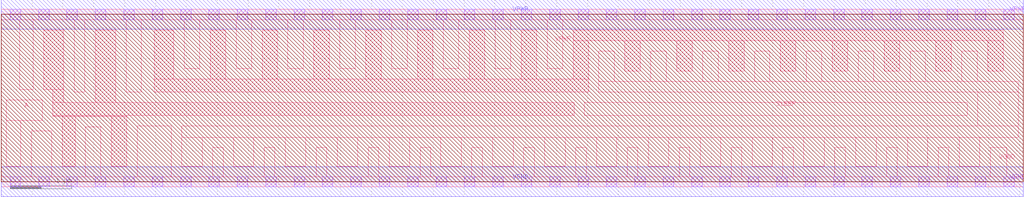
<source format=lef>
# Copyright 2020 The SkyWater PDK Authors
#
# Licensed under the Apache License, Version 2.0 (the "License");
# you may not use this file except in compliance with the License.
# You may obtain a copy of the License at
#
#     https://www.apache.org/licenses/LICENSE-2.0
#
# Unless required by applicable law or agreed to in writing, software
# distributed under the License is distributed on an "AS IS" BASIS,
# WITHOUT WARRANTIES OR CONDITIONS OF ANY KIND, either express or implied.
# See the License for the specific language governing permissions and
# limitations under the License.
#
# SPDX-License-Identifier: Apache-2.0

VERSION 5.7 ;

BUSBITCHARS "[]" ;
DIVIDERCHAR "/" ;

UNITS
  TIME NANOSECONDS 1 ;
  CAPACITANCE PICOFARADS 1 ;
  RESISTANCE OHMS 1 ;
  DATABASE MICRONS 1000 ;
END UNITS

MANUFACTURINGGRID 0.005 ;

# High density, single height
SITE unithd
  SYMMETRY Y ;
  CLASS CORE ;
  SIZE 0.46 BY 2.72 ;
END unithd

# High density, double height
SITE unithddbl
  SYMMETRY Y ;
  CLASS CORE ;
  SIZE 0.46 BY 5.44 ;
END unithddbl

LAYER li1
  TYPE ROUTING ;
  DIRECTION VERTICAL ;

  PITCH 0.46 0.34 ;
  OFFSET 0.23 0.17 ;

  WIDTH 0.17 ;          # LI 1
  # SPACING  0.17 ;     # LI 2
  SPACINGTABLE
     PARALLELRUNLENGTH 0
     WIDTH 0 0.17 ;
  AREA 0.0561 ;         # LI 6
  THICKNESS 0.1 ;
  RESISTANCE RPERSQ 12.2 ;

  ANTENNAMODEL OXIDE1 ;
  ANTENNADIFFSIDEAREARATIO PWL ( ( 0 75 ) ( 0.0125 75 ) ( 0.0225 85.125 ) ( 22.5 10200 ) ) ;
END li1

LAYER mcon
  TYPE CUT ;

  WIDTH 0.17 ;                # Mcon 1
  SPACING 0.19 ;              # Mcon 2
  ENCLOSURE BELOW 0 0 ;       # Mcon 4
  ENCLOSURE ABOVE 0.03 0.06 ; # Met1 4 / Met1 5

  ANTENNADIFFAREARATIO PWL ( ( 0 3 ) ( 0.0125 3 ) ( 0.0225 3.405 ) ( 22.5 408 ) ) ;
  DCCURRENTDENSITY AVERAGE 0.36 ; # mA per via Iavg_max at Tj = 90oC

END mcon

LAYER met1
  TYPE ROUTING ;
  DIRECTION HORIZONTAL ;

  PITCH 0.34 ;
  OFFSET 0.17 ;

  WIDTH 0.14 ;                     # Met1 1
  # SPACING 0.14 ;                 # Met1 2
  # SPACING 0.28 RANGE 3.001 100 ; # Met1 3b
  SPACINGTABLE
     PARALLELRUNLENGTH 0
     WIDTH 0 0.14
     WIDTH 3 0.28 ;
  AREA 0.083 ;                     # Met1 6
  THICKNESS 0.35 ;

  ANTENNAMODEL OXIDE1 ;
  ANTENNADIFFSIDEAREARATIO PWL ( ( 0 400 ) ( 0.0125 400 ) ( 0.0225 2609 ) ( 22.5 11600 ) ) ;

  EDGECAPACITANCE 1.79E-6 ;
  CAPACITANCE CPERSQDIST 25.8E-6 ;
  DCCURRENTDENSITY AVERAGE 2.8 ; # mA/um Iavg_max at Tj = 90oC
  ACCURRENTDENSITY RMS 6.1 ; # mA/um Irms_max at Tj = 90oC
  MAXIMUMDENSITY 70 ;
  DENSITYCHECKWINDOW 700 700 ;
  DENSITYCHECKSTEP 70 ;

  RESISTANCE RPERSQ 0.125 ;
END met1

LAYER via
  TYPE CUT ;
  WIDTH 0.15 ;                  # Via 1a
  SPACING 0.17 ;                # Via 2
  ENCLOSURE BELOW 0.055 0.085 ; # Via 4a / Via 5a
  ENCLOSURE ABOVE 0.055 0.085 ; # Met2 4 / Met2 5

  ANTENNADIFFAREARATIO PWL ( ( 0 6 ) ( 0.0125 6 ) ( 0.0225 6.81 ) ( 22.5 816 ) ) ;
  DCCURRENTDENSITY AVERAGE 0.29 ; # mA per via Iavg_max at Tj = 90oC
END via

LAYER met2
  TYPE ROUTING ;
  DIRECTION VERTICAL ;

  PITCH 0.46 ;
  OFFSET 0.23 ;

  WIDTH 0.14 ;                        # Met2 1
  # SPACING  0.14 ;                   # Met2 2
  # SPACING  0.28 RANGE 3.001 100 ;   # Met2 3b
  SPACINGTABLE
     PARALLELRUNLENGTH 0
     WIDTH 0 0.14
     WIDTH 3 0.28 ;
  AREA 0.0676 ;                       # Met2 6
  THICKNESS 0.35 ;

  CAPACITANCE CPERSQDIST 17.5E-6 ;
  RESISTANCE RPERSQ 0.125 ;
  DCCURRENTDENSITY AVERAGE 2.8 ; # mA/um Iavg_max at Tj = 90oC
  ACCURRENTDENSITY RMS 6.1 ; # mA/um Irms_max at Tj = 90oC

  ANTENNAMODEL OXIDE1 ;
  ANTENNADIFFSIDEAREARATIO PWL ( ( 0 400 ) ( 0.0125 400 ) ( 0.0225 2609 ) ( 22.5 11600 ) ) ;

  MAXIMUMDENSITY 70 ;
  DENSITYCHECKWINDOW 700 700 ;
  DENSITYCHECKSTEP 70 ;
END met2

# ******** Layer via2, type routing, number 44 **************
LAYER via2
  TYPE CUT ;
  WIDTH 0.2 ;                   # Via2 1
  SPACING 0.2 ;                 # Via2 2
  ENCLOSURE BELOW 0.04 0.085 ;  # Via2 4
  ENCLOSURE ABOVE 0.065 0.065 ; # Met3 4
  ANTENNADIFFAREARATIO PWL ( ( 0 6 ) ( 0.0125 6 ) ( 0.0225 6.81 ) ( 22.5 816 ) ) ;
  DCCURRENTDENSITY AVERAGE 0.48 ; # mA per via Iavg_max at Tj = 90oC
END via2

LAYER met3
  TYPE ROUTING ;
  DIRECTION HORIZONTAL ;

  PITCH 0.68 ;
  OFFSET 0.34 ;

  WIDTH 0.3 ;              # Met3 1
  # SPACING 0.3 ;          # Met3 2
  SPACINGTABLE
     PARALLELRUNLENGTH 0
     WIDTH 0 0.3
     WIDTH 3 0.4 ;
  AREA 0.24 ;              # Met3 6
  THICKNESS 0.8 ;

  EDGECAPACITANCE 1.86E-6 ;
  CAPACITANCE CPERSQDIST 12.6E-6 ;
  RESISTANCE RPERSQ 0.047 ;
  DCCURRENTDENSITY AVERAGE 6.8 ; # mA/um Iavg_max at Tj = 90oC
  ACCURRENTDENSITY RMS 14.9 ; # mA/um Irms_max at Tj = 90oC

  ANTENNAMODEL OXIDE1 ;
  ANTENNADIFFSIDEAREARATIO PWL ( ( 0 400 ) ( 0.0125 400 ) ( 0.0225 2609 ) ( 22.5 11600 ) ) ;

  MAXIMUMDENSITY 70 ;
  DENSITYCHECKWINDOW 700 700 ;
  DENSITYCHECKSTEP 70 ;
END met3

LAYER via3
  TYPE CUT ;
  WIDTH 0.2 ;                   # Via3 1
  SPACING 0.2 ;                 # Via3 2
  ENCLOSURE BELOW 0.06 0.09 ;   # Via3 4 / Via3 5
  ENCLOSURE ABOVE 0.065 0.065 ; # Met4 3
  ANTENNADIFFAREARATIO PWL ( ( 0 6 ) ( 0.0125 6 ) ( 0.0225 6.81 ) ( 22.5 816 ) ) ;
  DCCURRENTDENSITY AVERAGE 0.48 ; # mA per via Iavg_max at Tj = 90oC
END via3

LAYER met4
  TYPE ROUTING ;
  DIRECTION VERTICAL ;

  PITCH 0.92 ;
  OFFSET 0.46 ;

  WIDTH 0.3 ;             # Met4 1
  # SPACING  0.3 ;             # Met4 2
  SPACINGTABLE
     PARALLELRUNLENGTH 0
     WIDTH 0 0.3
     WIDTH 3 0.4 ;
  AREA 0.24 ;            # Met4 4a

  THICKNESS 0.8 ;

  EDGECAPACITANCE 1.29E-6 ;
  CAPACITANCE CPERSQDIST 8.67E-6 ;
  RESISTANCE RPERSQ 0.047 ;
  DCCURRENTDENSITY AVERAGE 6.8 ; # mA/um Iavg_max at Tj = 90oC
  ACCURRENTDENSITY RMS 14.9 ; # mA/um Irms_max at Tj = 90oC

  ANTENNAMODEL OXIDE1 ;
  ANTENNADIFFSIDEAREARATIO PWL ( ( 0 400 ) ( 0.0125 400 ) ( 0.0225 2609 ) ( 22.5 11600 ) ) ;

  MAXIMUMDENSITY 70 ;
  DENSITYCHECKWINDOW 700 700 ;
  DENSITYCHECKSTEP 70 ;
END met4

LAYER via4
  TYPE CUT ;

  WIDTH 0.8 ;                 # Via4 1
  SPACING 0.8 ;               # Via4 2
  ENCLOSURE BELOW 0.19 0.19 ; # Via4 4
  ENCLOSURE ABOVE 0.31 0.31 ; # Met5 3
  ANTENNADIFFAREARATIO PWL ( ( 0 6 ) ( 0.0125 6 ) ( 0.0225 6.81 ) ( 22.5 816 ) ) ;
  DCCURRENTDENSITY AVERAGE 2.49 ; # mA per via Iavg_max at Tj = 90oC
END via4

LAYER met5
  TYPE ROUTING ;
  DIRECTION HORIZONTAL ;

  PITCH 3.4 ;
  OFFSET 1.7 ;

  WIDTH 1.6 ;            # Met5 1
  #SPACING  1.6 ;        # Met5 2
  SPACINGTABLE
     PARALLELRUNLENGTH 0
     WIDTH 0 1.6 ;
  AREA 4 ;               # Met5 4

  THICKNESS 1.2 ;

  EDGECAPACITANCE 4.96E-6 ;
  CAPACITANCE CPERSQDIST 6.48E-6 ;
  RESISTANCE RPERSQ 0.0285 ;
  DCCURRENTDENSITY AVERAGE 10.17 ; # mA/um Iavg_max at Tj = 90oC
  ACCURRENTDENSITY RMS 22.34 ; # mA/um Irms_max at Tj = 90oC

  ANTENNAMODEL OXIDE1 ;
  ANTENNADIFFSIDEAREARATIO PWL ( ( 0 400 ) ( 0.0125 400 ) ( 0.0225 2609 ) ( 22.5 11600 ) ) ;
END met5


### Routing via cells section   ###
# Plus via rule, metals are along the prefered direction
VIA L1M1_PR DEFAULT
  LAYER mcon ;
  RECT -0.085 -0.085 0.085 0.085 ;
  LAYER li1 ;
  RECT -0.085 -0.085 0.085 0.085 ;
  LAYER met1 ;
  RECT -0.145 -0.115 0.145 0.115 ;
END L1M1_PR

VIARULE L1M1_PR GENERATE
  LAYER li1 ;
  ENCLOSURE 0 0 ;
  LAYER met1 ;
  ENCLOSURE 0.06 0.03 ;
  LAYER mcon ;
  RECT -0.085 -0.085 0.085 0.085 ;
  SPACING 0.36 BY 0.36 ;
END L1M1_PR

# Plus via rule, metals are along the non prefered direction
VIA L1M1_PR_R DEFAULT
  LAYER mcon ;
  RECT -0.085 -0.085 0.085 0.085 ;
  LAYER li1 ;
  RECT -0.085 -0.085 0.085 0.085 ;
  LAYER met1 ;
  RECT -0.115 -0.145 0.115 0.145 ;
END L1M1_PR_R

VIARULE L1M1_PR_R GENERATE
  LAYER li1 ;
  ENCLOSURE 0 0 ;
  LAYER met1 ;
  ENCLOSURE 0.03 0.06 ;
  LAYER mcon ;
  RECT -0.085 -0.085 0.085 0.085 ;
  SPACING 0.36 BY 0.36 ;
END L1M1_PR_R

# Minus via rule, lower layer metal is along prefered direction
VIA L1M1_PR_M DEFAULT
  LAYER mcon ;
  RECT -0.085 -0.085 0.085 0.085 ;
  LAYER li1 ;
  RECT -0.085 -0.085 0.085 0.085 ;
  LAYER met1 ;
  RECT -0.115 -0.145 0.115 0.145 ;
END L1M1_PR_M

VIARULE L1M1_PR_M GENERATE
  LAYER li1 ;
  ENCLOSURE 0 0 ;
  LAYER met1 ;
  ENCLOSURE 0.03 0.06 ;
  LAYER mcon ;
  RECT -0.085 -0.085 0.085 0.085 ;
  SPACING 0.36 BY 0.36 ;
END L1M1_PR_M

# Minus via rule, upper layer metal is along prefered direction
VIA L1M1_PR_MR DEFAULT
  LAYER mcon ;
  RECT -0.085 -0.085 0.085 0.085 ;
  LAYER li1 ;
  RECT -0.085 -0.085 0.085 0.085 ;
  LAYER met1 ;
  RECT -0.145 -0.115 0.145 0.115 ;
END L1M1_PR_MR

VIARULE L1M1_PR_MR GENERATE
  LAYER li1 ;
  ENCLOSURE 0 0 ;
  LAYER met1 ;
  ENCLOSURE 0.06 0.03 ;
  LAYER mcon ;
  RECT -0.085 -0.085 0.085 0.085 ;
  SPACING 0.36 BY 0.36 ;
END L1M1_PR_MR

# Centered via rule, we really do not want to use it
VIA L1M1_PR_C DEFAULT
  LAYER mcon ;
  RECT -0.085 -0.085 0.085 0.085 ;
  LAYER li1 ;
  RECT -0.085 -0.085 0.085 0.085 ;
  LAYER met1 ;
  RECT -0.145 -0.145 0.145 0.145 ;
END L1M1_PR_C

VIARULE L1M1_PR_C GENERATE
  LAYER li1 ;
  ENCLOSURE 0 0 ;
  LAYER met1 ;
  ENCLOSURE 0.06 0.06 ;
  LAYER mcon ;
  RECT -0.085 -0.085 0.085 0.085 ;
  SPACING 0.36 BY 0.36 ;
END L1M1_PR_C

# Plus via rule, metals are along the prefered direction
VIA M1M2_PR DEFAULT
  LAYER via ;
  RECT -0.075 -0.075 0.075 0.075 ;
  LAYER met1 ;
  RECT -0.16 -0.13 0.16 0.13 ;
  LAYER met2 ;
  RECT -0.13 -0.16 0.13 0.16 ;
END M1M2_PR

VIARULE M1M2_PR GENERATE
  LAYER met1 ;
  ENCLOSURE 0.085 0.055 ;
  LAYER met2 ;
  ENCLOSURE 0.055 0.085 ;
  LAYER via ;
  RECT -0.075 -0.075 0.075 0.075 ;
  SPACING 0.32 BY 0.32 ;
END M1M2_PR

# Plus via rule, metals are along the non prefered direction
VIA M1M2_PR_R DEFAULT
  LAYER via ;
  RECT -0.075 -0.075 0.075 0.075 ;
  LAYER met1 ;
  RECT -0.13 -0.16 0.13 0.16 ;
  LAYER met2 ;
  RECT -0.16 -0.13 0.16 0.13 ;
END M1M2_PR_R

VIARULE M1M2_PR_R GENERATE
  LAYER met1 ;
  ENCLOSURE 0.055 0.085 ;
  LAYER met2 ;
  ENCLOSURE 0.085 0.055 ;
  LAYER via ;
  RECT -0.075 -0.075 0.075 0.075 ;
  SPACING 0.32 BY 0.32 ;
END M1M2_PR_R

# Minus via rule, lower layer metal is along prefered direction
VIA M1M2_PR_M DEFAULT
  LAYER via ;
  RECT -0.075 -0.075 0.075 0.075 ;
  LAYER met1 ;
  RECT -0.16 -0.13 0.16 0.13 ;
  LAYER met2 ;
  RECT -0.16 -0.13 0.16 0.13 ;
END M1M2_PR_M

VIARULE M1M2_PR_M GENERATE
  LAYER met1 ;
  ENCLOSURE 0.085 0.055 ;
  LAYER met2 ;
  ENCLOSURE 0.085 0.055 ;
  LAYER via ;
  RECT -0.075 -0.075 0.075 0.075 ;
  SPACING 0.32 BY 0.32 ;
END M1M2_PR_M

# Minus via rule, upper layer metal is along prefered direction
VIA M1M2_PR_MR DEFAULT
  LAYER via ;
  RECT -0.075 -0.075 0.075 0.075 ;
  LAYER met1 ;
  RECT -0.13 -0.16 0.13 0.16 ;
  LAYER met2 ;
  RECT -0.13 -0.16 0.13 0.16 ;
END M1M2_PR_MR

VIARULE M1M2_PR_MR GENERATE
  LAYER met1 ;
  ENCLOSURE 0.055 0.085 ;
  LAYER met2 ;
  ENCLOSURE 0.055 0.085 ;
  LAYER via ;
  RECT -0.075 -0.075 0.075 0.075 ;
  SPACING 0.32 BY 0.32 ;
END M1M2_PR_MR

# Centered via rule, we really do not want to use it
VIA M1M2_PR_C DEFAULT
  LAYER via ;
  RECT -0.075 -0.075 0.075 0.075 ;
  LAYER met1 ;
  RECT -0.16 -0.16 0.16 0.16 ;
  LAYER met2 ;
  RECT -0.16 -0.16 0.16 0.16 ;
END M1M2_PR_C

VIARULE M1M2_PR_C GENERATE
  LAYER met1 ;
  ENCLOSURE 0.085 0.085 ;
  LAYER met2 ;
  ENCLOSURE 0.085 0.085 ;
  LAYER via ;
  RECT -0.075 -0.075 0.075 0.075 ;
  SPACING 0.32 BY 0.32 ;
END M1M2_PR_C

# Plus via rule, metals are along the prefered direction
VIA M2M3_PR DEFAULT
  LAYER via2 ;
  RECT -0.1 -0.1 0.1 0.1 ;
  LAYER met2 ;
  RECT -0.14 -0.185 0.14 0.185 ;
  LAYER met3 ;
  RECT -0.165 -0.165 0.165 0.165 ;
END M2M3_PR

VIARULE M2M3_PR GENERATE
  LAYER met2 ;
  ENCLOSURE 0.04 0.085 ;
  LAYER met3 ;
  ENCLOSURE 0.065 0.065 ;
  LAYER via2 ;
  RECT -0.1 -0.1 0.1 0.1 ;
  SPACING 0.4 BY 0.4 ;
END M2M3_PR

# Plus via rule, metals are along the non prefered direction
VIA M2M3_PR_R DEFAULT
  LAYER via2 ;
  RECT -0.1 -0.1 0.1 0.1 ;
  LAYER met2 ;
  RECT -0.185 -0.14 0.185 0.14 ;
  LAYER met3 ;
  RECT -0.165 -0.165 0.165 0.165 ;
END M2M3_PR_R

VIARULE M2M3_PR_R GENERATE
  LAYER met2 ;
  ENCLOSURE 0.085 0.04 ;
  LAYER met3 ;
  ENCLOSURE 0.065 0.065 ;
  LAYER via2 ;
  RECT -0.1 -0.1 0.1 0.1 ;
  SPACING 0.4 BY 0.4 ;
END M2M3_PR_R

# Minus via rule, lower layer metal is along prefered direction
VIA M2M3_PR_M DEFAULT
  LAYER via2 ;
  RECT -0.1 -0.1 0.1 0.1 ;
  LAYER met2 ;
  RECT -0.14 -0.185 0.14 0.185 ;
  LAYER met3 ;
  RECT -0.165 -0.165 0.165 0.165 ;
END M2M3_PR_M

VIARULE M2M3_PR_M GENERATE
  LAYER met2 ;
  ENCLOSURE 0.04 0.085 ;
  LAYER met3 ;
  ENCLOSURE 0.065 0.065 ;
  LAYER via2 ;
  RECT -0.1 -0.1 0.1 0.1 ;
  SPACING 0.4 BY 0.4 ;
END M2M3_PR_M

# Minus via rule, upper layer metal is along prefered direction
VIA M2M3_PR_MR DEFAULT
  LAYER via2 ;
  RECT -0.1 -0.1 0.1 0.1 ;
  LAYER met2 ;
  RECT -0.185 -0.14 0.185 0.14 ;
  LAYER met3 ;
  RECT -0.165 -0.165 0.165 0.165 ;
END M2M3_PR_MR

VIARULE M2M3_PR_MR GENERATE
  LAYER met2 ;
  ENCLOSURE 0.085 0.04 ;
  LAYER met3 ;
  ENCLOSURE 0.065 0.065 ;
  LAYER via2 ;
  RECT -0.1 -0.1 0.1 0.1 ;
  SPACING 0.4 BY 0.4 ;
END M2M3_PR_MR

# Centered via rule, we really do not want to use it
VIA M2M3_PR_C DEFAULT
  LAYER via2 ;
  RECT -0.1 -0.1 0.1 0.1 ;
  LAYER met2 ;
  RECT -0.185 -0.185 0.185 0.185 ;
  LAYER met3 ;
  RECT -0.165 -0.165 0.165 0.165 ;
END M2M3_PR_C

VIARULE M2M3_PR_C GENERATE
  LAYER met2 ;
  ENCLOSURE 0.085 0.085 ;
  LAYER met3 ;
  ENCLOSURE 0.065 0.065 ;
  LAYER via2 ;
  RECT -0.1 -0.1 0.1 0.1 ;
  SPACING 0.4 BY 0.4 ;
END M2M3_PR_C

# Plus via rule, metals are along the prefered direction
VIA M3M4_PR DEFAULT
  LAYER via3 ;
  RECT -0.1 -0.1 0.1 0.1 ;
  LAYER met3 ;
  RECT -0.19 -0.16 0.19 0.16 ;
  LAYER met4 ;
  RECT -0.165 -0.165 0.165 0.165 ;
END M3M4_PR

VIARULE M3M4_PR GENERATE
  LAYER met3 ;
  ENCLOSURE 0.09 0.06 ;
  LAYER met4 ;
  ENCLOSURE 0.065 0.065 ;
  LAYER via3 ;
  RECT -0.1 -0.1 0.1 0.1 ;
  SPACING 0.4 BY 0.4 ;
END M3M4_PR

# Plus via rule, metals are along the non prefered direction
VIA M3M4_PR_R DEFAULT
  LAYER via3 ;
  RECT -0.1 -0.1 0.1 0.1 ;
  LAYER met3 ;
  RECT -0.16 -0.19 0.16 0.19 ;
  LAYER met4 ;
  RECT -0.165 -0.165 0.165 0.165 ;
END M3M4_PR_R

VIARULE M3M4_PR_R GENERATE
  LAYER met3 ;
  ENCLOSURE 0.06 0.09 ;
  LAYER met4 ;
  ENCLOSURE 0.065 0.065 ;
  LAYER via3 ;
  RECT -0.1 -0.1 0.1 0.1 ;
  SPACING 0.4 BY 0.4 ;
END M3M4_PR_R

# Minus via rule, lower layer metal is along prefered direction
VIA M3M4_PR_M DEFAULT
  LAYER via3 ;
  RECT -0.1 -0.1 0.1 0.1 ;
  LAYER met3 ;
  RECT -0.19 -0.16 0.19 0.16 ;
  LAYER met4 ;
  RECT -0.165 -0.165 0.165 0.165 ;
END M3M4_PR_M

VIARULE M3M4_PR_M GENERATE
  LAYER met3 ;
  ENCLOSURE 0.09 0.06 ;
  LAYER met4 ;
  ENCLOSURE 0.065 0.065 ;
  LAYER via3 ;
  RECT -0.1 -0.1 0.1 0.1 ;
  SPACING 0.4 BY 0.4 ;
END M3M4_PR_M

# Minus via rule, upper layer metal is along prefered direction
VIA M3M4_PR_MR DEFAULT
  LAYER via3 ;
  RECT -0.1 -0.1 0.1 0.1 ;
  LAYER met3 ;
  RECT -0.16 -0.19 0.16 0.19 ;
  LAYER met4 ;
  RECT -0.165 -0.165 0.165 0.165 ;
END M3M4_PR_MR

VIARULE M3M4_PR_MR GENERATE
  LAYER met3 ;
  ENCLOSURE 0.06 0.09 ;
  LAYER met4 ;
  ENCLOSURE 0.065 0.065 ;
  LAYER via3 ;
  RECT -0.1 -0.1 0.1 0.1 ;
  SPACING 0.4 BY 0.4 ;
END M3M4_PR_MR

# Centered via rule, we really do not want to use it
VIA M3M4_PR_C DEFAULT
  LAYER via3 ;
  RECT -0.1 -0.1 0.1 0.1 ;
  LAYER met3 ;
  RECT -0.19 -0.19 0.19 0.19 ;
  LAYER met4 ;
  RECT -0.165 -0.165 0.165 0.165 ;
END M3M4_PR_C

VIARULE M3M4_PR_C GENERATE
  LAYER met3 ;
  ENCLOSURE 0.09 0.09 ;
  LAYER met4 ;
  ENCLOSURE 0.065 0.065 ;
  LAYER via3 ;
  RECT -0.1 -0.1 0.1 0.1 ;
  SPACING 0.4 BY 0.4 ;
END M3M4_PR_C

# Plus via rule, metals are along the prefered direction
VIA M4M5_PR DEFAULT
  LAYER via4 ;
  RECT -0.4 -0.4 0.4 0.4 ;
  LAYER met4 ;
  RECT -0.59 -0.59 0.59 0.59 ;
  LAYER met5 ;
  RECT -0.71 -0.71 0.71 0.71 ;
END M4M5_PR

VIARULE M4M5_PR GENERATE
  LAYER met4 ;
  ENCLOSURE 0.19 0.19 ;
  LAYER met5 ;
  ENCLOSURE 0.31 0.31 ;
  LAYER via4 ;
  RECT -0.4 -0.4 0.4 0.4 ;
  SPACING 1.6 BY 1.6 ;
END M4M5_PR

# Plus via rule, metals are along the non prefered direction
VIA M4M5_PR_R DEFAULT
  LAYER via4 ;
  RECT -0.4 -0.4 0.4 0.4 ;
  LAYER met4 ;
  RECT -0.59 -0.59 0.59 0.59 ;
  LAYER met5 ;
  RECT -0.71 -0.71 0.71 0.71 ;
END M4M5_PR_R

VIARULE M4M5_PR_R GENERATE
  LAYER met4 ;
  ENCLOSURE 0.19 0.19 ;
  LAYER met5 ;
  ENCLOSURE 0.31 0.31 ;
  LAYER via4 ;
  RECT -0.4 -0.4 0.4 0.4 ;
  SPACING 1.6 BY 1.6 ;
END M4M5_PR_R

# Minus via rule, lower layer metal is along prefered direction
VIA M4M5_PR_M DEFAULT
  LAYER via4 ;
  RECT -0.4 -0.4 0.4 0.4 ;
  LAYER met4 ;
  RECT -0.59 -0.59 0.59 0.59 ;
  LAYER met5 ;
  RECT -0.71 -0.71 0.71 0.71 ;
END M4M5_PR_M

VIARULE M4M5_PR_M GENERATE
  LAYER met4 ;
  ENCLOSURE 0.19 0.19 ;
  LAYER met5 ;
  ENCLOSURE 0.31 0.31 ;
  LAYER via4 ;
  RECT -0.4 -0.4 0.4 0.4 ;
  SPACING 1.6 BY 1.6 ;
END M4M5_PR_M

# Minus via rule, upper layer metal is along prefered direction
VIA M4M5_PR_MR DEFAULT
  LAYER via4 ;
  RECT -0.4 -0.4 0.4 0.4 ;
  LAYER met4 ;
  RECT -0.59 -0.59 0.59 0.59 ;
  LAYER met5 ;
  RECT -0.71 -0.71 0.71 0.71 ;
END M4M5_PR_MR

VIARULE M4M5_PR_MR GENERATE
  LAYER met4 ;
  ENCLOSURE 0.19 0.19 ;
  LAYER met5 ;
  ENCLOSURE 0.31 0.31 ;
  LAYER via4 ;
  RECT -0.4 -0.4 0.4 0.4 ;
  SPACING 1.6 BY 1.6 ;
END M4M5_PR_MR

# Centered via rule, we really do not want to use it
VIA M4M5_PR_C DEFAULT
  LAYER via4 ;
  RECT -0.4 -0.4 0.4 0.4 ;
  LAYER met4 ;
  RECT -0.59 -0.59 0.59 0.59 ;
  LAYER met5 ;
  RECT -0.71 -0.71 0.71 0.71 ;
END M4M5_PR_C

VIARULE M4M5_PR_C GENERATE
  LAYER met4 ;
  ENCLOSURE 0.19 0.19 ;
  LAYER met5 ;
  ENCLOSURE 0.31 0.31 ;
  LAYER via4 ;
  RECT -0.4 -0.4 0.4 0.4 ;
  SPACING 1.6 BY 1.6 ;
END M4M5_PR_C
###  end of single via cells   ###



MACRO sky130_fd_sc_hd__a2111o_1
  CLASS CORE ;
  SOURCE USER ;
  FOREIGN sky130_fd_sc_hd__a2111o_1 ;
  ORIGIN  0.000000  0.000000 ;
  SIZE  4.140000 BY  2.720000 ;
  SYMMETRY X Y R90 ;
  SITE unithd ;
  PIN A1
    ANTENNAGATEAREA  0.247500 ;
    DIRECTION INPUT ;
    USE SIGNAL ;
    PORT
      LAYER li1 ;
        RECT 2.905000 0.995000 3.290000 1.325000 ;
        RECT 2.985000 0.285000 3.540000 0.845000 ;
        RECT 2.985000 0.845000 3.290000 0.995000 ;
    END
  END A1
  PIN A2
    ANTENNAGATEAREA  0.247500 ;
    DIRECTION INPUT ;
    USE SIGNAL ;
    PORT
      LAYER li1 ;
        RECT 3.510000 1.025000 4.010000 1.290000 ;
    END
  END A2
  PIN B1
    ANTENNAGATEAREA  0.247500 ;
    DIRECTION INPUT ;
    USE SIGNAL ;
    PORT
      LAYER li1 ;
        RECT 2.400000 0.995000 2.680000 2.465000 ;
    END
  END B1
  PIN C1
    ANTENNAGATEAREA  0.247500 ;
    DIRECTION INPUT ;
    USE SIGNAL ;
    PORT
      LAYER li1 ;
        RECT 1.890000 1.050000 2.220000 2.465000 ;
    END
  END C1
  PIN D1
    ANTENNAGATEAREA  0.247500 ;
    DIRECTION INPUT ;
    USE SIGNAL ;
    PORT
      LAYER li1 ;
        RECT 1.290000 1.050000 1.720000 1.290000 ;
        RECT 1.515000 1.290000 1.720000 2.465000 ;
    END
  END D1
  PIN X
    ANTENNADIFFAREA  0.504500 ;
    DIRECTION OUTPUT ;
    USE SIGNAL ;
    PORT
      LAYER li1 ;
        RECT 0.135000 0.255000 0.465000 1.620000 ;
        RECT 0.135000 1.620000 0.390000 2.460000 ;
    END
  END X
  PIN VGND
    DIRECTION INOUT ;
    SHAPE ABUTMENT ;
    USE GROUND ;
    PORT
      LAYER li1 ;
        RECT 0.000000 -0.085000 4.140000 0.085000 ;
        RECT 0.635000  0.085000 1.310000 0.470000 ;
        RECT 2.085000  0.085000 2.430000 0.485000 ;
        RECT 3.715000  0.085000 3.955000 0.760000 ;
      LAYER mcon ;
        RECT 0.145000 -0.085000 0.315000 0.085000 ;
        RECT 0.605000 -0.085000 0.775000 0.085000 ;
        RECT 1.065000 -0.085000 1.235000 0.085000 ;
        RECT 1.525000 -0.085000 1.695000 0.085000 ;
        RECT 1.985000 -0.085000 2.155000 0.085000 ;
        RECT 2.445000 -0.085000 2.615000 0.085000 ;
        RECT 2.905000 -0.085000 3.075000 0.085000 ;
        RECT 3.365000 -0.085000 3.535000 0.085000 ;
        RECT 3.825000 -0.085000 3.995000 0.085000 ;
      LAYER met1 ;
        RECT 0.000000 -0.240000 4.140000 0.240000 ;
    END
  END VGND
  PIN VPWR
    DIRECTION INOUT ;
    SHAPE ABUTMENT ;
    USE POWER ;
    PORT
      LAYER li1 ;
        RECT 0.000000 2.635000 4.140000 2.805000 ;
        RECT 0.565000 1.815000 0.895000 2.635000 ;
        RECT 3.325000 1.835000 3.540000 2.635000 ;
      LAYER mcon ;
        RECT 0.145000 2.635000 0.315000 2.805000 ;
        RECT 0.605000 2.635000 0.775000 2.805000 ;
        RECT 1.065000 2.635000 1.235000 2.805000 ;
        RECT 1.525000 2.635000 1.695000 2.805000 ;
        RECT 1.985000 2.635000 2.155000 2.805000 ;
        RECT 2.445000 2.635000 2.615000 2.805000 ;
        RECT 2.905000 2.635000 3.075000 2.805000 ;
        RECT 3.365000 2.635000 3.535000 2.805000 ;
        RECT 3.825000 2.635000 3.995000 2.805000 ;
      LAYER met1 ;
        RECT 0.000000 2.480000 4.140000 2.960000 ;
    END
  END VPWR
  OBS
    LAYER li1 ;
      RECT 0.695000 0.650000 1.915000 0.655000 ;
      RECT 0.695000 0.655000 2.805000 0.825000 ;
      RECT 0.695000 0.825000 0.915000 1.465000 ;
      RECT 0.695000 1.465000 1.345000 1.645000 ;
      RECT 1.135000 1.645000 1.345000 2.460000 ;
      RECT 1.585000 0.260000 1.915000 0.650000 ;
      RECT 2.600000 0.260000 2.805000 0.655000 ;
      RECT 2.860000 1.495000 3.990000 1.665000 ;
      RECT 2.860000 1.665000 3.145000 2.460000 ;
      RECT 3.720000 1.665000 3.990000 2.460000 ;
  END
END sky130_fd_sc_hd__a2111o_1
MACRO sky130_fd_sc_hd__a2111o_2
  CLASS CORE ;
  SOURCE USER ;
  FOREIGN sky130_fd_sc_hd__a2111o_2 ;
  ORIGIN  0.000000  0.000000 ;
  SIZE  4.600000 BY  2.720000 ;
  SYMMETRY X Y R90 ;
  SITE unithd ;
  PIN A1
    ANTENNAGATEAREA  0.247500 ;
    DIRECTION INPUT ;
    USE SIGNAL ;
    PORT
      LAYER li1 ;
        RECT 3.365000 0.955000 3.775000 1.740000 ;
        RECT 3.505000 0.290000 3.995000 0.825000 ;
        RECT 3.505000 0.825000 3.775000 0.955000 ;
    END
  END A1
  PIN A2
    ANTENNAGATEAREA  0.247500 ;
    DIRECTION INPUT ;
    USE SIGNAL ;
    PORT
      LAYER li1 ;
        RECT 3.945000 0.995000 4.515000 1.740000 ;
    END
  END A2
  PIN B1
    ANTENNAGATEAREA  0.247500 ;
    DIRECTION INPUT ;
    USE SIGNAL ;
    PORT
      LAYER li1 ;
        RECT 2.905000 0.995000 3.195000 1.740000 ;
    END
  END B1
  PIN C1
    ANTENNAGATEAREA  0.247500 ;
    DIRECTION INPUT ;
    USE SIGNAL ;
    PORT
      LAYER li1 ;
        RECT 2.425000 0.995000 2.735000 2.355000 ;
    END
  END C1
  PIN D1
    ANTENNAGATEAREA  0.247500 ;
    DIRECTION INPUT ;
    USE SIGNAL ;
    PORT
      LAYER li1 ;
        RECT 1.885000 0.995000 2.255000 1.325000 ;
        RECT 1.960000 1.325000 2.255000 2.355000 ;
    END
  END D1
  PIN X
    ANTENNADIFFAREA  0.462000 ;
    DIRECTION OUTPUT ;
    USE SIGNAL ;
    PORT
      LAYER li1 ;
        RECT 0.605000 0.255000 0.895000 2.390000 ;
    END
  END X
  PIN VGND
    DIRECTION INOUT ;
    SHAPE ABUTMENT ;
    USE GROUND ;
    PORT
      LAYER li1 ;
        RECT 0.000000 -0.085000 4.600000 0.085000 ;
        RECT 0.085000  0.085000 0.435000 0.885000 ;
        RECT 1.065000  0.085000 2.010000 0.445000 ;
        RECT 1.065000  0.445000 1.325000 0.865000 ;
        RECT 2.590000  0.085000 2.920000 0.445000 ;
        RECT 4.165000  0.085000 4.515000 0.805000 ;
      LAYER mcon ;
        RECT 0.145000 -0.085000 0.315000 0.085000 ;
        RECT 0.605000 -0.085000 0.775000 0.085000 ;
        RECT 1.065000 -0.085000 1.235000 0.085000 ;
        RECT 1.525000 -0.085000 1.695000 0.085000 ;
        RECT 1.985000 -0.085000 2.155000 0.085000 ;
        RECT 2.445000 -0.085000 2.615000 0.085000 ;
        RECT 2.905000 -0.085000 3.075000 0.085000 ;
        RECT 3.365000 -0.085000 3.535000 0.085000 ;
        RECT 3.825000 -0.085000 3.995000 0.085000 ;
        RECT 4.285000 -0.085000 4.455000 0.085000 ;
      LAYER met1 ;
        RECT 0.000000 -0.240000 4.600000 0.240000 ;
    END
  END VGND
  PIN VPWR
    DIRECTION INOUT ;
    SHAPE ABUTMENT ;
    USE POWER ;
    PORT
      LAYER li1 ;
        RECT 0.000000 2.635000 4.600000 2.805000 ;
        RECT 0.085000 1.635000 0.435000 2.635000 ;
        RECT 1.065000 1.495000 1.315000 2.635000 ;
        RECT 3.590000 2.255000 3.920000 2.635000 ;
      LAYER mcon ;
        RECT 0.145000 2.635000 0.315000 2.805000 ;
        RECT 0.605000 2.635000 0.775000 2.805000 ;
        RECT 1.065000 2.635000 1.235000 2.805000 ;
        RECT 1.525000 2.635000 1.695000 2.805000 ;
        RECT 1.985000 2.635000 2.155000 2.805000 ;
        RECT 2.445000 2.635000 2.615000 2.805000 ;
        RECT 2.905000 2.635000 3.075000 2.805000 ;
        RECT 3.365000 2.635000 3.535000 2.805000 ;
        RECT 3.825000 2.635000 3.995000 2.805000 ;
        RECT 4.285000 2.635000 4.455000 2.805000 ;
      LAYER met1 ;
        RECT 0.000000 2.480000 4.600000 2.960000 ;
    END
  END VPWR
  OBS
    LAYER li1 ;
      RECT 1.065000 1.075000 1.705000 1.325000 ;
      RECT 1.495000 0.615000 3.335000 0.785000 ;
      RECT 1.495000 0.785000 1.705000 1.075000 ;
      RECT 1.495000 1.325000 1.705000 1.495000 ;
      RECT 1.495000 1.495000 1.785000 2.465000 ;
      RECT 2.180000 0.255000 2.420000 0.615000 ;
      RECT 3.070000 1.915000 4.515000 2.085000 ;
      RECT 3.070000 2.085000 3.400000 2.465000 ;
      RECT 3.090000 0.255000 3.335000 0.615000 ;
      RECT 4.090000 2.085000 4.515000 2.465000 ;
  END
END sky130_fd_sc_hd__a2111o_2
MACRO sky130_fd_sc_hd__a2111o_4
  CLASS CORE ;
  SOURCE USER ;
  FOREIGN sky130_fd_sc_hd__a2111o_4 ;
  ORIGIN  0.000000  0.000000 ;
  SIZE  7.820000 BY  2.720000 ;
  SYMMETRY X Y R90 ;
  SITE unithd ;
  PIN A1
    ANTENNAGATEAREA  0.495000 ;
    DIRECTION INPUT ;
    USE SIGNAL ;
    PORT
      LAYER li1 ;
        RECT 3.825000 1.075000 4.495000 1.275000 ;
    END
  END A1
  PIN A2
    ANTENNAGATEAREA  0.495000 ;
    DIRECTION INPUT ;
    USE SIGNAL ;
    PORT
      LAYER li1 ;
        RECT 4.675000 1.075000 5.625000 1.275000 ;
    END
  END A2
  PIN B1
    ANTENNAGATEAREA  0.495000 ;
    DIRECTION INPUT ;
    USE SIGNAL ;
    PORT
      LAYER li1 ;
        RECT 2.450000 0.975000 3.255000 1.285000 ;
    END
  END B1
  PIN C1
    ANTENNAGATEAREA  0.495000 ;
    DIRECTION INPUT ;
    USE SIGNAL ;
    PORT
      LAYER li1 ;
        RECT 1.040000 0.975000 2.280000 1.285000 ;
    END
  END C1
  PIN D1
    ANTENNAGATEAREA  0.495000 ;
    DIRECTION INPUT ;
    USE SIGNAL ;
    PORT
      LAYER li1 ;
        RECT 0.085000 0.975000 0.370000 1.625000 ;
    END
  END D1
  PIN X
    ANTENNADIFFAREA  0.924000 ;
    DIRECTION OUTPUT ;
    USE SIGNAL ;
    PORT
      LAYER li1 ;
        RECT 6.165000 0.255000 6.355000 0.635000 ;
        RECT 6.165000 0.635000 7.735000 0.805000 ;
        RECT 6.165000 1.465000 7.735000 1.635000 ;
        RECT 6.165000 1.635000 7.215000 1.715000 ;
        RECT 6.165000 1.715000 6.355000 2.465000 ;
        RECT 7.025000 0.255000 7.215000 0.635000 ;
        RECT 7.025000 1.715000 7.215000 2.465000 ;
        RECT 7.490000 0.805000 7.735000 1.465000 ;
    END
  END X
  PIN VGND
    DIRECTION INOUT ;
    SHAPE ABUTMENT ;
    USE GROUND ;
    PORT
      LAYER li1 ;
        RECT 0.000000 -0.085000 7.820000 0.085000 ;
        RECT 0.610000  0.085000 0.940000 0.465000 ;
        RECT 1.510000  0.085000 1.840000 0.445000 ;
        RECT 2.420000  0.085000 3.295000 0.445000 ;
        RECT 4.805000  0.085000 5.140000 0.445000 ;
        RECT 5.665000  0.085000 5.995000 0.515000 ;
        RECT 6.525000  0.085000 6.855000 0.445000 ;
        RECT 7.385000  0.085000 7.715000 0.465000 ;
      LAYER mcon ;
        RECT 0.145000 -0.085000 0.315000 0.085000 ;
        RECT 0.605000 -0.085000 0.775000 0.085000 ;
        RECT 1.065000 -0.085000 1.235000 0.085000 ;
        RECT 1.525000 -0.085000 1.695000 0.085000 ;
        RECT 1.985000 -0.085000 2.155000 0.085000 ;
        RECT 2.445000 -0.085000 2.615000 0.085000 ;
        RECT 2.905000 -0.085000 3.075000 0.085000 ;
        RECT 3.365000 -0.085000 3.535000 0.085000 ;
        RECT 3.825000 -0.085000 3.995000 0.085000 ;
        RECT 4.285000 -0.085000 4.455000 0.085000 ;
        RECT 4.745000 -0.085000 4.915000 0.085000 ;
        RECT 5.205000 -0.085000 5.375000 0.085000 ;
        RECT 5.665000 -0.085000 5.835000 0.085000 ;
        RECT 6.125000 -0.085000 6.295000 0.085000 ;
        RECT 6.585000 -0.085000 6.755000 0.085000 ;
        RECT 7.045000 -0.085000 7.215000 0.085000 ;
        RECT 7.505000 -0.085000 7.675000 0.085000 ;
      LAYER met1 ;
        RECT 0.000000 -0.240000 7.820000 0.240000 ;
    END
  END VGND
  PIN VPWR
    DIRECTION INOUT ;
    SHAPE ABUTMENT ;
    USE POWER ;
    PORT
      LAYER li1 ;
        RECT 0.000000 2.635000 7.820000 2.805000 ;
        RECT 3.865000 2.165000 4.195000 2.635000 ;
        RECT 4.805000 2.255000 5.140000 2.635000 ;
        RECT 5.665000 1.800000 5.995000 2.635000 ;
        RECT 6.525000 1.885000 6.855000 2.635000 ;
        RECT 7.385000 1.805000 7.715000 2.635000 ;
      LAYER mcon ;
        RECT 0.145000 2.635000 0.315000 2.805000 ;
        RECT 0.605000 2.635000 0.775000 2.805000 ;
        RECT 1.065000 2.635000 1.235000 2.805000 ;
        RECT 1.525000 2.635000 1.695000 2.805000 ;
        RECT 1.985000 2.635000 2.155000 2.805000 ;
        RECT 2.445000 2.635000 2.615000 2.805000 ;
        RECT 2.905000 2.635000 3.075000 2.805000 ;
        RECT 3.365000 2.635000 3.535000 2.805000 ;
        RECT 3.825000 2.635000 3.995000 2.805000 ;
        RECT 4.285000 2.635000 4.455000 2.805000 ;
        RECT 4.745000 2.635000 4.915000 2.805000 ;
        RECT 5.205000 2.635000 5.375000 2.805000 ;
        RECT 5.665000 2.635000 5.835000 2.805000 ;
        RECT 6.125000 2.635000 6.295000 2.805000 ;
        RECT 6.585000 2.635000 6.755000 2.805000 ;
        RECT 7.045000 2.635000 7.215000 2.805000 ;
        RECT 7.505000 2.635000 7.675000 2.805000 ;
      LAYER met1 ;
        RECT 0.000000 2.480000 7.820000 2.960000 ;
    END
  END VPWR
  OBS
    LAYER li1 ;
      RECT 0.110000 1.795000 0.370000 2.295000 ;
      RECT 0.110000 2.295000 2.160000 2.465000 ;
      RECT 0.180000 0.255000 0.440000 0.635000 ;
      RECT 0.180000 0.635000 3.655000 0.805000 ;
      RECT 0.540000 0.805000 0.870000 2.125000 ;
      RECT 1.040000 1.455000 1.230000 2.295000 ;
      RECT 1.110000 0.255000 1.340000 0.615000 ;
      RECT 1.110000 0.615000 3.655000 0.635000 ;
      RECT 1.400000 1.455000 3.100000 1.625000 ;
      RECT 1.400000 1.625000 1.730000 2.125000 ;
      RECT 1.900000 1.795000 2.160000 2.295000 ;
      RECT 2.015000 0.255000 2.240000 0.615000 ;
      RECT 2.340000 1.795000 2.675000 2.295000 ;
      RECT 2.340000 2.295000 3.650000 2.465000 ;
      RECT 2.845000 1.625000 3.100000 2.125000 ;
      RECT 3.320000 1.795000 5.495000 1.995000 ;
      RECT 3.320000 1.995000 3.650000 2.295000 ;
      RECT 3.465000 0.255000 4.585000 0.445000 ;
      RECT 3.465000 0.445000 3.655000 0.615000 ;
      RECT 3.465000 0.805000 3.655000 1.445000 ;
      RECT 3.465000 1.445000 5.975000 1.625000 ;
      RECT 3.825000 0.615000 5.495000 0.785000 ;
      RECT 4.365000 1.995000 4.625000 2.415000 ;
      RECT 5.310000 0.255000 5.495000 0.615000 ;
      RECT 5.310000 1.995000 5.495000 2.465000 ;
      RECT 5.795000 1.075000 7.320000 1.245000 ;
      RECT 5.795000 1.245000 5.975000 1.445000 ;
  END
END sky130_fd_sc_hd__a2111o_4
MACRO sky130_fd_sc_hd__a2111oi_0
  CLASS CORE ;
  SOURCE USER ;
  FOREIGN sky130_fd_sc_hd__a2111oi_0 ;
  ORIGIN  0.000000  0.000000 ;
  SIZE  3.220000 BY  2.720000 ;
  SYMMETRY X Y R90 ;
  SITE unithd ;
  PIN A1
    ANTENNAGATEAREA  0.159000 ;
    DIRECTION INPUT ;
    USE SIGNAL ;
    PORT
      LAYER li1 ;
        RECT 2.035000 1.070000 2.625000 1.400000 ;
        RECT 2.355000 0.660000 2.625000 1.070000 ;
        RECT 2.355000 1.400000 2.625000 1.735000 ;
    END
  END A1
  PIN A2
    ANTENNAGATEAREA  0.159000 ;
    DIRECTION INPUT ;
    USE SIGNAL ;
    PORT
      LAYER li1 ;
        RECT 2.795000 0.650000 3.135000 1.735000 ;
    END
  END A2
  PIN B1
    ANTENNAGATEAREA  0.159000 ;
    DIRECTION INPUT ;
    USE SIGNAL ;
    PORT
      LAYER li1 ;
        RECT 1.495000 1.055000 1.845000 1.735000 ;
    END
  END B1
  PIN C1
    ANTENNAGATEAREA  0.159000 ;
    DIRECTION INPUT ;
    USE SIGNAL ;
    PORT
      LAYER li1 ;
        RECT 0.955000 1.055000 1.325000 2.360000 ;
    END
  END C1
  PIN D1
    ANTENNAGATEAREA  0.159000 ;
    DIRECTION INPUT ;
    USE SIGNAL ;
    PORT
      LAYER li1 ;
        RECT 0.085000 0.730000 0.435000 1.655000 ;
    END
  END D1
  PIN Y
    ANTENNADIFFAREA  0.424000 ;
    DIRECTION OUTPUT ;
    USE SIGNAL ;
    PORT
      LAYER li1 ;
        RECT 0.360000 1.825000 0.785000 2.465000 ;
        RECT 0.605000 0.635000 2.040000 0.885000 ;
        RECT 0.605000 0.885000 0.785000 1.825000 ;
        RECT 0.785000 0.255000 1.040000 0.615000 ;
        RECT 0.785000 0.615000 2.040000 0.635000 ;
        RECT 1.710000 0.280000 2.040000 0.615000 ;
    END
  END Y
  PIN VGND
    DIRECTION INOUT ;
    SHAPE ABUTMENT ;
    USE GROUND ;
    PORT
      LAYER li1 ;
        RECT 0.000000 -0.085000 3.220000 0.085000 ;
        RECT 0.285000  0.085000 0.615000 0.465000 ;
        RECT 1.210000  0.085000 1.540000 0.445000 ;
        RECT 2.470000  0.085000 2.800000 0.480000 ;
      LAYER mcon ;
        RECT 0.145000 -0.085000 0.315000 0.085000 ;
        RECT 0.605000 -0.085000 0.775000 0.085000 ;
        RECT 1.065000 -0.085000 1.235000 0.085000 ;
        RECT 1.525000 -0.085000 1.695000 0.085000 ;
        RECT 1.985000 -0.085000 2.155000 0.085000 ;
        RECT 2.445000 -0.085000 2.615000 0.085000 ;
        RECT 2.905000 -0.085000 3.075000 0.085000 ;
      LAYER met1 ;
        RECT 0.000000 -0.240000 3.220000 0.240000 ;
    END
  END VGND
  PIN VPWR
    DIRECTION INOUT ;
    SHAPE ABUTMENT ;
    USE POWER ;
    PORT
      LAYER li1 ;
        RECT 0.000000 2.635000 3.220000 2.805000 ;
        RECT 2.040000 2.255000 2.370000 2.635000 ;
      LAYER mcon ;
        RECT 0.145000 2.635000 0.315000 2.805000 ;
        RECT 0.605000 2.635000 0.775000 2.805000 ;
        RECT 1.065000 2.635000 1.235000 2.805000 ;
        RECT 1.525000 2.635000 1.695000 2.805000 ;
        RECT 1.985000 2.635000 2.155000 2.805000 ;
        RECT 2.445000 2.635000 2.615000 2.805000 ;
        RECT 2.905000 2.635000 3.075000 2.805000 ;
      LAYER met1 ;
        RECT 0.000000 2.480000 3.220000 2.960000 ;
    END
  END VPWR
  OBS
    LAYER li1 ;
      RECT 1.540000 1.905000 2.870000 2.085000 ;
      RECT 1.540000 2.085000 1.870000 2.465000 ;
      RECT 2.540000 2.085000 2.870000 2.465000 ;
  END
END sky130_fd_sc_hd__a2111oi_0
MACRO sky130_fd_sc_hd__a2111oi_1
  CLASS CORE ;
  SOURCE USER ;
  FOREIGN sky130_fd_sc_hd__a2111oi_1 ;
  ORIGIN  0.000000  0.000000 ;
  SIZE  3.680000 BY  2.720000 ;
  SYMMETRY X Y R90 ;
  SITE unithd ;
  PIN A1
    ANTENNAGATEAREA  0.247500 ;
    DIRECTION INPUT ;
    USE SIGNAL ;
    PORT
      LAYER li1 ;
        RECT 2.440000 0.995000 2.725000 1.400000 ;
    END
  END A1
  PIN A2
    ANTENNAGATEAREA  0.247500 ;
    DIRECTION INPUT ;
    USE SIGNAL ;
    PORT
      LAYER li1 ;
        RECT 2.905000 0.350000 3.090000 1.020000 ;
        RECT 2.905000 1.020000 3.540000 1.290000 ;
    END
  END A2
  PIN B1
    ANTENNAGATEAREA  0.247500 ;
    DIRECTION INPUT ;
    USE SIGNAL ;
    PORT
      LAYER li1 ;
        RECT 1.940000 1.050000 2.270000 1.400000 ;
        RECT 1.940000 1.400000 2.215000 2.455000 ;
    END
  END B1
  PIN C1
    ANTENNAGATEAREA  0.247500 ;
    DIRECTION INPUT ;
    USE SIGNAL ;
    PORT
      LAYER li1 ;
        RECT 1.435000 1.050000 1.770000 2.455000 ;
    END
  END C1
  PIN D1
    ANTENNAGATEAREA  0.247500 ;
    DIRECTION INPUT ;
    USE SIGNAL ;
    PORT
      LAYER li1 ;
        RECT 0.785000 1.050000 1.235000 2.455000 ;
    END
  END D1
  PIN Y
    ANTENNADIFFAREA  1.388750 ;
    DIRECTION OUTPUT ;
    USE SIGNAL ;
    PORT
      LAYER li1 ;
        RECT 0.145000 0.700000 1.375000 0.705000 ;
        RECT 0.145000 0.705000 2.420000 0.815000 ;
        RECT 0.145000 0.815000 2.300000 0.880000 ;
        RECT 0.145000 0.880000 0.530000 2.460000 ;
        RECT 1.045000 0.260000 1.375000 0.700000 ;
        RECT 2.090000 0.305000 2.420000 0.705000 ;
    END
  END Y
  PIN VGND
    DIRECTION INOUT ;
    SHAPE ABUTMENT ;
    USE GROUND ;
    PORT
      LAYER li1 ;
        RECT 0.000000 -0.085000 3.680000 0.085000 ;
        RECT 0.315000  0.085000 0.630000 0.525000 ;
        RECT 1.550000  0.085000 1.880000 0.535000 ;
        RECT 3.270000  0.085000 3.510000 0.760000 ;
      LAYER mcon ;
        RECT 0.145000 -0.085000 0.315000 0.085000 ;
        RECT 0.605000 -0.085000 0.775000 0.085000 ;
        RECT 1.065000 -0.085000 1.235000 0.085000 ;
        RECT 1.525000 -0.085000 1.695000 0.085000 ;
        RECT 1.985000 -0.085000 2.155000 0.085000 ;
        RECT 2.445000 -0.085000 2.615000 0.085000 ;
        RECT 2.905000 -0.085000 3.075000 0.085000 ;
        RECT 3.365000 -0.085000 3.535000 0.085000 ;
      LAYER met1 ;
        RECT 0.000000 -0.240000 3.680000 0.240000 ;
    END
  END VGND
  PIN VPWR
    DIRECTION INOUT ;
    SHAPE ABUTMENT ;
    USE POWER ;
    PORT
      LAYER li1 ;
        RECT 0.000000 2.635000 3.680000 2.805000 ;
        RECT 2.800000 1.920000 3.130000 2.635000 ;
      LAYER mcon ;
        RECT 0.145000 2.635000 0.315000 2.805000 ;
        RECT 0.605000 2.635000 0.775000 2.805000 ;
        RECT 1.065000 2.635000 1.235000 2.805000 ;
        RECT 1.525000 2.635000 1.695000 2.805000 ;
        RECT 1.985000 2.635000 2.155000 2.805000 ;
        RECT 2.445000 2.635000 2.615000 2.805000 ;
        RECT 2.905000 2.635000 3.075000 2.805000 ;
        RECT 3.365000 2.635000 3.535000 2.805000 ;
      LAYER met1 ;
        RECT 0.000000 2.480000 3.680000 2.960000 ;
    END
  END VPWR
  OBS
    LAYER li1 ;
      RECT 2.395000 1.580000 3.505000 1.750000 ;
      RECT 2.395000 1.750000 2.625000 2.460000 ;
      RECT 3.310000 1.750000 3.505000 2.460000 ;
  END
END sky130_fd_sc_hd__a2111oi_1
MACRO sky130_fd_sc_hd__a2111oi_2
  CLASS CORE ;
  SOURCE USER ;
  FOREIGN sky130_fd_sc_hd__a2111oi_2 ;
  ORIGIN  0.000000  0.000000 ;
  SIZE  5.520000 BY  2.720000 ;
  SYMMETRY X Y R90 ;
  SITE unithd ;
  PIN A1
    ANTENNAGATEAREA  0.495000 ;
    DIRECTION INPUT ;
    USE SIGNAL ;
    PORT
      LAYER li1 ;
        RECT 3.465000 0.985000 3.715000 1.445000 ;
        RECT 3.465000 1.445000 5.290000 1.675000 ;
        RECT 4.895000 0.995000 5.290000 1.445000 ;
    END
  END A1
  PIN A2
    ANTENNAGATEAREA  0.495000 ;
    DIRECTION INPUT ;
    USE SIGNAL ;
    PORT
      LAYER li1 ;
        RECT 3.970000 1.015000 4.725000 1.275000 ;
    END
  END A2
  PIN B1
    ANTENNAGATEAREA  0.495000 ;
    DIRECTION INPUT ;
    USE SIGNAL ;
    PORT
      LAYER li1 ;
        RECT 2.185000 1.030000 2.855000 1.275000 ;
    END
  END B1
  PIN C1
    ANTENNAGATEAREA  0.495000 ;
    DIRECTION INPUT ;
    USE SIGNAL ;
    PORT
      LAYER li1 ;
        RECT 0.125000 1.045000 0.455000 1.445000 ;
        RECT 0.125000 1.445000 1.800000 1.680000 ;
        RECT 1.615000 1.030000 1.975000 1.275000 ;
        RECT 1.615000 1.275000 1.800000 1.445000 ;
    END
  END C1
  PIN D1
    ANTENNAGATEAREA  0.495000 ;
    DIRECTION INPUT ;
    USE SIGNAL ;
    PORT
      LAYER li1 ;
        RECT 0.755000 1.075000 1.425000 1.275000 ;
    END
  END D1
  PIN Y
    ANTENNADIFFAREA  1.212750 ;
    DIRECTION OUTPUT ;
    USE SIGNAL ;
    PORT
      LAYER li1 ;
        RECT 0.120000 0.255000 0.380000 0.615000 ;
        RECT 0.120000 0.615000 5.355000 0.805000 ;
        RECT 0.120000 0.805000 3.255000 0.845000 ;
        RECT 0.900000 1.850000 2.140000 2.105000 ;
        RECT 1.050000 0.255000 1.295000 0.615000 ;
        RECT 1.965000 0.255000 2.295000 0.615000 ;
        RECT 1.970000 1.445000 3.255000 1.625000 ;
        RECT 1.970000 1.625000 2.140000 1.850000 ;
        RECT 2.965000 0.275000 3.295000 0.615000 ;
        RECT 3.025000 0.845000 3.255000 1.445000 ;
        RECT 5.020000 0.295000 5.355000 0.615000 ;
    END
  END Y
  PIN VGND
    DIRECTION INOUT ;
    SHAPE ABUTMENT ;
    USE GROUND ;
    PORT
      LAYER li1 ;
        RECT 0.000000 -0.085000 5.520000 0.085000 ;
        RECT 0.550000  0.085000 0.880000 0.445000 ;
        RECT 1.465000  0.085000 1.795000 0.445000 ;
        RECT 2.465000  0.085000 2.795000 0.445000 ;
        RECT 4.125000  0.085000 4.455000 0.445000 ;
      LAYER mcon ;
        RECT 0.145000 -0.085000 0.315000 0.085000 ;
        RECT 0.605000 -0.085000 0.775000 0.085000 ;
        RECT 1.065000 -0.085000 1.235000 0.085000 ;
        RECT 1.525000 -0.085000 1.695000 0.085000 ;
        RECT 1.985000 -0.085000 2.155000 0.085000 ;
        RECT 2.445000 -0.085000 2.615000 0.085000 ;
        RECT 2.905000 -0.085000 3.075000 0.085000 ;
        RECT 3.365000 -0.085000 3.535000 0.085000 ;
        RECT 3.825000 -0.085000 3.995000 0.085000 ;
        RECT 4.285000 -0.085000 4.455000 0.085000 ;
        RECT 4.745000 -0.085000 4.915000 0.085000 ;
        RECT 5.205000 -0.085000 5.375000 0.085000 ;
      LAYER met1 ;
        RECT 0.000000 -0.240000 5.520000 0.240000 ;
    END
  END VGND
  PIN VPWR
    DIRECTION INOUT ;
    SHAPE ABUTMENT ;
    USE POWER ;
    PORT
      LAYER li1 ;
        RECT 0.000000 2.635000 5.520000 2.805000 ;
        RECT 3.690000 2.275000 4.020000 2.635000 ;
        RECT 4.570000 2.275000 4.900000 2.635000 ;
      LAYER mcon ;
        RECT 0.145000 2.635000 0.315000 2.805000 ;
        RECT 0.605000 2.635000 0.775000 2.805000 ;
        RECT 1.065000 2.635000 1.235000 2.805000 ;
        RECT 1.525000 2.635000 1.695000 2.805000 ;
        RECT 1.985000 2.635000 2.155000 2.805000 ;
        RECT 2.445000 2.635000 2.615000 2.805000 ;
        RECT 2.905000 2.635000 3.075000 2.805000 ;
        RECT 3.365000 2.635000 3.535000 2.805000 ;
        RECT 3.825000 2.635000 3.995000 2.805000 ;
        RECT 4.285000 2.635000 4.455000 2.805000 ;
        RECT 4.745000 2.635000 4.915000 2.805000 ;
        RECT 5.205000 2.635000 5.375000 2.805000 ;
      LAYER met1 ;
        RECT 0.000000 2.480000 5.520000 2.960000 ;
    END
  END VPWR
  OBS
    LAYER li1 ;
      RECT 0.100000 1.870000 0.460000 2.275000 ;
      RECT 0.100000 2.275000 2.185000 2.295000 ;
      RECT 0.100000 2.295000 2.985000 2.465000 ;
      RECT 2.310000 1.795000 3.335000 1.845000 ;
      RECT 2.310000 1.845000 5.400000 1.965000 ;
      RECT 2.310000 1.965000 2.640000 2.060000 ;
      RECT 2.815000 2.135000 2.985000 2.295000 ;
      RECT 3.155000 1.965000 5.400000 2.095000 ;
      RECT 3.155000 2.095000 3.520000 2.465000 ;
      RECT 4.190000 2.095000 5.400000 2.105000 ;
      RECT 4.190000 2.105000 4.400000 2.465000 ;
      RECT 5.070000 2.105000 5.400000 2.465000 ;
  END
END sky130_fd_sc_hd__a2111oi_2
MACRO sky130_fd_sc_hd__a2111oi_4
  CLASS CORE ;
  SOURCE USER ;
  FOREIGN sky130_fd_sc_hd__a2111oi_4 ;
  ORIGIN  0.000000  0.000000 ;
  SIZE  10.12000 BY  2.720000 ;
  SYMMETRY X Y R90 ;
  SITE unithd ;
  PIN A1
    ANTENNAGATEAREA  0.990000 ;
    DIRECTION INPUT ;
    USE SIGNAL ;
    PORT
      LAYER li1 ;
        RECT 6.095000 1.020000 7.745000 1.275000 ;
    END
  END A1
  PIN A2
    ANTENNAGATEAREA  0.990000 ;
    DIRECTION INPUT ;
    USE SIGNAL ;
    PORT
      LAYER li1 ;
        RECT 7.960000 1.020000 9.990000 1.275000 ;
    END
  END A2
  PIN B1
    ANTENNAGATEAREA  0.990000 ;
    DIRECTION INPUT ;
    USE SIGNAL ;
    PORT
      LAYER li1 ;
        RECT 3.955000 1.020000 5.650000 1.275000 ;
    END
  END B1
  PIN C1
    ANTENNAGATEAREA  0.990000 ;
    DIRECTION INPUT ;
    USE SIGNAL ;
    PORT
      LAYER li1 ;
        RECT 2.055000 1.020000 3.745000 1.275000 ;
    END
  END C1
  PIN D1
    ANTENNAGATEAREA  0.990000 ;
    DIRECTION INPUT ;
    USE SIGNAL ;
    PORT
      LAYER li1 ;
        RECT 0.495000 1.020000 1.845000 1.275000 ;
    END
  END D1
  PIN Y
    ANTENNADIFFAREA  2.009500 ;
    DIRECTION OUTPUT ;
    USE SIGNAL ;
    PORT
      LAYER li1 ;
        RECT 0.145000 0.615000 7.620000 0.785000 ;
        RECT 0.145000 0.785000 0.320000 1.475000 ;
        RECT 0.145000 1.475000 1.720000 1.655000 ;
        RECT 0.530000 1.655000 1.720000 1.685000 ;
        RECT 0.530000 1.685000 0.860000 2.085000 ;
        RECT 0.615000 0.455000 0.790000 0.615000 ;
        RECT 1.390000 1.685000 1.720000 2.085000 ;
        RECT 1.460000 0.455000 1.650000 0.615000 ;
        RECT 2.400000 0.455000 2.590000 0.615000 ;
        RECT 3.260000 0.455000 3.510000 0.615000 ;
        RECT 4.180000 0.455000 4.420000 0.615000 ;
        RECT 5.090000 0.455000 5.275000 0.615000 ;
    END
  END Y
  PIN VGND
    DIRECTION INOUT ;
    SHAPE ABUTMENT ;
    USE GROUND ;
    PORT
      LAYER li1 ;
        RECT 0.000000 -0.085000 10.120000 0.085000 ;
        RECT 0.115000  0.085000  0.445000 0.445000 ;
        RECT 0.960000  0.085000  1.290000 0.445000 ;
        RECT 1.820000  0.085000  2.230000 0.445000 ;
        RECT 2.760000  0.085000  3.090000 0.445000 ;
        RECT 3.680000  0.085000  4.010000 0.445000 ;
        RECT 4.590000  0.085000  4.920000 0.445000 ;
        RECT 5.445000  0.085000  5.780000 0.445000 ;
        RECT 8.245000  0.085000  8.575000 0.445000 ;
        RECT 9.105000  0.085000  9.435000 0.445000 ;
      LAYER mcon ;
        RECT 0.145000 -0.085000 0.315000 0.085000 ;
        RECT 0.605000 -0.085000 0.775000 0.085000 ;
        RECT 1.065000 -0.085000 1.235000 0.085000 ;
        RECT 1.525000 -0.085000 1.695000 0.085000 ;
        RECT 1.985000 -0.085000 2.155000 0.085000 ;
        RECT 2.445000 -0.085000 2.615000 0.085000 ;
        RECT 2.905000 -0.085000 3.075000 0.085000 ;
        RECT 3.365000 -0.085000 3.535000 0.085000 ;
        RECT 3.825000 -0.085000 3.995000 0.085000 ;
        RECT 4.285000 -0.085000 4.455000 0.085000 ;
        RECT 4.745000 -0.085000 4.915000 0.085000 ;
        RECT 5.205000 -0.085000 5.375000 0.085000 ;
        RECT 5.665000 -0.085000 5.835000 0.085000 ;
        RECT 6.125000 -0.085000 6.295000 0.085000 ;
        RECT 6.585000 -0.085000 6.755000 0.085000 ;
        RECT 7.045000 -0.085000 7.215000 0.085000 ;
        RECT 7.505000 -0.085000 7.675000 0.085000 ;
        RECT 7.965000 -0.085000 8.135000 0.085000 ;
        RECT 8.425000 -0.085000 8.595000 0.085000 ;
        RECT 8.885000 -0.085000 9.055000 0.085000 ;
        RECT 9.345000 -0.085000 9.515000 0.085000 ;
        RECT 9.805000 -0.085000 9.975000 0.085000 ;
      LAYER met1 ;
        RECT 0.000000 -0.240000 10.120000 0.240000 ;
    END
  END VGND
  PIN VPWR
    DIRECTION INOUT ;
    SHAPE ABUTMENT ;
    USE POWER ;
    PORT
      LAYER li1 ;
        RECT 0.000000 2.635000 10.120000 2.805000 ;
        RECT 6.220000 1.785000  6.550000 2.635000 ;
        RECT 7.080000 1.805000  7.410000 2.635000 ;
        RECT 8.080000 1.895000  8.410000 2.635000 ;
        RECT 9.030000 1.915000  9.360000 2.635000 ;
      LAYER mcon ;
        RECT 0.145000 2.635000 0.315000 2.805000 ;
        RECT 0.605000 2.635000 0.775000 2.805000 ;
        RECT 1.065000 2.635000 1.235000 2.805000 ;
        RECT 1.525000 2.635000 1.695000 2.805000 ;
        RECT 1.985000 2.635000 2.155000 2.805000 ;
        RECT 2.445000 2.635000 2.615000 2.805000 ;
        RECT 2.905000 2.635000 3.075000 2.805000 ;
        RECT 3.365000 2.635000 3.535000 2.805000 ;
        RECT 3.825000 2.635000 3.995000 2.805000 ;
        RECT 4.285000 2.635000 4.455000 2.805000 ;
        RECT 4.745000 2.635000 4.915000 2.805000 ;
        RECT 5.205000 2.635000 5.375000 2.805000 ;
        RECT 5.665000 2.635000 5.835000 2.805000 ;
        RECT 6.125000 2.635000 6.295000 2.805000 ;
        RECT 6.585000 2.635000 6.755000 2.805000 ;
        RECT 7.045000 2.635000 7.215000 2.805000 ;
        RECT 7.505000 2.635000 7.675000 2.805000 ;
        RECT 7.965000 2.635000 8.135000 2.805000 ;
        RECT 8.425000 2.635000 8.595000 2.805000 ;
        RECT 8.885000 2.635000 9.055000 2.805000 ;
        RECT 9.345000 2.635000 9.515000 2.805000 ;
        RECT 9.805000 2.635000 9.975000 2.805000 ;
      LAYER met1 ;
        RECT 0.000000 2.480000 10.120000 2.960000 ;
    END
  END VPWR
  OBS
    LAYER li1 ;
      RECT 0.100000 1.835000 0.360000 2.255000 ;
      RECT 0.100000 2.255000 3.870000 2.445000 ;
      RECT 1.030000 1.855000 1.220000 2.255000 ;
      RECT 1.890000 1.855000 2.080000 2.255000 ;
      RECT 2.250000 1.475000 5.680000 1.655000 ;
      RECT 2.250000 1.655000 3.440000 1.685000 ;
      RECT 2.250000 1.685000 2.580000 2.085000 ;
      RECT 2.750000 1.855000 2.940000 2.255000 ;
      RECT 3.110000 1.685000 3.440000 2.085000 ;
      RECT 3.610000 1.835000 3.870000 2.255000 ;
      RECT 4.060000 1.835000 4.320000 2.255000 ;
      RECT 4.060000 2.255000 5.180000 2.275000 ;
      RECT 4.060000 2.275000 6.050000 2.445000 ;
      RECT 4.490000 1.655000 5.680000 1.685000 ;
      RECT 4.490000 1.685000 4.820000 2.085000 ;
      RECT 4.990000 1.855000 5.180000 2.255000 ;
      RECT 5.350000 1.685000 5.680000 2.085000 ;
      RECT 5.860000 1.445000 9.770000 1.615000 ;
      RECT 5.860000 1.615000 6.050000 2.275000 ;
      RECT 5.980000 0.275000 8.075000 0.445000 ;
      RECT 6.720000 1.615000 6.910000 2.315000 ;
      RECT 7.580000 1.615000 9.770000 1.665000 ;
      RECT 7.580000 1.665000 7.910000 2.315000 ;
      RECT 7.885000 0.445000 8.075000 0.615000 ;
      RECT 7.885000 0.615000 9.865000 0.785000 ;
      RECT 8.580000 1.665000 9.770000 1.670000 ;
      RECT 8.580000 1.670000 8.840000 2.290000 ;
      RECT 8.745000 0.300000 8.935000 0.615000 ;
      RECT 9.530000 1.670000 9.770000 2.260000 ;
      RECT 9.605000 0.290000 9.865000 0.615000 ;
  END
END sky130_fd_sc_hd__a2111oi_4
MACRO sky130_fd_sc_hd__a211o_1
  CLASS CORE ;
  SOURCE USER ;
  FOREIGN sky130_fd_sc_hd__a211o_1 ;
  ORIGIN  0.000000  0.000000 ;
  SIZE  3.220000 BY  2.720000 ;
  SYMMETRY X Y R90 ;
  SITE unithd ;
  PIN A1
    ANTENNAGATEAREA  0.247500 ;
    DIRECTION INPUT ;
    USE SIGNAL ;
    PORT
      LAYER li1 ;
        RECT 1.485000 0.995000 2.060000 1.325000 ;
    END
  END A1
  PIN A2
    ANTENNAGATEAREA  0.247500 ;
    DIRECTION INPUT ;
    USE SIGNAL ;
    PORT
      LAYER li1 ;
        RECT 1.025000 0.995000 1.305000 1.325000 ;
    END
  END A2
  PIN B1
    ANTENNAGATEAREA  0.247500 ;
    DIRECTION INPUT ;
    USE SIGNAL ;
    PORT
      LAYER li1 ;
        RECT 2.240000 0.995000 2.675000 1.325000 ;
    END
  END B1
  PIN C1
    ANTENNAGATEAREA  0.247500 ;
    DIRECTION INPUT ;
    USE SIGNAL ;
    PORT
      LAYER li1 ;
        RECT 2.855000 0.995000 3.125000 1.325000 ;
    END
  END C1
  PIN X
    ANTENNADIFFAREA  0.437250 ;
    DIRECTION OUTPUT ;
    USE SIGNAL ;
    PORT
      LAYER li1 ;
        RECT 0.090000 0.265000 0.425000 1.685000 ;
        RECT 0.090000 1.685000 0.355000 2.455000 ;
    END
  END X
  PIN VGND
    DIRECTION INOUT ;
    SHAPE ABUTMENT ;
    USE GROUND ;
    PORT
      LAYER li1 ;
        RECT 0.000000 -0.085000 3.220000 0.085000 ;
        RECT 0.605000  0.085000 1.350000 0.455000 ;
        RECT 2.350000  0.085000 2.680000 0.455000 ;
      LAYER mcon ;
        RECT 0.145000 -0.085000 0.315000 0.085000 ;
        RECT 0.605000 -0.085000 0.775000 0.085000 ;
        RECT 1.065000 -0.085000 1.235000 0.085000 ;
        RECT 1.525000 -0.085000 1.695000 0.085000 ;
        RECT 1.985000 -0.085000 2.155000 0.085000 ;
        RECT 2.445000 -0.085000 2.615000 0.085000 ;
        RECT 2.905000 -0.085000 3.075000 0.085000 ;
      LAYER met1 ;
        RECT 0.000000 -0.240000 3.220000 0.240000 ;
    END
  END VGND
  PIN VPWR
    DIRECTION INOUT ;
    SHAPE ABUTMENT ;
    USE POWER ;
    PORT
      LAYER li1 ;
        RECT 0.000000 2.635000 3.220000 2.805000 ;
        RECT 0.525000 1.915000 0.855000 2.635000 ;
        RECT 1.475000 2.265000 1.805000 2.635000 ;
      LAYER mcon ;
        RECT 0.145000 2.635000 0.315000 2.805000 ;
        RECT 0.605000 2.635000 0.775000 2.805000 ;
        RECT 1.065000 2.635000 1.235000 2.805000 ;
        RECT 1.525000 2.635000 1.695000 2.805000 ;
        RECT 1.985000 2.635000 2.155000 2.805000 ;
        RECT 2.445000 2.635000 2.615000 2.805000 ;
        RECT 2.905000 2.635000 3.075000 2.805000 ;
      LAYER met1 ;
        RECT 0.000000 2.480000 3.220000 2.960000 ;
    END
  END VPWR
  OBS
    LAYER li1 ;
      RECT 0.600000 0.625000 3.085000 0.815000 ;
      RECT 0.600000 0.815000 0.825000 1.505000 ;
      RECT 0.600000 1.505000 3.095000 1.685000 ;
      RECT 1.045000 1.865000 2.235000 2.095000 ;
      RECT 1.045000 2.095000 1.305000 2.455000 ;
      RECT 1.915000 0.265000 2.170000 0.625000 ;
      RECT 1.975000 2.095000 2.235000 2.455000 ;
      RECT 2.805000 1.685000 3.095000 2.455000 ;
      RECT 2.860000 0.265000 3.085000 0.625000 ;
  END
END sky130_fd_sc_hd__a211o_1
MACRO sky130_fd_sc_hd__a211o_2
  CLASS CORE ;
  SOURCE USER ;
  FOREIGN sky130_fd_sc_hd__a211o_2 ;
  ORIGIN  0.000000  0.000000 ;
  SIZE  3.680000 BY  2.720000 ;
  SYMMETRY X Y R90 ;
  SITE unithd ;
  PIN A1
    ANTENNAGATEAREA  0.247500 ;
    DIRECTION INPUT ;
    USE SIGNAL ;
    PORT
      LAYER li1 ;
        RECT 1.980000 1.045000 2.450000 1.275000 ;
    END
  END A1
  PIN A2
    ANTENNAGATEAREA  0.247500 ;
    DIRECTION INPUT ;
    USE SIGNAL ;
    PORT
      LAYER li1 ;
        RECT 1.480000 1.045000 1.810000 1.275000 ;
    END
  END A2
  PIN B1
    ANTENNAGATEAREA  0.247500 ;
    DIRECTION INPUT ;
    USE SIGNAL ;
    PORT
      LAYER li1 ;
        RECT 2.620000 1.045000 3.070000 1.275000 ;
    END
  END B1
  PIN C1
    ANTENNAGATEAREA  0.247500 ;
    DIRECTION INPUT ;
    USE SIGNAL ;
    PORT
      LAYER li1 ;
        RECT 3.260000 1.045000 3.595000 1.275000 ;
    END
  END C1
  PIN X
    ANTENNADIFFAREA  0.452000 ;
    DIRECTION OUTPUT ;
    USE SIGNAL ;
    PORT
      LAYER li1 ;
        RECT 0.555000 0.255000 0.775000 0.635000 ;
        RECT 0.555000 0.635000 0.785000 2.335000 ;
    END
  END X
  PIN VGND
    DIRECTION INOUT ;
    SHAPE ABUTMENT ;
    USE GROUND ;
    PORT
      LAYER li1 ;
        RECT 0.000000 -0.085000 3.680000 0.085000 ;
        RECT 0.090000  0.085000 0.385000 0.905000 ;
        RECT 0.945000  0.085000 1.795000 0.445000 ;
        RECT 2.810000  0.085000 3.085000 0.525000 ;
      LAYER mcon ;
        RECT 0.145000 -0.085000 0.315000 0.085000 ;
        RECT 0.605000 -0.085000 0.775000 0.085000 ;
        RECT 1.065000 -0.085000 1.235000 0.085000 ;
        RECT 1.525000 -0.085000 1.695000 0.085000 ;
        RECT 1.985000 -0.085000 2.155000 0.085000 ;
        RECT 2.445000 -0.085000 2.615000 0.085000 ;
        RECT 2.905000 -0.085000 3.075000 0.085000 ;
        RECT 3.365000 -0.085000 3.535000 0.085000 ;
      LAYER met1 ;
        RECT 0.000000 -0.240000 3.680000 0.240000 ;
    END
  END VGND
  PIN VPWR
    DIRECTION INOUT ;
    SHAPE ABUTMENT ;
    USE POWER ;
    PORT
      LAYER li1 ;
        RECT 0.000000 2.635000 3.680000 2.805000 ;
        RECT 0.090000 1.490000 0.385000 2.635000 ;
        RECT 1.000000 1.830000 1.255000 2.635000 ;
        RECT 1.955000 2.190000 2.230000 2.635000 ;
      LAYER mcon ;
        RECT 0.145000 2.635000 0.315000 2.805000 ;
        RECT 0.605000 2.635000 0.775000 2.805000 ;
        RECT 1.065000 2.635000 1.235000 2.805000 ;
        RECT 1.525000 2.635000 1.695000 2.805000 ;
        RECT 1.985000 2.635000 2.155000 2.805000 ;
        RECT 2.445000 2.635000 2.615000 2.805000 ;
        RECT 2.905000 2.635000 3.075000 2.805000 ;
        RECT 3.365000 2.635000 3.535000 2.805000 ;
      LAYER met1 ;
        RECT 0.000000 2.480000 3.680000 2.960000 ;
    END
  END VPWR
  OBS
    LAYER li1 ;
      RECT 1.000000 0.695000 3.585000 0.875000 ;
      RECT 1.000000 0.875000 1.310000 1.490000 ;
      RECT 1.000000 1.490000 3.585000 1.660000 ;
      RECT 1.455000 1.840000 2.795000 2.020000 ;
      RECT 1.455000 2.020000 1.785000 2.465000 ;
      RECT 2.275000 0.275000 2.605000 0.695000 ;
      RECT 2.465000 2.020000 2.795000 2.465000 ;
      RECT 3.255000 0.275000 3.585000 0.695000 ;
      RECT 3.255000 1.660000 3.585000 2.325000 ;
  END
END sky130_fd_sc_hd__a211o_2
MACRO sky130_fd_sc_hd__a211o_4
  CLASS CORE ;
  SOURCE USER ;
  FOREIGN sky130_fd_sc_hd__a211o_4 ;
  ORIGIN  0.000000  0.000000 ;
  SIZE  6.440000 BY  2.720000 ;
  SYMMETRY X Y R90 ;
  SITE unithd ;
  PIN A1
    ANTENNAGATEAREA  0.495000 ;
    DIRECTION INPUT ;
    USE SIGNAL ;
    PORT
      LAYER li1 ;
        RECT 5.035000 1.020000 5.380000 1.330000 ;
    END
  END A1
  PIN A2
    ANTENNAGATEAREA  0.495000 ;
    DIRECTION INPUT ;
    USE SIGNAL ;
    PORT
      LAYER li1 ;
        RECT 4.495000 1.020000 4.825000 1.510000 ;
        RECT 4.495000 1.510000 5.845000 1.700000 ;
        RECT 5.635000 1.020000 6.225000 1.320000 ;
        RECT 5.635000 1.320000 5.845000 1.510000 ;
    END
  END A2
  PIN B1
    ANTENNAGATEAREA  0.495000 ;
    DIRECTION INPUT ;
    USE SIGNAL ;
    PORT
      LAYER li1 ;
        RECT 2.540000 0.985000 2.805000 1.325000 ;
        RECT 2.625000 1.325000 2.805000 1.445000 ;
        RECT 2.625000 1.445000 4.175000 1.700000 ;
        RECT 3.845000 0.985000 4.175000 1.445000 ;
    END
  END B1
  PIN C1
    ANTENNAGATEAREA  0.495000 ;
    DIRECTION INPUT ;
    USE SIGNAL ;
    PORT
      LAYER li1 ;
        RECT 2.975000 0.985000 3.645000 1.275000 ;
    END
  END C1
  PIN X
    ANTENNADIFFAREA  0.933750 ;
    DIRECTION OUTPUT ;
    USE SIGNAL ;
    PORT
      LAYER li1 ;
        RECT 0.085000 0.635000 2.025000 0.875000 ;
        RECT 0.085000 0.875000 0.340000 1.495000 ;
        RECT 0.085000 1.495000 1.640000 1.705000 ;
        RECT 0.595000 1.705000 0.780000 2.465000 ;
        RECT 0.985000 0.255000 1.175000 0.615000 ;
        RECT 0.985000 0.615000 2.025000 0.635000 ;
        RECT 1.450000 1.705000 1.640000 2.465000 ;
        RECT 1.845000 0.255000 2.025000 0.615000 ;
    END
  END X
  PIN VGND
    DIRECTION INOUT ;
    SHAPE ABUTMENT ;
    USE GROUND ;
    PORT
      LAYER li1 ;
        RECT 0.000000 -0.085000 6.440000 0.085000 ;
        RECT 0.485000  0.085000 0.815000 0.465000 ;
        RECT 1.345000  0.085000 1.675000 0.445000 ;
        RECT 2.220000  0.085000 2.555000 0.445000 ;
        RECT 3.140000  0.085000 3.470000 0.445000 ;
        RECT 4.190000  0.085000 4.560000 0.445000 ;
        RECT 6.015000  0.085000 6.345000 0.805000 ;
      LAYER mcon ;
        RECT 0.145000 -0.085000 0.315000 0.085000 ;
        RECT 0.605000 -0.085000 0.775000 0.085000 ;
        RECT 1.065000 -0.085000 1.235000 0.085000 ;
        RECT 1.525000 -0.085000 1.695000 0.085000 ;
        RECT 1.985000 -0.085000 2.155000 0.085000 ;
        RECT 2.445000 -0.085000 2.615000 0.085000 ;
        RECT 2.905000 -0.085000 3.075000 0.085000 ;
        RECT 3.365000 -0.085000 3.535000 0.085000 ;
        RECT 3.825000 -0.085000 3.995000 0.085000 ;
        RECT 4.285000 -0.085000 4.455000 0.085000 ;
        RECT 4.745000 -0.085000 4.915000 0.085000 ;
        RECT 5.205000 -0.085000 5.375000 0.085000 ;
        RECT 5.665000 -0.085000 5.835000 0.085000 ;
        RECT 6.125000 -0.085000 6.295000 0.085000 ;
      LAYER met1 ;
        RECT 0.000000 -0.240000 6.440000 0.240000 ;
    END
  END VGND
  PIN VPWR
    DIRECTION INOUT ;
    SHAPE ABUTMENT ;
    USE POWER ;
    PORT
      LAYER li1 ;
        RECT 0.000000 2.635000 6.440000 2.805000 ;
        RECT 0.090000 1.875000 0.425000 2.635000 ;
        RECT 0.950000 1.875000 1.280000 2.635000 ;
        RECT 1.810000 1.835000 2.060000 2.635000 ;
        RECT 4.620000 2.275000 4.950000 2.635000 ;
        RECT 5.590000 2.275000 5.920000 2.635000 ;
      LAYER mcon ;
        RECT 0.145000 2.635000 0.315000 2.805000 ;
        RECT 0.605000 2.635000 0.775000 2.805000 ;
        RECT 1.065000 2.635000 1.235000 2.805000 ;
        RECT 1.525000 2.635000 1.695000 2.805000 ;
        RECT 1.985000 2.635000 2.155000 2.805000 ;
        RECT 2.445000 2.635000 2.615000 2.805000 ;
        RECT 2.905000 2.635000 3.075000 2.805000 ;
        RECT 3.365000 2.635000 3.535000 2.805000 ;
        RECT 3.825000 2.635000 3.995000 2.805000 ;
        RECT 4.285000 2.635000 4.455000 2.805000 ;
        RECT 4.745000 2.635000 4.915000 2.805000 ;
        RECT 5.205000 2.635000 5.375000 2.805000 ;
        RECT 5.665000 2.635000 5.835000 2.805000 ;
        RECT 6.125000 2.635000 6.295000 2.805000 ;
      LAYER met1 ;
        RECT 0.000000 2.480000 6.440000 2.960000 ;
    END
  END VPWR
  OBS
    LAYER li1 ;
      RECT 0.525000 1.045000 2.370000 1.325000 ;
      RECT 2.185000 1.325000 2.370000 1.505000 ;
      RECT 2.185000 1.505000 2.455000 1.675000 ;
      RECT 2.195000 0.615000 5.490000 0.805000 ;
      RECT 2.195000 0.805000 2.370000 1.045000 ;
      RECT 2.280000 1.675000 2.455000 1.870000 ;
      RECT 2.280000 1.870000 3.510000 2.040000 ;
      RECT 2.320000 2.210000 4.450000 2.465000 ;
      RECT 2.725000 0.255000 2.970000 0.615000 ;
      RECT 3.640000 0.255000 4.020000 0.615000 ;
      RECT 4.120000 1.880000 6.345000 2.105000 ;
      RECT 4.120000 2.105000 4.450000 2.210000 ;
      RECT 5.160000 0.275000 5.490000 0.615000 ;
      RECT 5.160000 2.105000 5.420000 2.465000 ;
      RECT 6.015000 1.535000 6.345000 1.880000 ;
      RECT 6.090000 2.105000 6.345000 2.465000 ;
  END
END sky130_fd_sc_hd__a211o_4
MACRO sky130_fd_sc_hd__a211oi_1
  CLASS CORE ;
  SOURCE USER ;
  FOREIGN sky130_fd_sc_hd__a211oi_1 ;
  ORIGIN  0.000000  0.000000 ;
  SIZE  2.760000 BY  2.720000 ;
  SYMMETRY X Y R90 ;
  SITE unithd ;
  PIN A1
    ANTENNAGATEAREA  0.247500 ;
    DIRECTION INPUT ;
    USE SIGNAL ;
    PORT
      LAYER li1 ;
        RECT 0.605000 0.265000 0.855000 0.995000 ;
        RECT 0.605000 0.995000 1.245000 1.325000 ;
    END
  END A1
  PIN A2
    ANTENNAGATEAREA  0.247500 ;
    DIRECTION INPUT ;
    USE SIGNAL ;
    PORT
      LAYER li1 ;
        RECT 0.095000 0.765000 0.435000 1.325000 ;
    END
  END A2
  PIN B1
    ANTENNAGATEAREA  0.247500 ;
    DIRECTION INPUT ;
    USE SIGNAL ;
    PORT
      LAYER li1 ;
        RECT 1.425000 0.995000 1.755000 1.325000 ;
        RECT 1.525000 1.325000 1.755000 2.455000 ;
    END
  END B1
  PIN C1
    ANTENNAGATEAREA  0.247500 ;
    DIRECTION INPUT ;
    USE SIGNAL ;
    PORT
      LAYER li1 ;
        RECT 1.935000 0.995000 2.235000 1.615000 ;
    END
  END C1
  PIN Y
    ANTENNADIFFAREA  0.619250 ;
    DIRECTION OUTPUT ;
    USE SIGNAL ;
    PORT
      LAYER li1 ;
        RECT 1.180000 0.265000 1.365000 0.625000 ;
        RECT 1.180000 0.625000 2.660000 0.815000 ;
        RECT 1.935000 1.785000 2.660000 2.455000 ;
        RECT 2.055000 0.265000 2.280000 0.625000 ;
        RECT 2.445000 0.815000 2.660000 1.785000 ;
    END
  END Y
  PIN VGND
    DIRECTION INOUT ;
    SHAPE ABUTMENT ;
    USE GROUND ;
    PORT
      LAYER li1 ;
        RECT 0.000000 -0.085000 2.760000 0.085000 ;
        RECT 0.085000  0.085000 0.425000 0.595000 ;
        RECT 1.545000  0.085000 1.875000 0.455000 ;
      LAYER mcon ;
        RECT 0.145000 -0.085000 0.315000 0.085000 ;
        RECT 0.605000 -0.085000 0.775000 0.085000 ;
        RECT 1.065000 -0.085000 1.235000 0.085000 ;
        RECT 1.525000 -0.085000 1.695000 0.085000 ;
        RECT 1.985000 -0.085000 2.155000 0.085000 ;
        RECT 2.445000 -0.085000 2.615000 0.085000 ;
      LAYER met1 ;
        RECT 0.000000 -0.240000 2.760000 0.240000 ;
    END
  END VGND
  PIN VPWR
    DIRECTION INOUT ;
    SHAPE ABUTMENT ;
    USE POWER ;
    PORT
      LAYER li1 ;
        RECT 0.000000 2.635000 2.760000 2.805000 ;
        RECT 0.670000 1.905000 1.000000 2.635000 ;
      LAYER mcon ;
        RECT 0.145000 2.635000 0.315000 2.805000 ;
        RECT 0.605000 2.635000 0.775000 2.805000 ;
        RECT 1.065000 2.635000 1.235000 2.805000 ;
        RECT 1.525000 2.635000 1.695000 2.805000 ;
        RECT 1.985000 2.635000 2.155000 2.805000 ;
        RECT 2.445000 2.635000 2.615000 2.805000 ;
      LAYER met1 ;
        RECT 0.000000 2.480000 2.760000 2.960000 ;
    END
  END VPWR
  OBS
    LAYER li1 ;
      RECT 0.250000 1.525000 1.355000 1.725000 ;
      RECT 0.250000 1.725000 0.500000 2.455000 ;
      RECT 1.170000 1.725000 1.355000 2.455000 ;
  END
END sky130_fd_sc_hd__a211oi_1
MACRO sky130_fd_sc_hd__a211oi_2
  CLASS CORE ;
  SOURCE USER ;
  FOREIGN sky130_fd_sc_hd__a211oi_2 ;
  ORIGIN  0.000000  0.000000 ;
  SIZE  4.600000 BY  2.720000 ;
  SYMMETRY X Y R90 ;
  SITE unithd ;
  PIN A1
    ANTENNAGATEAREA  0.495000 ;
    DIRECTION INPUT ;
    USE SIGNAL ;
    PORT
      LAYER li1 ;
        RECT 2.370000 1.035000 3.080000 1.285000 ;
    END
  END A1
  PIN A2
    ANTENNAGATEAREA  0.495000 ;
    DIRECTION INPUT ;
    USE SIGNAL ;
    PORT
      LAYER li1 ;
        RECT 3.740000 1.035000 4.500000 1.285000 ;
        RECT 4.175000 1.285000 4.500000 1.655000 ;
    END
  END A2
  PIN B1
    ANTENNAGATEAREA  0.495000 ;
    DIRECTION INPUT ;
    USE SIGNAL ;
    PORT
      LAYER li1 ;
        RECT 1.035000 1.035000 1.785000 1.285000 ;
        RECT 1.035000 1.285000 1.255000 1.615000 ;
    END
  END B1
  PIN C1
    ANTENNAGATEAREA  0.495000 ;
    DIRECTION INPUT ;
    USE SIGNAL ;
    PORT
      LAYER li1 ;
        RECT 0.100000 0.995000 0.405000 1.615000 ;
    END
  END C1
  PIN Y
    ANTENNADIFFAREA  0.826000 ;
    DIRECTION OUTPUT ;
    USE SIGNAL ;
    PORT
      LAYER li1 ;
        RECT 0.575000 0.255000 0.835000 0.655000 ;
        RECT 0.575000 0.655000 3.145000 0.855000 ;
        RECT 0.575000 0.855000 0.855000 1.785000 ;
        RECT 0.575000 1.785000 0.905000 2.105000 ;
        RECT 1.505000 0.285000 1.695000 0.655000 ;
    END
  END Y
  PIN VGND
    DIRECTION INOUT ;
    SHAPE ABUTMENT ;
    USE GROUND ;
    PORT
      LAYER li1 ;
        RECT 0.000000 -0.085000 4.600000 0.085000 ;
        RECT 0.145000  0.085000 0.395000 0.815000 ;
        RECT 1.005000  0.085000 1.335000 0.475000 ;
        RECT 1.865000  0.085000 2.195000 0.475000 ;
        RECT 3.675000  0.085000 4.005000 0.455000 ;
      LAYER mcon ;
        RECT 0.145000 -0.085000 0.315000 0.085000 ;
        RECT 0.605000 -0.085000 0.775000 0.085000 ;
        RECT 1.065000 -0.085000 1.235000 0.085000 ;
        RECT 1.525000 -0.085000 1.695000 0.085000 ;
        RECT 1.985000 -0.085000 2.155000 0.085000 ;
        RECT 2.445000 -0.085000 2.615000 0.085000 ;
        RECT 2.905000 -0.085000 3.075000 0.085000 ;
        RECT 3.365000 -0.085000 3.535000 0.085000 ;
        RECT 3.825000 -0.085000 3.995000 0.085000 ;
        RECT 4.285000 -0.085000 4.455000 0.085000 ;
      LAYER met1 ;
        RECT 0.000000 -0.240000 4.600000 0.240000 ;
    END
  END VGND
  PIN VPWR
    DIRECTION INOUT ;
    SHAPE ABUTMENT ;
    USE POWER ;
    PORT
      LAYER li1 ;
        RECT 0.000000 2.635000 4.600000 2.805000 ;
        RECT 2.435000 1.835000 2.665000 2.635000 ;
        RECT 3.295000 1.835000 3.525000 2.635000 ;
        RECT 4.155000 1.835000 4.385000 2.635000 ;
      LAYER mcon ;
        RECT 0.145000 2.635000 0.315000 2.805000 ;
        RECT 0.605000 2.635000 0.775000 2.805000 ;
        RECT 1.065000 2.635000 1.235000 2.805000 ;
        RECT 1.525000 2.635000 1.695000 2.805000 ;
        RECT 1.985000 2.635000 2.155000 2.805000 ;
        RECT 2.445000 2.635000 2.615000 2.805000 ;
        RECT 2.905000 2.635000 3.075000 2.805000 ;
        RECT 3.365000 2.635000 3.535000 2.805000 ;
        RECT 3.825000 2.635000 3.995000 2.805000 ;
        RECT 4.285000 2.635000 4.455000 2.805000 ;
      LAYER met1 ;
        RECT 0.000000 2.480000 4.600000 2.960000 ;
    END
  END VPWR
  OBS
    LAYER li1 ;
      RECT 0.145000 1.785000 0.405000 2.285000 ;
      RECT 0.145000 2.285000 2.215000 2.455000 ;
      RECT 1.075000 1.785000 1.265000 2.255000 ;
      RECT 1.075000 2.255000 2.215000 2.285000 ;
      RECT 1.435000 1.455000 3.975000 1.655000 ;
      RECT 1.435000 1.655000 1.765000 2.075000 ;
      RECT 1.935000 1.835000 2.215000 2.255000 ;
      RECT 2.385000 0.265000 3.495000 0.475000 ;
      RECT 2.845000 1.655000 3.115000 2.465000 ;
      RECT 3.325000 0.475000 3.495000 0.635000 ;
      RECT 3.325000 0.635000 4.435000 0.855000 ;
      RECT 3.705000 1.655000 3.975000 2.465000 ;
      RECT 4.185000 0.265000 4.435000 0.635000 ;
  END
END sky130_fd_sc_hd__a211oi_2
MACRO sky130_fd_sc_hd__a211oi_4
  CLASS CORE ;
  SOURCE USER ;
  FOREIGN sky130_fd_sc_hd__a211oi_4 ;
  ORIGIN  0.000000  0.000000 ;
  SIZE  7.360000 BY  2.720000 ;
  SYMMETRY X Y R90 ;
  SITE unithd ;
  PIN A1
    ANTENNAGATEAREA  0.990000 ;
    DIRECTION INPUT ;
    USE SIGNAL ;
    PORT
      LAYER li1 ;
        RECT 1.655000 1.075000 3.005000 1.245000 ;
        RECT 1.660000 1.035000 3.005000 1.075000 ;
        RECT 1.660000 1.245000 3.005000 1.275000 ;
    END
  END A1
  PIN A2
    ANTENNAGATEAREA  0.990000 ;
    DIRECTION INPUT ;
    USE SIGNAL ;
    PORT
      LAYER li1 ;
        RECT 0.100000 1.035000 1.385000 1.445000 ;
        RECT 0.100000 1.445000 3.575000 1.625000 ;
        RECT 3.245000 1.035000 3.575000 1.445000 ;
    END
  END A2
  PIN B1
    ANTENNAGATEAREA  0.990000 ;
    DIRECTION INPUT ;
    USE SIGNAL ;
    PORT
      LAYER li1 ;
        RECT 3.745000 1.035000 4.755000 1.275000 ;
        RECT 3.745000 1.275000 4.460000 1.615000 ;
        RECT 6.590000 0.995000 6.935000 1.325000 ;
        RECT 6.590000 1.325000 6.760000 1.615000 ;
      LAYER mcon ;
        RECT 3.830000 1.445000 4.000000 1.615000 ;
        RECT 6.590000 1.445000 6.760000 1.615000 ;
      LAYER met1 ;
        RECT 3.770000 1.415000 4.060000 1.460000 ;
        RECT 3.770000 1.460000 6.820000 1.600000 ;
        RECT 3.770000 1.600000 4.060000 1.645000 ;
        RECT 6.530000 1.415000 6.820000 1.460000 ;
        RECT 6.530000 1.600000 6.820000 1.645000 ;
    END
  END B1
  PIN C1
    ANTENNAGATEAREA  0.990000 ;
    DIRECTION INPUT ;
    USE SIGNAL ;
    PORT
      LAYER li1 ;
        RECT 5.000000 1.035000 6.350000 1.275000 ;
        RECT 6.130000 1.275000 6.350000 1.695000 ;
    END
  END C1
  PIN Y
    ANTENNADIFFAREA  1.685000 ;
    DIRECTION OUTPUT ;
    USE SIGNAL ;
    PORT
      LAYER li1 ;
        RECT 1.775000 0.675000 3.330000 0.695000 ;
        RECT 1.775000 0.695000 7.275000 0.825000 ;
        RECT 1.775000 0.825000 6.355000 0.865000 ;
        RECT 3.875000 0.255000 4.195000 0.615000 ;
        RECT 3.875000 0.615000 5.045000 0.625000 ;
        RECT 3.875000 0.625000 7.275000 0.695000 ;
        RECT 4.875000 0.255000 5.045000 0.615000 ;
        RECT 5.170000 1.865000 7.275000 2.085000 ;
        RECT 5.715000 0.255000 5.885000 0.615000 ;
        RECT 5.715000 0.615000 7.275000 0.625000 ;
        RECT 6.930000 1.495000 7.275000 1.865000 ;
        RECT 7.105000 0.825000 7.275000 1.495000 ;
    END
  END Y
  PIN VGND
    DIRECTION INOUT ;
    SHAPE ABUTMENT ;
    USE GROUND ;
    PORT
      LAYER li1 ;
        RECT 0.000000 -0.085000 7.360000 0.085000 ;
        RECT 0.095000  0.085000 0.395000 0.585000 ;
        RECT 0.950000  0.085000 1.185000 0.525000 ;
        RECT 3.535000  0.085000 3.705000 0.525000 ;
        RECT 4.365000  0.085000 4.695000 0.445000 ;
        RECT 5.215000  0.085000 5.545000 0.445000 ;
        RECT 6.055000  0.085000 6.385000 0.445000 ;
        RECT 6.915000  0.085000 7.270000 0.445000 ;
      LAYER mcon ;
        RECT 0.145000 -0.085000 0.315000 0.085000 ;
        RECT 0.605000 -0.085000 0.775000 0.085000 ;
        RECT 1.065000 -0.085000 1.235000 0.085000 ;
        RECT 1.525000 -0.085000 1.695000 0.085000 ;
        RECT 1.985000 -0.085000 2.155000 0.085000 ;
        RECT 2.445000 -0.085000 2.615000 0.085000 ;
        RECT 2.905000 -0.085000 3.075000 0.085000 ;
        RECT 3.365000 -0.085000 3.535000 0.085000 ;
        RECT 3.825000 -0.085000 3.995000 0.085000 ;
        RECT 4.285000 -0.085000 4.455000 0.085000 ;
        RECT 4.745000 -0.085000 4.915000 0.085000 ;
        RECT 5.205000 -0.085000 5.375000 0.085000 ;
        RECT 5.665000 -0.085000 5.835000 0.085000 ;
        RECT 6.125000 -0.085000 6.295000 0.085000 ;
        RECT 6.585000 -0.085000 6.755000 0.085000 ;
        RECT 7.045000 -0.085000 7.215000 0.085000 ;
      LAYER met1 ;
        RECT 0.000000 -0.240000 7.360000 0.240000 ;
    END
  END VGND
  PIN VPWR
    DIRECTION INOUT ;
    SHAPE ABUTMENT ;
    USE POWER ;
    PORT
      LAYER li1 ;
        RECT 0.000000 2.635000 7.360000 2.805000 ;
        RECT 0.515000 2.255000 0.845000 2.635000 ;
        RECT 1.355000 2.275000 1.685000 2.635000 ;
        RECT 2.195000 2.275000 2.525000 2.635000 ;
        RECT 3.035000 2.275000 3.365000 2.635000 ;
      LAYER mcon ;
        RECT 0.145000 2.635000 0.315000 2.805000 ;
        RECT 0.605000 2.635000 0.775000 2.805000 ;
        RECT 1.065000 2.635000 1.235000 2.805000 ;
        RECT 1.525000 2.635000 1.695000 2.805000 ;
        RECT 1.985000 2.635000 2.155000 2.805000 ;
        RECT 2.445000 2.635000 2.615000 2.805000 ;
        RECT 2.905000 2.635000 3.075000 2.805000 ;
        RECT 3.365000 2.635000 3.535000 2.805000 ;
        RECT 3.825000 2.635000 3.995000 2.805000 ;
        RECT 4.285000 2.635000 4.455000 2.805000 ;
        RECT 4.745000 2.635000 4.915000 2.805000 ;
        RECT 5.205000 2.635000 5.375000 2.805000 ;
        RECT 5.665000 2.635000 5.835000 2.805000 ;
        RECT 6.125000 2.635000 6.295000 2.805000 ;
        RECT 6.585000 2.635000 6.755000 2.805000 ;
        RECT 7.045000 2.635000 7.215000 2.805000 ;
      LAYER met1 ;
        RECT 0.000000 2.480000 7.360000 2.960000 ;
    END
  END VPWR
  OBS
    LAYER li1 ;
      RECT 0.095000 1.795000 3.705000 2.085000 ;
      RECT 0.095000 2.085000 0.345000 2.465000 ;
      RECT 0.565000 0.530000 0.775000 0.695000 ;
      RECT 0.565000 0.695000 1.605000 0.865000 ;
      RECT 1.015000 2.085000 3.705000 2.105000 ;
      RECT 1.015000 2.105000 1.185000 2.465000 ;
      RECT 1.355000 0.255000 3.365000 0.505000 ;
      RECT 1.355000 0.505000 1.605000 0.695000 ;
      RECT 1.855000 2.105000 2.025000 2.465000 ;
      RECT 2.695000 2.105000 2.865000 2.465000 ;
      RECT 3.535000 2.105000 3.705000 2.255000 ;
      RECT 3.535000 2.255000 7.270000 2.465000 ;
      RECT 3.875000 1.785000 4.910000 2.085000 ;
      RECT 4.630000 1.445000 5.960000 1.695000 ;
      RECT 4.630000 1.695000 4.910000 1.785000 ;
  END
END sky130_fd_sc_hd__a211oi_4
MACRO sky130_fd_sc_hd__a21bo_1
  CLASS CORE ;
  SOURCE USER ;
  FOREIGN sky130_fd_sc_hd__a21bo_1 ;
  ORIGIN  0.000000  0.000000 ;
  SIZE  3.680000 BY  2.720000 ;
  SYMMETRY X Y R90 ;
  SITE unithd ;
  PIN A1
    ANTENNAGATEAREA  0.247500 ;
    DIRECTION INPUT ;
    USE SIGNAL ;
    PORT
      LAYER li1 ;
        RECT 1.750000 0.995000 2.175000 1.615000 ;
    END
  END A1
  PIN A2
    ANTENNAGATEAREA  0.247500 ;
    DIRECTION INPUT ;
    USE SIGNAL ;
    PORT
      LAYER li1 ;
        RECT 2.370000 0.995000 2.630000 1.615000 ;
    END
  END A2
  PIN B1_N
    ANTENNAGATEAREA  0.126000 ;
    DIRECTION INPUT ;
    USE SIGNAL ;
    PORT
      LAYER li1 ;
        RECT 0.105000 0.325000 0.335000 1.665000 ;
    END
  END B1_N
  PIN X
    ANTENNADIFFAREA  0.429000 ;
    DIRECTION OUTPUT ;
    USE SIGNAL ;
    PORT
      LAYER li1 ;
        RECT 3.300000 0.265000 3.580000 2.455000 ;
    END
  END X
  PIN VGND
    DIRECTION INOUT ;
    SHAPE ABUTMENT ;
    USE GROUND ;
    PORT
      LAYER li1 ;
        RECT 0.000000 -0.085000 3.680000 0.085000 ;
        RECT 0.945000  0.085000 1.190000 0.865000 ;
        RECT 2.370000  0.085000 3.100000 0.455000 ;
      LAYER mcon ;
        RECT 0.145000 -0.085000 0.315000 0.085000 ;
        RECT 0.605000 -0.085000 0.775000 0.085000 ;
        RECT 1.065000 -0.085000 1.235000 0.085000 ;
        RECT 1.525000 -0.085000 1.695000 0.085000 ;
        RECT 1.985000 -0.085000 2.155000 0.085000 ;
        RECT 2.445000 -0.085000 2.615000 0.085000 ;
        RECT 2.905000 -0.085000 3.075000 0.085000 ;
        RECT 3.365000 -0.085000 3.535000 0.085000 ;
      LAYER met1 ;
        RECT 0.000000 -0.240000 3.680000 0.240000 ;
    END
  END VGND
  PIN VPWR
    DIRECTION INOUT ;
    SHAPE ABUTMENT ;
    USE POWER ;
    PORT
      LAYER li1 ;
        RECT 0.000000 2.635000 3.680000 2.805000 ;
        RECT 0.515000 2.225000 0.865000 2.635000 ;
        RECT 1.885000 2.155000 2.215000 2.635000 ;
        RECT 2.825000 1.495000 3.110000 2.635000 ;
      LAYER mcon ;
        RECT 0.145000 2.635000 0.315000 2.805000 ;
        RECT 0.605000 2.635000 0.775000 2.805000 ;
        RECT 1.065000 2.635000 1.235000 2.805000 ;
        RECT 1.525000 2.635000 1.695000 2.805000 ;
        RECT 1.985000 2.635000 2.155000 2.805000 ;
        RECT 2.445000 2.635000 2.615000 2.805000 ;
        RECT 2.905000 2.635000 3.075000 2.805000 ;
        RECT 3.365000 2.635000 3.535000 2.805000 ;
      LAYER met1 ;
        RECT 0.000000 2.480000 3.680000 2.960000 ;
    END
  END VPWR
  OBS
    LAYER li1 ;
      RECT 0.105000 1.845000 0.855000 2.045000 ;
      RECT 0.105000 2.045000 0.345000 2.435000 ;
      RECT 0.515000 0.265000 0.745000 1.165000 ;
      RECT 0.515000 1.165000 0.855000 1.845000 ;
      RECT 1.035000 1.045000 1.580000 1.345000 ;
      RECT 1.035000 1.345000 1.365000 2.455000 ;
      RECT 1.360000 0.265000 1.790000 0.625000 ;
      RECT 1.360000 0.625000 3.100000 0.815000 ;
      RECT 1.360000 0.815000 1.580000 1.045000 ;
      RECT 1.535000 1.785000 2.560000 1.985000 ;
      RECT 1.535000 1.985000 1.715000 2.455000 ;
      RECT 2.390000 1.985000 2.560000 2.455000 ;
      RECT 2.840000 0.815000 3.100000 1.325000 ;
  END
END sky130_fd_sc_hd__a21bo_1
MACRO sky130_fd_sc_hd__a21bo_2
  CLASS CORE ;
  SOURCE USER ;
  FOREIGN sky130_fd_sc_hd__a21bo_2 ;
  ORIGIN  0.000000  0.000000 ;
  SIZE  3.680000 BY  2.720000 ;
  SYMMETRY X Y R90 ;
  SITE unithd ;
  PIN A1
    ANTENNAGATEAREA  0.247500 ;
    DIRECTION INPUT ;
    USE SIGNAL ;
    PORT
      LAYER li1 ;
        RECT 2.685000 0.995000 3.100000 1.615000 ;
    END
  END A1
  PIN A2
    ANTENNAGATEAREA  0.247500 ;
    DIRECTION INPUT ;
    USE SIGNAL ;
    PORT
      LAYER li1 ;
        RECT 3.270000 0.995000 3.560000 1.615000 ;
    END
  END A2
  PIN B1_N
    ANTENNAGATEAREA  0.126000 ;
    DIRECTION INPUT ;
    USE SIGNAL ;
    PORT
      LAYER li1 ;
        RECT 1.070000 1.035000 1.525000 1.325000 ;
        RECT 1.330000 0.995000 1.525000 1.035000 ;
    END
  END B1_N
  PIN X
    ANTENNADIFFAREA  0.462000 ;
    DIRECTION OUTPUT ;
    USE SIGNAL ;
    PORT
      LAYER li1 ;
        RECT 0.150000 0.715000 0.850000 0.885000 ;
        RECT 0.150000 0.885000 0.380000 1.835000 ;
        RECT 0.150000 1.835000 0.850000 2.005000 ;
        RECT 0.520000 0.315000 0.850000 0.715000 ;
        RECT 0.595000 2.005000 0.850000 2.425000 ;
    END
  END X
  PIN VGND
    DIRECTION INOUT ;
    SHAPE ABUTMENT ;
    USE GROUND ;
    PORT
      LAYER li1 ;
        RECT 0.000000 -0.085000 3.680000 0.085000 ;
        RECT 0.090000  0.085000 0.345000 0.545000 ;
        RECT 1.020000  0.085000 1.220000 0.865000 ;
        RECT 1.975000  0.085000 2.305000 0.465000 ;
        RECT 3.235000  0.085000 3.565000 0.825000 ;
      LAYER mcon ;
        RECT 0.145000 -0.085000 0.315000 0.085000 ;
        RECT 0.605000 -0.085000 0.775000 0.085000 ;
        RECT 1.065000 -0.085000 1.235000 0.085000 ;
        RECT 1.525000 -0.085000 1.695000 0.085000 ;
        RECT 1.985000 -0.085000 2.155000 0.085000 ;
        RECT 2.445000 -0.085000 2.615000 0.085000 ;
        RECT 2.905000 -0.085000 3.075000 0.085000 ;
        RECT 3.365000 -0.085000 3.535000 0.085000 ;
      LAYER met1 ;
        RECT 0.000000 -0.240000 3.680000 0.240000 ;
    END
  END VGND
  PIN VPWR
    DIRECTION INOUT ;
    SHAPE ABUTMENT ;
    USE POWER ;
    PORT
      LAYER li1 ;
        RECT 0.000000 2.635000 3.680000 2.805000 ;
        RECT 0.090000 2.255000 0.425000 2.635000 ;
        RECT 1.040000 2.275000 1.370000 2.635000 ;
        RECT 2.895000 2.185000 3.065000 2.635000 ;
      LAYER mcon ;
        RECT 0.145000 2.635000 0.315000 2.805000 ;
        RECT 0.605000 2.635000 0.775000 2.805000 ;
        RECT 1.065000 2.635000 1.235000 2.805000 ;
        RECT 1.525000 2.635000 1.695000 2.805000 ;
        RECT 1.985000 2.635000 2.155000 2.805000 ;
        RECT 2.445000 2.635000 2.615000 2.805000 ;
        RECT 2.905000 2.635000 3.075000 2.805000 ;
        RECT 3.365000 2.635000 3.535000 2.805000 ;
      LAYER met1 ;
        RECT 0.000000 2.480000 3.680000 2.960000 ;
    END
  END VPWR
  OBS
    LAYER li1 ;
      RECT 0.570000 1.075000 0.900000 1.495000 ;
      RECT 0.570000 1.495000 1.285000 1.665000 ;
      RECT 1.115000 1.665000 1.285000 1.895000 ;
      RECT 1.115000 1.895000 2.225000 2.105000 ;
      RECT 1.455000 0.655000 1.865000 0.825000 ;
      RECT 1.455000 1.555000 1.865000 1.725000 ;
      RECT 1.695000 0.825000 1.865000 0.995000 ;
      RECT 1.695000 0.995000 2.175000 1.325000 ;
      RECT 1.695000 1.325000 1.865000 1.555000 ;
      RECT 1.975000 2.105000 2.225000 2.465000 ;
      RECT 2.055000 1.505000 2.515000 1.675000 ;
      RECT 2.055000 1.675000 2.225000 1.895000 ;
      RECT 2.345000 0.635000 2.740000 0.825000 ;
      RECT 2.345000 0.825000 2.515000 1.505000 ;
      RECT 2.395000 1.845000 3.565000 2.015000 ;
      RECT 2.395000 2.015000 2.725000 2.465000 ;
      RECT 3.235000 2.015000 3.565000 2.465000 ;
  END
END sky130_fd_sc_hd__a21bo_2
MACRO sky130_fd_sc_hd__a21bo_4
  CLASS CORE ;
  SOURCE USER ;
  FOREIGN sky130_fd_sc_hd__a21bo_4 ;
  ORIGIN  0.000000  0.000000 ;
  SIZE  5.980000 BY  2.720000 ;
  SYMMETRY X Y R90 ;
  SITE unithd ;
  PIN A1
    ANTENNAGATEAREA  0.495000 ;
    DIRECTION INPUT ;
    USE SIGNAL ;
    PORT
      LAYER li1 ;
        RECT 4.590000 1.010000 4.955000 1.360000 ;
    END
  END A1
  PIN A2
    ANTENNAGATEAREA  0.495000 ;
    DIRECTION INPUT ;
    USE SIGNAL ;
    PORT
      LAYER li1 ;
        RECT 4.025000 1.010000 4.420000 1.275000 ;
        RECT 4.245000 1.275000 4.420000 1.595000 ;
        RECT 4.245000 1.595000 5.390000 1.765000 ;
        RECT 5.220000 1.055000 5.700000 1.290000 ;
        RECT 5.220000 1.290000 5.390000 1.595000 ;
    END
  END A2
  PIN B1_N
    ANTENNAGATEAREA  0.247500 ;
    DIRECTION INPUT ;
    USE SIGNAL ;
    PORT
      LAYER li1 ;
        RECT 0.500000 1.010000 0.830000 1.625000 ;
    END
  END B1_N
  PIN X
    ANTENNADIFFAREA  0.924000 ;
    DIRECTION OUTPUT ;
    USE SIGNAL ;
    PORT
      LAYER li1 ;
        RECT 1.000000 0.615000 2.340000 0.785000 ;
        RECT 1.000000 0.785000 1.235000 1.595000 ;
        RECT 1.000000 1.595000 2.410000 1.765000 ;
    END
  END X
  PIN VGND
    DIRECTION INOUT ;
    SHAPE ABUTMENT ;
    USE GROUND ;
    PORT
      LAYER li1 ;
        RECT 0.000000 -0.085000 5.980000 0.085000 ;
        RECT 0.710000  0.085000 1.050000 0.445000 ;
        RECT 1.580000  0.085000 1.910000 0.445000 ;
        RECT 2.515000  0.085000 3.285000 0.445000 ;
        RECT 3.855000  0.085000 4.185000 0.445000 ;
        RECT 5.545000  0.085000 5.825000 0.885000 ;
      LAYER mcon ;
        RECT 0.145000 -0.085000 0.315000 0.085000 ;
        RECT 0.605000 -0.085000 0.775000 0.085000 ;
        RECT 1.065000 -0.085000 1.235000 0.085000 ;
        RECT 1.525000 -0.085000 1.695000 0.085000 ;
        RECT 1.985000 -0.085000 2.155000 0.085000 ;
        RECT 2.445000 -0.085000 2.615000 0.085000 ;
        RECT 2.905000 -0.085000 3.075000 0.085000 ;
        RECT 3.365000 -0.085000 3.535000 0.085000 ;
        RECT 3.825000 -0.085000 3.995000 0.085000 ;
        RECT 4.285000 -0.085000 4.455000 0.085000 ;
        RECT 4.745000 -0.085000 4.915000 0.085000 ;
        RECT 5.205000 -0.085000 5.375000 0.085000 ;
        RECT 5.665000 -0.085000 5.835000 0.085000 ;
      LAYER met1 ;
        RECT 0.000000 -0.240000 5.980000 0.240000 ;
    END
  END VGND
  PIN VPWR
    DIRECTION INOUT ;
    SHAPE ABUTMENT ;
    USE POWER ;
    PORT
      LAYER li1 ;
        RECT 0.000000 2.635000 5.980000 2.805000 ;
        RECT 0.720000 2.275000 1.050000 2.635000 ;
        RECT 1.580000 2.275000 1.910000 2.635000 ;
        RECT 2.435000 2.275000 2.770000 2.635000 ;
        RECT 4.235000 2.275000 4.565000 2.635000 ;
        RECT 5.075000 2.275000 5.405000 2.635000 ;
      LAYER mcon ;
        RECT 0.145000 2.635000 0.315000 2.805000 ;
        RECT 0.605000 2.635000 0.775000 2.805000 ;
        RECT 1.065000 2.635000 1.235000 2.805000 ;
        RECT 1.525000 2.635000 1.695000 2.805000 ;
        RECT 1.985000 2.635000 2.155000 2.805000 ;
        RECT 2.445000 2.635000 2.615000 2.805000 ;
        RECT 2.905000 2.635000 3.075000 2.805000 ;
        RECT 3.365000 2.635000 3.535000 2.805000 ;
        RECT 3.825000 2.635000 3.995000 2.805000 ;
        RECT 4.285000 2.635000 4.455000 2.805000 ;
        RECT 4.745000 2.635000 4.915000 2.805000 ;
        RECT 5.205000 2.635000 5.375000 2.805000 ;
        RECT 5.665000 2.635000 5.835000 2.805000 ;
      LAYER met1 ;
        RECT 0.000000 2.480000 5.980000 2.960000 ;
    END
  END VPWR
  OBS
    LAYER li1 ;
      RECT 0.105000 0.255000 0.540000 0.840000 ;
      RECT 0.105000 0.840000 0.330000 1.795000 ;
      RECT 0.105000 1.795000 0.565000 1.935000 ;
      RECT 0.105000 1.935000 2.870000 2.105000 ;
      RECT 0.105000 2.105000 0.550000 2.465000 ;
      RECT 1.405000 0.995000 2.810000 1.185000 ;
      RECT 1.405000 1.185000 2.530000 1.325000 ;
      RECT 2.640000 0.615000 3.645000 0.670000 ;
      RECT 2.640000 0.670000 4.965000 0.785000 ;
      RECT 2.640000 0.785000 3.010000 0.800000 ;
      RECT 2.640000 0.800000 2.810000 0.995000 ;
      RECT 2.700000 1.355000 3.305000 1.525000 ;
      RECT 2.700000 1.525000 2.870000 1.935000 ;
      RECT 2.995000 0.995000 3.305000 1.355000 ;
      RECT 3.055000 1.695000 3.225000 2.210000 ;
      RECT 3.055000 2.210000 4.065000 2.380000 ;
      RECT 3.475000 0.255000 3.645000 0.615000 ;
      RECT 3.475000 0.785000 4.965000 0.840000 ;
      RECT 3.475000 0.840000 3.645000 1.805000 ;
      RECT 3.885000 1.445000 4.065000 1.935000 ;
      RECT 3.885000 1.935000 5.825000 2.105000 ;
      RECT 3.885000 2.105000 4.065000 2.210000 ;
      RECT 4.685000 0.405000 4.965000 0.670000 ;
      RECT 5.570000 1.460000 5.825000 1.935000 ;
  END
END sky130_fd_sc_hd__a21bo_4
MACRO sky130_fd_sc_hd__a21boi_0
  CLASS CORE ;
  SOURCE USER ;
  FOREIGN sky130_fd_sc_hd__a21boi_0 ;
  ORIGIN  0.000000  0.000000 ;
  SIZE  2.760000 BY  2.720000 ;
  SYMMETRY X Y R90 ;
  SITE unithd ;
  PIN A1
    ANTENNAGATEAREA  0.159000 ;
    DIRECTION INPUT ;
    USE SIGNAL ;
    PORT
      LAYER li1 ;
        RECT 1.780000 0.765000 2.170000 1.615000 ;
    END
  END A1
  PIN A2
    ANTENNAGATEAREA  0.159000 ;
    DIRECTION INPUT ;
    USE SIGNAL ;
    PORT
      LAYER li1 ;
        RECT 2.340000 0.765000 2.615000 1.435000 ;
    END
  END A2
  PIN B1_N
    ANTENNAGATEAREA  0.126000 ;
    DIRECTION INPUT ;
    USE SIGNAL ;
    PORT
      LAYER li1 ;
        RECT 0.470000 1.200000 0.895000 1.955000 ;
    END
  END B1_N
  PIN Y
    ANTENNADIFFAREA  0.392200 ;
    DIRECTION OUTPUT ;
    USE SIGNAL ;
    PORT
      LAYER li1 ;
        RECT 1.065000 1.200000 1.610000 1.655000 ;
        RECT 1.065000 1.655000 1.305000 2.465000 ;
        RECT 1.315000 0.255000 1.610000 1.200000 ;
    END
  END Y
  PIN VGND
    DIRECTION INOUT ;
    SHAPE ABUTMENT ;
    USE GROUND ;
    PORT
      LAYER li1 ;
        RECT 0.000000 -0.085000 2.760000 0.085000 ;
        RECT 0.550000  0.085000 1.145000 0.610000 ;
        RECT 2.335000  0.085000 2.665000 0.595000 ;
      LAYER mcon ;
        RECT 0.145000 -0.085000 0.315000 0.085000 ;
        RECT 0.605000 -0.085000 0.775000 0.085000 ;
        RECT 1.065000 -0.085000 1.235000 0.085000 ;
        RECT 1.525000 -0.085000 1.695000 0.085000 ;
        RECT 1.985000 -0.085000 2.155000 0.085000 ;
        RECT 2.445000 -0.085000 2.615000 0.085000 ;
      LAYER met1 ;
        RECT 0.000000 -0.240000 2.760000 0.240000 ;
    END
  END VGND
  PIN VPWR
    DIRECTION INOUT ;
    SHAPE ABUTMENT ;
    USE POWER ;
    PORT
      LAYER li1 ;
        RECT 0.000000 2.635000 2.760000 2.805000 ;
        RECT 0.525000 2.175000 0.855000 2.635000 ;
        RECT 1.975000 2.175000 2.165000 2.635000 ;
      LAYER mcon ;
        RECT 0.145000 2.635000 0.315000 2.805000 ;
        RECT 0.605000 2.635000 0.775000 2.805000 ;
        RECT 1.065000 2.635000 1.235000 2.805000 ;
        RECT 1.525000 2.635000 1.695000 2.805000 ;
        RECT 1.985000 2.635000 2.155000 2.805000 ;
        RECT 2.445000 2.635000 2.615000 2.805000 ;
      LAYER met1 ;
        RECT 0.000000 2.480000 2.760000 2.960000 ;
    END
  END VPWR
  OBS
    LAYER li1 ;
      RECT 0.095000 0.280000 0.380000 0.780000 ;
      RECT 0.095000 0.780000 1.145000 1.030000 ;
      RECT 0.095000 1.030000 0.300000 2.085000 ;
      RECT 0.095000 2.085000 0.355000 2.465000 ;
      RECT 1.475000 1.825000 2.665000 2.005000 ;
      RECT 1.475000 2.005000 1.805000 2.465000 ;
      RECT 2.335000 2.005000 2.665000 2.465000 ;
  END
END sky130_fd_sc_hd__a21boi_0
MACRO sky130_fd_sc_hd__a21boi_1
  CLASS CORE ;
  SOURCE USER ;
  FOREIGN sky130_fd_sc_hd__a21boi_1 ;
  ORIGIN  0.000000  0.000000 ;
  SIZE  2.760000 BY  2.720000 ;
  SYMMETRY X Y R90 ;
  SITE unithd ;
  PIN A1
    ANTENNAGATEAREA  0.247500 ;
    DIRECTION INPUT ;
    USE SIGNAL ;
    PORT
      LAYER li1 ;
        RECT 1.760000 0.995000 2.155000 1.345000 ;
        RECT 1.945000 0.375000 2.155000 0.995000 ;
    END
  END A1
  PIN A2
    ANTENNAGATEAREA  0.247500 ;
    DIRECTION INPUT ;
    USE SIGNAL ;
    PORT
      LAYER li1 ;
        RECT 2.350000 0.995000 2.640000 1.345000 ;
    END
  END A2
  PIN B1_N
    ANTENNAGATEAREA  0.126000 ;
    DIRECTION INPUT ;
    USE SIGNAL ;
    PORT
      LAYER li1 ;
        RECT 0.105000 0.975000 0.335000 1.665000 ;
    END
  END B1_N
  PIN Y
    ANTENNADIFFAREA  0.551000 ;
    DIRECTION OUTPUT ;
    USE SIGNAL ;
    PORT
      LAYER li1 ;
        RECT 1.045000 1.045000 1.580000 1.345000 ;
        RECT 1.045000 1.345000 1.375000 2.455000 ;
        RECT 1.335000 0.265000 1.765000 0.795000 ;
        RECT 1.335000 0.795000 1.580000 1.045000 ;
    END
  END Y
  PIN VGND
    DIRECTION INOUT ;
    SHAPE ABUTMENT ;
    USE GROUND ;
    PORT
      LAYER li1 ;
        RECT 0.000000 -0.085000 2.760000 0.085000 ;
        RECT 0.925000  0.085000 1.155000 0.865000 ;
        RECT 2.325000  0.085000 2.655000 0.815000 ;
      LAYER mcon ;
        RECT 0.145000 -0.085000 0.315000 0.085000 ;
        RECT 0.605000 -0.085000 0.775000 0.085000 ;
        RECT 1.065000 -0.085000 1.235000 0.085000 ;
        RECT 1.525000 -0.085000 1.695000 0.085000 ;
        RECT 1.985000 -0.085000 2.155000 0.085000 ;
        RECT 2.445000 -0.085000 2.615000 0.085000 ;
      LAYER met1 ;
        RECT 0.000000 -0.240000 2.760000 0.240000 ;
    END
  END VGND
  PIN VPWR
    DIRECTION INOUT ;
    SHAPE ABUTMENT ;
    USE POWER ;
    PORT
      LAYER li1 ;
        RECT 0.000000 2.635000 2.760000 2.805000 ;
        RECT 0.525000 2.225000 0.855000 2.635000 ;
        RECT 1.905000 1.905000 2.235000 2.635000 ;
      LAYER mcon ;
        RECT 0.145000 2.635000 0.315000 2.805000 ;
        RECT 0.605000 2.635000 0.775000 2.805000 ;
        RECT 1.065000 2.635000 1.235000 2.805000 ;
        RECT 1.525000 2.635000 1.695000 2.805000 ;
        RECT 1.985000 2.635000 2.155000 2.805000 ;
        RECT 2.445000 2.635000 2.615000 2.805000 ;
      LAYER met1 ;
        RECT 0.000000 2.480000 2.760000 2.960000 ;
    END
  END VPWR
  OBS
    LAYER li1 ;
      RECT 0.095000 1.845000 0.855000 2.045000 ;
      RECT 0.095000 2.045000 0.355000 2.435000 ;
      RECT 0.365000 0.265000 0.745000 0.715000 ;
      RECT 0.515000 0.715000 0.745000 1.165000 ;
      RECT 0.515000 1.165000 0.855000 1.845000 ;
      RECT 1.545000 1.525000 2.585000 1.725000 ;
      RECT 1.545000 1.725000 1.735000 2.455000 ;
      RECT 2.415000 1.725000 2.585000 2.455000 ;
  END
END sky130_fd_sc_hd__a21boi_1
MACRO sky130_fd_sc_hd__a21boi_2
  CLASS CORE ;
  SOURCE USER ;
  FOREIGN sky130_fd_sc_hd__a21boi_2 ;
  ORIGIN  0.000000  0.000000 ;
  SIZE  4.140000 BY  2.720000 ;
  SYMMETRY X Y R90 ;
  SITE unithd ;
  PIN A1
    ANTENNAGATEAREA  0.495000 ;
    DIRECTION INPUT ;
    USE SIGNAL ;
    PORT
      LAYER li1 ;
        RECT 2.605000 0.995000 3.215000 1.325000 ;
    END
  END A1
  PIN A2
    ANTENNAGATEAREA  0.495000 ;
    DIRECTION INPUT ;
    USE SIGNAL ;
    PORT
      LAYER li1 ;
        RECT 2.095000 1.075000 2.425000 1.245000 ;
        RECT 2.100000 1.245000 2.425000 1.495000 ;
        RECT 2.100000 1.495000 3.675000 1.675000 ;
        RECT 3.385000 1.035000 3.795000 1.295000 ;
        RECT 3.385000 1.295000 3.675000 1.495000 ;
    END
  END A2
  PIN B1_N
    ANTENNAGATEAREA  0.126000 ;
    DIRECTION INPUT ;
    USE SIGNAL ;
    PORT
      LAYER li1 ;
        RECT 0.120000 0.765000 0.425000 1.805000 ;
    END
  END B1_N
  PIN Y
    ANTENNADIFFAREA  0.627500 ;
    DIRECTION OUTPUT ;
    USE SIGNAL ;
    PORT
      LAYER li1 ;
        RECT 1.520000 0.255000 1.720000 0.615000 ;
        RECT 1.520000 0.615000 3.060000 0.785000 ;
        RECT 1.520000 0.785000 1.715000 2.115000 ;
        RECT 2.730000 0.255000 3.060000 0.615000 ;
    END
  END Y
  PIN VGND
    DIRECTION INOUT ;
    SHAPE ABUTMENT ;
    USE GROUND ;
    PORT
      LAYER li1 ;
        RECT 0.000000 -0.085000 4.140000 0.085000 ;
        RECT 0.985000  0.085000 1.225000 0.885000 ;
        RECT 1.940000  0.085000 2.270000 0.445000 ;
        RECT 3.635000  0.085000 3.930000 0.865000 ;
      LAYER mcon ;
        RECT 0.145000 -0.085000 0.315000 0.085000 ;
        RECT 0.605000 -0.085000 0.775000 0.085000 ;
        RECT 1.065000 -0.085000 1.235000 0.085000 ;
        RECT 1.525000 -0.085000 1.695000 0.085000 ;
        RECT 1.985000 -0.085000 2.155000 0.085000 ;
        RECT 2.445000 -0.085000 2.615000 0.085000 ;
        RECT 2.905000 -0.085000 3.075000 0.085000 ;
        RECT 3.365000 -0.085000 3.535000 0.085000 ;
        RECT 3.825000 -0.085000 3.995000 0.085000 ;
      LAYER met1 ;
        RECT 0.000000 -0.240000 4.140000 0.240000 ;
    END
  END VGND
  PIN VPWR
    DIRECTION INOUT ;
    SHAPE ABUTMENT ;
    USE POWER ;
    PORT
      LAYER li1 ;
        RECT 0.000000 2.635000 4.140000 2.805000 ;
        RECT 0.095000 2.080000 0.425000 2.635000 ;
        RECT 2.385000 2.195000 2.555000 2.635000 ;
        RECT 3.160000 2.275000 3.490000 2.635000 ;
      LAYER mcon ;
        RECT 0.145000 2.635000 0.315000 2.805000 ;
        RECT 0.605000 2.635000 0.775000 2.805000 ;
        RECT 1.065000 2.635000 1.235000 2.805000 ;
        RECT 1.525000 2.635000 1.695000 2.805000 ;
        RECT 1.985000 2.635000 2.155000 2.805000 ;
        RECT 2.445000 2.635000 2.615000 2.805000 ;
        RECT 2.905000 2.635000 3.075000 2.805000 ;
        RECT 3.365000 2.635000 3.535000 2.805000 ;
        RECT 3.825000 2.635000 3.995000 2.805000 ;
      LAYER met1 ;
        RECT 0.000000 2.480000 4.140000 2.960000 ;
    END
  END VPWR
  OBS
    LAYER li1 ;
      RECT 0.265000 0.360000 0.795000 0.530000 ;
      RECT 0.595000 0.530000 0.795000 1.070000 ;
      RECT 0.595000 1.070000 1.325000 1.285000 ;
      RECT 0.595000 1.285000 0.855000 2.265000 ;
      RECT 1.045000 1.795000 1.350000 2.285000 ;
      RECT 1.045000 2.285000 2.215000 2.465000 ;
      RECT 1.885000 1.855000 3.920000 2.025000 ;
      RECT 1.885000 2.025000 2.215000 2.285000 ;
      RECT 2.810000 2.025000 3.920000 2.105000 ;
      RECT 2.810000 2.105000 2.980000 2.465000 ;
      RECT 3.660000 2.105000 3.920000 2.465000 ;
  END
END sky130_fd_sc_hd__a21boi_2
MACRO sky130_fd_sc_hd__a21boi_4
  CLASS CORE ;
  SOURCE USER ;
  FOREIGN sky130_fd_sc_hd__a21boi_4 ;
  ORIGIN  0.000000  0.000000 ;
  SIZE  6.900000 BY  2.720000 ;
  SYMMETRY X Y R90 ;
  SITE unithd ;
  PIN A1
    ANTENNAGATEAREA  0.990000 ;
    DIRECTION INPUT ;
    USE SIGNAL ;
    PORT
      LAYER li1 ;
        RECT 3.545000 1.065000 4.970000 1.310000 ;
    END
  END A1
  PIN A2
    ANTENNAGATEAREA  0.990000 ;
    DIRECTION INPUT ;
    USE SIGNAL ;
    PORT
      LAYER li1 ;
        RECT 3.030000 1.065000 3.375000 1.480000 ;
        RECT 3.030000 1.480000 6.450000 1.705000 ;
        RECT 5.205000 1.075000 6.450000 1.480000 ;
    END
  END A2
  PIN B1_N
    ANTENNAGATEAREA  0.247500 ;
    DIRECTION INPUT ;
    USE SIGNAL ;
    PORT
      LAYER li1 ;
        RECT 0.145000 1.075000 0.650000 1.615000 ;
        RECT 0.480000 0.995000 0.650000 1.075000 ;
    END
  END B1_N
  PIN Y
    ANTENNADIFFAREA  1.288000 ;
    DIRECTION OUTPUT ;
    USE SIGNAL ;
    PORT
      LAYER li1 ;
        RECT 1.275000 0.370000 1.465000 0.615000 ;
        RECT 1.275000 0.615000 2.325000 0.695000 ;
        RECT 1.275000 0.695000 4.885000 0.865000 ;
        RECT 1.560000 1.585000 2.860000 1.705000 ;
        RECT 1.560000 1.705000 2.725000 2.035000 ;
        RECT 2.135000 0.255000 2.325000 0.615000 ;
        RECT 2.570000 0.865000 4.885000 0.895000 ;
        RECT 2.570000 0.895000 2.860000 1.585000 ;
        RECT 3.255000 0.675000 4.885000 0.695000 ;
    END
  END Y
  PIN VGND
    DIRECTION INOUT ;
    SHAPE ABUTMENT ;
    USE GROUND ;
    PORT
      LAYER li1 ;
        RECT 0.000000 -0.085000 6.900000 0.085000 ;
        RECT 0.720000  0.085000 1.105000 0.445000 ;
        RECT 1.635000  0.085000 1.965000 0.445000 ;
        RECT 2.495000  0.085000 3.085000 0.525000 ;
        RECT 5.485000  0.085000 5.675000 0.565000 ;
        RECT 6.345000  0.085000 6.605000 0.885000 ;
      LAYER mcon ;
        RECT 0.145000 -0.085000 0.315000 0.085000 ;
        RECT 0.605000 -0.085000 0.775000 0.085000 ;
        RECT 1.065000 -0.085000 1.235000 0.085000 ;
        RECT 1.525000 -0.085000 1.695000 0.085000 ;
        RECT 1.985000 -0.085000 2.155000 0.085000 ;
        RECT 2.445000 -0.085000 2.615000 0.085000 ;
        RECT 2.905000 -0.085000 3.075000 0.085000 ;
        RECT 3.365000 -0.085000 3.535000 0.085000 ;
        RECT 3.825000 -0.085000 3.995000 0.085000 ;
        RECT 4.285000 -0.085000 4.455000 0.085000 ;
        RECT 4.745000 -0.085000 4.915000 0.085000 ;
        RECT 5.205000 -0.085000 5.375000 0.085000 ;
        RECT 5.665000 -0.085000 5.835000 0.085000 ;
        RECT 6.125000 -0.085000 6.295000 0.085000 ;
        RECT 6.585000 -0.085000 6.755000 0.085000 ;
      LAYER met1 ;
        RECT 0.000000 -0.240000 6.900000 0.240000 ;
    END
  END VGND
  PIN VPWR
    DIRECTION INOUT ;
    SHAPE ABUTMENT ;
    USE POWER ;
    PORT
      LAYER li1 ;
        RECT 0.000000 2.635000 6.900000 2.805000 ;
        RECT 0.625000 2.175000 0.885000 2.635000 ;
        RECT 3.265000 2.275000 3.595000 2.635000 ;
        RECT 4.125000 2.275000 4.455000 2.635000 ;
        RECT 4.985000 2.275000 5.315000 2.635000 ;
        RECT 5.845000 2.275000 6.175000 2.635000 ;
      LAYER mcon ;
        RECT 0.145000 2.635000 0.315000 2.805000 ;
        RECT 0.605000 2.635000 0.775000 2.805000 ;
        RECT 1.065000 2.635000 1.235000 2.805000 ;
        RECT 1.525000 2.635000 1.695000 2.805000 ;
        RECT 1.985000 2.635000 2.155000 2.805000 ;
        RECT 2.445000 2.635000 2.615000 2.805000 ;
        RECT 2.905000 2.635000 3.075000 2.805000 ;
        RECT 3.365000 2.635000 3.535000 2.805000 ;
        RECT 3.825000 2.635000 3.995000 2.805000 ;
        RECT 4.285000 2.635000 4.455000 2.805000 ;
        RECT 4.745000 2.635000 4.915000 2.805000 ;
        RECT 5.205000 2.635000 5.375000 2.805000 ;
        RECT 5.665000 2.635000 5.835000 2.805000 ;
        RECT 6.125000 2.635000 6.295000 2.805000 ;
        RECT 6.585000 2.635000 6.755000 2.805000 ;
      LAYER met1 ;
        RECT 0.000000 2.480000 6.900000 2.960000 ;
    END
  END VPWR
  OBS
    LAYER li1 ;
      RECT 0.090000 0.255000 0.445000 0.615000 ;
      RECT 0.090000 0.615000 1.105000 0.795000 ;
      RECT 0.125000 1.785000 0.990000 2.005000 ;
      RECT 0.125000 2.005000 0.455000 2.465000 ;
      RECT 0.820000 0.795000 1.105000 1.035000 ;
      RECT 0.820000 1.035000 2.400000 1.345000 ;
      RECT 0.820000 1.345000 0.990000 1.785000 ;
      RECT 1.160000 1.795000 1.355000 2.215000 ;
      RECT 1.160000 2.215000 3.095000 2.465000 ;
      RECT 1.935000 2.205000 3.095000 2.215000 ;
      RECT 2.895000 1.875000 6.605000 2.105000 ;
      RECT 2.895000 2.105000 3.095000 2.205000 ;
      RECT 3.265000 0.255000 5.315000 0.505000 ;
      RECT 4.625000 2.105000 4.815000 2.465000 ;
      RECT 5.055000 0.505000 5.315000 0.735000 ;
      RECT 5.055000 0.735000 6.175000 0.905000 ;
      RECT 5.485000 2.105000 5.665000 2.465000 ;
      RECT 5.845000 0.255000 6.175000 0.735000 ;
      RECT 6.345000 2.105000 6.605000 2.465000 ;
  END
END sky130_fd_sc_hd__a21boi_4
MACRO sky130_fd_sc_hd__a21o_1
  CLASS CORE ;
  SOURCE USER ;
  FOREIGN sky130_fd_sc_hd__a21o_1 ;
  ORIGIN  0.000000  0.000000 ;
  SIZE  2.760000 BY  2.720000 ;
  SYMMETRY X Y R90 ;
  SITE unithd ;
  PIN A1
    ANTENNAGATEAREA  0.247500 ;
    DIRECTION INPUT ;
    USE SIGNAL ;
    PORT
      LAYER li1 ;
        RECT 1.660000 1.015000 2.185000 1.325000 ;
        RECT 1.955000 0.375000 2.185000 1.015000 ;
    END
  END A1
  PIN A2
    ANTENNAGATEAREA  0.247500 ;
    DIRECTION INPUT ;
    USE SIGNAL ;
    PORT
      LAYER li1 ;
        RECT 2.365000 0.995000 2.665000 1.325000 ;
    END
  END A2
  PIN B1
    ANTENNAGATEAREA  0.247500 ;
    DIRECTION INPUT ;
    USE SIGNAL ;
    PORT
      LAYER li1 ;
        RECT 1.015000 1.015000 1.480000 1.325000 ;
    END
  END B1
  PIN X
    ANTENNADIFFAREA  0.429000 ;
    DIRECTION OUTPUT ;
    USE SIGNAL ;
    PORT
      LAYER li1 ;
        RECT 0.095000 0.265000 0.355000 2.455000 ;
    END
  END X
  PIN VGND
    DIRECTION INOUT ;
    SHAPE ABUTMENT ;
    USE GROUND ;
    PORT
      LAYER li1 ;
        RECT 0.000000 -0.085000 2.760000 0.085000 ;
        RECT 0.615000  0.085000 1.285000 0.455000 ;
        RECT 2.365000  0.085000 2.655000 0.815000 ;
      LAYER mcon ;
        RECT 0.145000 -0.085000 0.315000 0.085000 ;
        RECT 0.605000 -0.085000 0.775000 0.085000 ;
        RECT 1.065000 -0.085000 1.235000 0.085000 ;
        RECT 1.525000 -0.085000 1.695000 0.085000 ;
        RECT 1.985000 -0.085000 2.155000 0.085000 ;
        RECT 2.445000 -0.085000 2.615000 0.085000 ;
      LAYER met1 ;
        RECT 0.000000 -0.240000 2.760000 0.240000 ;
    END
  END VGND
  PIN VPWR
    DIRECTION INOUT ;
    SHAPE ABUTMENT ;
    USE POWER ;
    PORT
      LAYER li1 ;
        RECT 0.000000 2.635000 2.760000 2.805000 ;
        RECT 0.525000 1.905000 0.865000 2.635000 ;
        RECT 1.895000 1.925000 2.225000 2.635000 ;
      LAYER mcon ;
        RECT 0.145000 2.635000 0.315000 2.805000 ;
        RECT 0.605000 2.635000 0.775000 2.805000 ;
        RECT 1.065000 2.635000 1.235000 2.805000 ;
        RECT 1.525000 2.635000 1.695000 2.805000 ;
        RECT 1.985000 2.635000 2.155000 2.805000 ;
        RECT 2.445000 2.635000 2.615000 2.805000 ;
      LAYER met1 ;
        RECT 0.000000 2.480000 2.760000 2.960000 ;
    END
  END VPWR
  OBS
    LAYER li1 ;
      RECT 0.545000 0.635000 1.775000 0.835000 ;
      RECT 0.545000 0.835000 0.835000 1.505000 ;
      RECT 0.545000 1.505000 1.315000 1.725000 ;
      RECT 1.045000 1.725000 1.315000 2.455000 ;
      RECT 1.465000 0.265000 1.775000 0.635000 ;
      RECT 1.495000 1.505000 2.655000 1.745000 ;
      RECT 1.495000 1.745000 1.725000 2.455000 ;
      RECT 2.395000 1.745000 2.655000 2.455000 ;
  END
END sky130_fd_sc_hd__a21o_1
MACRO sky130_fd_sc_hd__a21o_2
  CLASS CORE ;
  SOURCE USER ;
  FOREIGN sky130_fd_sc_hd__a21o_2 ;
  ORIGIN  0.000000  0.000000 ;
  SIZE  3.220000 BY  2.720000 ;
  SYMMETRY X Y R90 ;
  SITE unithd ;
  PIN A1
    ANTENNAGATEAREA  0.247500 ;
    DIRECTION INPUT ;
    USE SIGNAL ;
    PORT
      LAYER li1 ;
        RECT 2.240000 0.365000 2.620000 1.325000 ;
    END
  END A1
  PIN A2
    ANTENNAGATEAREA  0.247500 ;
    DIRECTION INPUT ;
    USE SIGNAL ;
    PORT
      LAYER li1 ;
        RECT 2.810000 0.750000 3.125000 1.325000 ;
    END
  END A2
  PIN B1
    ANTENNAGATEAREA  0.247500 ;
    DIRECTION INPUT ;
    USE SIGNAL ;
    PORT
      LAYER li1 ;
        RECT 1.465000 0.995000 1.790000 1.410000 ;
    END
  END B1
  PIN X
    ANTENNADIFFAREA  0.462000 ;
    DIRECTION OUTPUT ;
    USE SIGNAL ;
    PORT
      LAYER li1 ;
        RECT 0.555000 0.635000 0.955000 0.825000 ;
        RECT 0.555000 0.825000 0.785000 2.465000 ;
        RECT 0.765000 0.255000 0.955000 0.635000 ;
    END
  END X
  PIN VGND
    DIRECTION INOUT ;
    SHAPE ABUTMENT ;
    USE GROUND ;
    PORT
      LAYER li1 ;
        RECT 0.000000 -0.085000 3.220000 0.085000 ;
        RECT 0.265000  0.085000 0.595000 0.465000 ;
        RECT 1.125000  0.085000 1.455000 0.445000 ;
        RECT 2.805000  0.085000 3.135000 0.565000 ;
      LAYER mcon ;
        RECT 0.145000 -0.085000 0.315000 0.085000 ;
        RECT 0.605000 -0.085000 0.775000 0.085000 ;
        RECT 1.065000 -0.085000 1.235000 0.085000 ;
        RECT 1.525000 -0.085000 1.695000 0.085000 ;
        RECT 1.985000 -0.085000 2.155000 0.085000 ;
        RECT 2.445000 -0.085000 2.615000 0.085000 ;
        RECT 2.905000 -0.085000 3.075000 0.085000 ;
      LAYER met1 ;
        RECT 0.000000 -0.240000 3.220000 0.240000 ;
    END
  END VGND
  PIN VPWR
    DIRECTION INOUT ;
    SHAPE ABUTMENT ;
    USE POWER ;
    PORT
      LAYER li1 ;
        RECT 0.000000 2.635000 3.220000 2.805000 ;
        RECT 0.095000 1.665000 0.385000 2.635000 ;
        RECT 0.955000 2.220000 1.285000 2.635000 ;
        RECT 2.355000 2.125000 2.685000 2.635000 ;
      LAYER mcon ;
        RECT 0.145000 2.635000 0.315000 2.805000 ;
        RECT 0.605000 2.635000 0.775000 2.805000 ;
        RECT 1.065000 2.635000 1.235000 2.805000 ;
        RECT 1.525000 2.635000 1.695000 2.805000 ;
        RECT 1.985000 2.635000 2.155000 2.805000 ;
        RECT 2.445000 2.635000 2.615000 2.805000 ;
        RECT 2.905000 2.635000 3.075000 2.805000 ;
      LAYER met1 ;
        RECT 0.000000 2.480000 3.220000 2.960000 ;
    END
  END VPWR
  OBS
    LAYER li1 ;
      RECT 0.955000 0.995000 1.295000 1.690000 ;
      RECT 0.955000 1.690000 1.790000 1.920000 ;
      RECT 1.125000 0.655000 1.865000 0.825000 ;
      RECT 1.125000 0.825000 1.295000 0.995000 ;
      RECT 1.475000 1.920000 1.790000 2.465000 ;
      RECT 1.675000 0.255000 1.865000 0.655000 ;
      RECT 1.960000 1.670000 3.075000 1.935000 ;
      RECT 1.960000 1.935000 2.185000 2.465000 ;
      RECT 2.855000 1.935000 3.075000 2.465000 ;
  END
END sky130_fd_sc_hd__a21o_2
MACRO sky130_fd_sc_hd__a21o_4
  CLASS CORE ;
  SOURCE USER ;
  FOREIGN sky130_fd_sc_hd__a21o_4 ;
  ORIGIN  0.000000  0.000000 ;
  SIZE  5.520000 BY  2.720000 ;
  SYMMETRY X Y R90 ;
  SITE unithd ;
  PIN A1
    ANTENNAGATEAREA  0.495000 ;
    DIRECTION INPUT ;
    USE SIGNAL ;
    PORT
      LAYER li1 ;
        RECT 3.990000 1.010000 4.515000 1.275000 ;
    END
  END A1
  PIN A2
    ANTENNAGATEAREA  0.495000 ;
    DIRECTION INPUT ;
    USE SIGNAL ;
    PORT
      LAYER li1 ;
        RECT 3.425000 1.010000 3.820000 1.275000 ;
        RECT 3.645000 1.275000 3.820000 1.510000 ;
        RECT 3.645000 1.510000 4.935000 1.680000 ;
        RECT 4.685000 1.055000 5.100000 1.290000 ;
        RECT 4.685000 1.290000 4.935000 1.510000 ;
    END
  END A2
  PIN B1
    ANTENNAGATEAREA  0.495000 ;
    DIRECTION INPUT ;
    USE SIGNAL ;
    PORT
      LAYER li1 ;
        RECT 2.395000 0.995000 2.705000 1.525000 ;
    END
  END B1
  PIN X
    ANTENNADIFFAREA  0.924000 ;
    DIRECTION OUTPUT ;
    USE SIGNAL ;
    PORT
      LAYER li1 ;
        RECT 0.145000 0.615000 1.735000 0.785000 ;
        RECT 0.145000 0.785000 0.630000 1.585000 ;
        RECT 0.145000 1.585000 1.735000 1.755000 ;
        RECT 0.625000 1.755000 0.795000 2.185000 ;
        RECT 1.485000 1.755000 1.735000 2.185000 ;
    END
  END X
  PIN VGND
    DIRECTION INOUT ;
    SHAPE ABUTMENT ;
    USE GROUND ;
    PORT
      LAYER li1 ;
        RECT 0.000000 -0.085000 5.520000 0.085000 ;
        RECT 0.105000  0.085000 0.445000 0.445000 ;
        RECT 0.975000  0.085000 1.305000 0.445000 ;
        RECT 1.910000  0.085000 2.685000 0.445000 ;
        RECT 3.255000  0.085000 3.585000 0.445000 ;
        RECT 4.945000  0.085000 5.225000 0.885000 ;
      LAYER mcon ;
        RECT 0.145000 -0.085000 0.315000 0.085000 ;
        RECT 0.605000 -0.085000 0.775000 0.085000 ;
        RECT 1.065000 -0.085000 1.235000 0.085000 ;
        RECT 1.525000 -0.085000 1.695000 0.085000 ;
        RECT 1.985000 -0.085000 2.155000 0.085000 ;
        RECT 2.445000 -0.085000 2.615000 0.085000 ;
        RECT 2.905000 -0.085000 3.075000 0.085000 ;
        RECT 3.365000 -0.085000 3.535000 0.085000 ;
        RECT 3.825000 -0.085000 3.995000 0.085000 ;
        RECT 4.285000 -0.085000 4.455000 0.085000 ;
        RECT 4.745000 -0.085000 4.915000 0.085000 ;
        RECT 5.205000 -0.085000 5.375000 0.085000 ;
      LAYER met1 ;
        RECT 0.000000 -0.240000 5.520000 0.240000 ;
    END
  END VGND
  PIN VPWR
    DIRECTION INOUT ;
    SHAPE ABUTMENT ;
    USE POWER ;
    PORT
      LAYER li1 ;
        RECT 0.000000 2.635000 5.520000 2.805000 ;
        RECT 0.115000 1.935000 0.445000 2.635000 ;
        RECT 0.975000 1.935000 1.305000 2.635000 ;
        RECT 1.915000 1.515000 2.165000 2.635000 ;
        RECT 3.635000 2.275000 3.965000 2.635000 ;
        RECT 4.475000 2.275000 4.805000 2.635000 ;
      LAYER mcon ;
        RECT 0.145000 2.635000 0.315000 2.805000 ;
        RECT 0.605000 2.635000 0.775000 2.805000 ;
        RECT 1.065000 2.635000 1.235000 2.805000 ;
        RECT 1.525000 2.635000 1.695000 2.805000 ;
        RECT 1.985000 2.635000 2.155000 2.805000 ;
        RECT 2.445000 2.635000 2.615000 2.805000 ;
        RECT 2.905000 2.635000 3.075000 2.805000 ;
        RECT 3.365000 2.635000 3.535000 2.805000 ;
        RECT 3.825000 2.635000 3.995000 2.805000 ;
        RECT 4.285000 2.635000 4.455000 2.805000 ;
        RECT 4.745000 2.635000 4.915000 2.805000 ;
        RECT 5.205000 2.635000 5.375000 2.805000 ;
      LAYER met1 ;
        RECT 0.000000 2.480000 5.520000 2.960000 ;
    END
  END VPWR
  OBS
    LAYER li1 ;
      RECT 0.800000 0.995000 2.205000 1.325000 ;
      RECT 2.035000 0.615000 3.045000 0.670000 ;
      RECT 2.035000 0.670000 4.365000 0.785000 ;
      RECT 2.035000 0.785000 2.205000 0.995000 ;
      RECT 2.455000 1.695000 2.625000 2.295000 ;
      RECT 2.455000 2.295000 3.465000 2.465000 ;
      RECT 2.875000 0.255000 3.045000 0.615000 ;
      RECT 2.875000 0.785000 4.365000 0.840000 ;
      RECT 2.875000 0.840000 3.045000 2.125000 ;
      RECT 3.285000 1.445000 3.465000 1.850000 ;
      RECT 3.285000 1.850000 5.360000 2.020000 ;
      RECT 3.285000 2.020000 3.465000 2.295000 ;
      RECT 4.085000 0.405000 4.365000 0.670000 ;
      RECT 4.135000 2.020000 4.305000 2.465000 ;
      RECT 5.030000 2.020000 5.360000 2.395000 ;
      RECT 5.105000 1.460000 5.360000 1.850000 ;
  END
END sky130_fd_sc_hd__a21o_4
MACRO sky130_fd_sc_hd__a21oi_1
  CLASS CORE ;
  SOURCE USER ;
  FOREIGN sky130_fd_sc_hd__a21oi_1 ;
  ORIGIN  0.000000  0.000000 ;
  SIZE  1.840000 BY  2.720000 ;
  SYMMETRY X Y R90 ;
  SITE unithd ;
  PIN A1
    ANTENNAGATEAREA  0.247500 ;
    DIRECTION INPUT ;
    USE SIGNAL ;
    PORT
      LAYER li1 ;
        RECT 0.850000 0.995000 1.265000 1.325000 ;
        RECT 1.035000 0.375000 1.265000 0.995000 ;
    END
  END A1
  PIN A2
    ANTENNAGATEAREA  0.247500 ;
    DIRECTION INPUT ;
    USE SIGNAL ;
    PORT
      LAYER li1 ;
        RECT 1.445000 0.995000 1.740000 1.325000 ;
    END
  END A2
  PIN B1
    ANTENNAGATEAREA  0.247500 ;
    DIRECTION INPUT ;
    USE SIGNAL ;
    PORT
      LAYER li1 ;
        RECT 0.095000 0.675000 0.335000 1.325000 ;
    END
  END B1
  PIN Y
    ANTENNADIFFAREA  0.447000 ;
    DIRECTION OUTPUT ;
    USE SIGNAL ;
    PORT
      LAYER li1 ;
        RECT 0.095000 1.495000 0.680000 1.685000 ;
        RECT 0.095000 1.685000 0.370000 2.455000 ;
        RECT 0.505000 0.645000 0.835000 0.825000 ;
        RECT 0.505000 0.825000 0.680000 1.495000 ;
        RECT 0.610000 0.265000 0.835000 0.645000 ;
    END
  END Y
  PIN VGND
    DIRECTION INOUT ;
    SHAPE ABUTMENT ;
    USE GROUND ;
    PORT
      LAYER li1 ;
        RECT 0.000000 -0.085000 1.840000 0.085000 ;
        RECT 0.110000  0.085000 0.440000 0.475000 ;
        RECT 1.445000  0.085000 1.745000 0.815000 ;
      LAYER mcon ;
        RECT 0.145000 -0.085000 0.315000 0.085000 ;
        RECT 0.605000 -0.085000 0.775000 0.085000 ;
        RECT 1.065000 -0.085000 1.235000 0.085000 ;
        RECT 1.525000 -0.085000 1.695000 0.085000 ;
      LAYER met1 ;
        RECT 0.000000 -0.240000 1.840000 0.240000 ;
    END
  END VGND
  PIN VPWR
    DIRECTION INOUT ;
    SHAPE ABUTMENT ;
    USE POWER ;
    PORT
      LAYER li1 ;
        RECT 0.000000 2.635000 1.840000 2.805000 ;
        RECT 1.040000 2.195000 1.235000 2.635000 ;
      LAYER mcon ;
        RECT 0.145000 2.635000 0.315000 2.805000 ;
        RECT 0.605000 2.635000 0.775000 2.805000 ;
        RECT 1.065000 2.635000 1.235000 2.805000 ;
        RECT 1.525000 2.635000 1.695000 2.805000 ;
      LAYER met1 ;
        RECT 0.000000 2.480000 1.840000 2.960000 ;
    END
  END VPWR
  OBS
    LAYER li1 ;
      RECT 0.540000 1.855000 1.745000 2.025000 ;
      RECT 0.540000 2.025000 0.870000 2.455000 ;
      RECT 0.850000 1.525000 1.745000 1.855000 ;
      RECT 1.415000 2.025000 1.745000 2.455000 ;
  END
END sky130_fd_sc_hd__a21oi_1
MACRO sky130_fd_sc_hd__a21oi_2
  CLASS CORE ;
  SOURCE USER ;
  FOREIGN sky130_fd_sc_hd__a21oi_2 ;
  ORIGIN  0.000000  0.000000 ;
  SIZE  3.220000 BY  2.720000 ;
  SYMMETRY X Y R90 ;
  SITE unithd ;
  PIN A1
    ANTENNAGATEAREA  0.495000 ;
    DIRECTION INPUT ;
    USE SIGNAL ;
    PORT
      LAYER li1 ;
        RECT 0.815000 0.995000 1.425000 1.325000 ;
    END
  END A1
  PIN A2
    ANTENNAGATEAREA  0.495000 ;
    DIRECTION INPUT ;
    USE SIGNAL ;
    PORT
      LAYER li1 ;
        RECT 0.145000 1.035000 0.645000 1.495000 ;
        RECT 0.145000 1.495000 1.930000 1.675000 ;
        RECT 1.605000 1.075000 1.935000 1.245000 ;
        RECT 1.605000 1.245000 1.930000 1.495000 ;
    END
  END A2
  PIN B1
    ANTENNAGATEAREA  0.495000 ;
    DIRECTION INPUT ;
    USE SIGNAL ;
    PORT
      LAYER li1 ;
        RECT 2.800000 0.995000 3.075000 1.625000 ;
    END
  END B1
  PIN Y
    ANTENNADIFFAREA  0.627500 ;
    DIRECTION OUTPUT ;
    USE SIGNAL ;
    PORT
      LAYER li1 ;
        RECT 0.955000 0.255000 1.300000 0.615000 ;
        RECT 0.955000 0.615000 2.615000 0.785000 ;
        RECT 2.295000 0.255000 2.615000 0.615000 ;
        RECT 2.315000 0.785000 2.615000 2.115000 ;
    END
  END Y
  PIN VGND
    DIRECTION INOUT ;
    SHAPE ABUTMENT ;
    USE GROUND ;
    PORT
      LAYER li1 ;
        RECT 0.000000 -0.085000 3.220000 0.085000 ;
        RECT 0.100000  0.085000 0.395000 0.865000 ;
        RECT 1.760000  0.085000 2.090000 0.445000 ;
        RECT 2.795000  0.085000 3.125000 0.825000 ;
      LAYER mcon ;
        RECT 0.145000 -0.085000 0.315000 0.085000 ;
        RECT 0.605000 -0.085000 0.775000 0.085000 ;
        RECT 1.065000 -0.085000 1.235000 0.085000 ;
        RECT 1.525000 -0.085000 1.695000 0.085000 ;
        RECT 1.985000 -0.085000 2.155000 0.085000 ;
        RECT 2.445000 -0.085000 2.615000 0.085000 ;
        RECT 2.905000 -0.085000 3.075000 0.085000 ;
      LAYER met1 ;
        RECT 0.000000 -0.240000 3.220000 0.240000 ;
    END
  END VGND
  PIN VPWR
    DIRECTION INOUT ;
    SHAPE ABUTMENT ;
    USE POWER ;
    PORT
      LAYER li1 ;
        RECT 0.000000 2.635000 3.220000 2.805000 ;
        RECT 0.540000 2.275000 0.870000 2.635000 ;
        RECT 1.475000 2.195000 1.645000 2.635000 ;
      LAYER mcon ;
        RECT 0.145000 2.635000 0.315000 2.805000 ;
        RECT 0.605000 2.635000 0.775000 2.805000 ;
        RECT 1.065000 2.635000 1.235000 2.805000 ;
        RECT 1.525000 2.635000 1.695000 2.805000 ;
        RECT 1.985000 2.635000 2.155000 2.805000 ;
        RECT 2.445000 2.635000 2.615000 2.805000 ;
        RECT 2.905000 2.635000 3.075000 2.805000 ;
      LAYER met1 ;
        RECT 0.000000 2.480000 3.220000 2.960000 ;
    END
  END VPWR
  OBS
    LAYER li1 ;
      RECT 0.110000 1.855000 2.145000 2.025000 ;
      RECT 0.110000 2.025000 1.220000 2.105000 ;
      RECT 0.110000 2.105000 0.370000 2.465000 ;
      RECT 1.050000 2.105000 1.220000 2.465000 ;
      RECT 1.815000 2.025000 2.145000 2.285000 ;
      RECT 1.815000 2.285000 3.090000 2.465000 ;
      RECT 2.785000 1.795000 3.090000 2.285000 ;
  END
END sky130_fd_sc_hd__a21oi_2
MACRO sky130_fd_sc_hd__a21oi_4
  CLASS CORE ;
  SOURCE USER ;
  FOREIGN sky130_fd_sc_hd__a21oi_4 ;
  ORIGIN  0.000000  0.000000 ;
  SIZE  5.980000 BY  2.720000 ;
  SYMMETRY X Y R90 ;
  SITE unithd ;
  PIN A1
    ANTENNAGATEAREA  0.990000 ;
    DIRECTION INPUT ;
    USE SIGNAL ;
    PORT
      LAYER li1 ;
        RECT 2.565000 1.065000 4.000000 1.310000 ;
    END
  END A1
  PIN A2
    ANTENNAGATEAREA  0.990000 ;
    DIRECTION INPUT ;
    USE SIGNAL ;
    PORT
      LAYER li1 ;
        RECT 2.050000 1.065000 2.395000 1.480000 ;
        RECT 2.050000 1.480000 5.470000 1.705000 ;
        RECT 4.225000 1.075000 5.470000 1.480000 ;
    END
  END A2
  PIN B1
    ANTENNAGATEAREA  0.990000 ;
    DIRECTION INPUT ;
    USE SIGNAL ;
    PORT
      LAYER li1 ;
        RECT 0.090000 0.995000 0.400000 1.035000 ;
        RECT 0.090000 1.035000 1.430000 1.415000 ;
    END
  END B1
  PIN Y
    ANTENNADIFFAREA  1.288000 ;
    DIRECTION OUTPUT ;
    USE SIGNAL ;
    PORT
      LAYER li1 ;
        RECT 0.580000 1.585000 1.880000 1.705000 ;
        RECT 0.580000 1.705000 1.745000 2.035000 ;
        RECT 0.595000 0.370000 0.785000 0.615000 ;
        RECT 0.595000 0.615000 1.645000 0.695000 ;
        RECT 0.595000 0.695000 3.905000 0.865000 ;
        RECT 1.455000 0.255000 1.645000 0.615000 ;
        RECT 1.600000 0.865000 3.905000 0.895000 ;
        RECT 1.600000 0.895000 1.880000 1.585000 ;
        RECT 2.275000 0.675000 3.905000 0.695000 ;
    END
  END Y
  PIN VGND
    DIRECTION INOUT ;
    SHAPE ABUTMENT ;
    USE GROUND ;
    PORT
      LAYER li1 ;
        RECT 0.000000 -0.085000 5.980000 0.085000 ;
        RECT 0.090000  0.085000 0.425000 0.805000 ;
        RECT 0.955000  0.085000 1.285000 0.445000 ;
        RECT 1.835000  0.085000 2.115000 0.525000 ;
        RECT 4.505000  0.085000 4.695000 0.565000 ;
        RECT 5.365000  0.085000 5.625000 0.885000 ;
      LAYER mcon ;
        RECT 0.145000 -0.085000 0.315000 0.085000 ;
        RECT 0.605000 -0.085000 0.775000 0.085000 ;
        RECT 1.065000 -0.085000 1.235000 0.085000 ;
        RECT 1.525000 -0.085000 1.695000 0.085000 ;
        RECT 1.985000 -0.085000 2.155000 0.085000 ;
        RECT 2.445000 -0.085000 2.615000 0.085000 ;
        RECT 2.905000 -0.085000 3.075000 0.085000 ;
        RECT 3.365000 -0.085000 3.535000 0.085000 ;
        RECT 3.825000 -0.085000 3.995000 0.085000 ;
        RECT 4.285000 -0.085000 4.455000 0.085000 ;
        RECT 4.745000 -0.085000 4.915000 0.085000 ;
        RECT 5.205000 -0.085000 5.375000 0.085000 ;
        RECT 5.665000 -0.085000 5.835000 0.085000 ;
      LAYER met1 ;
        RECT 0.000000 -0.240000 5.980000 0.240000 ;
    END
  END VGND
  PIN VPWR
    DIRECTION INOUT ;
    SHAPE ABUTMENT ;
    USE POWER ;
    PORT
      LAYER li1 ;
        RECT 0.000000 2.635000 5.980000 2.805000 ;
        RECT 2.285000 2.275000 2.615000 2.635000 ;
        RECT 3.145000 2.275000 3.475000 2.635000 ;
        RECT 4.005000 2.275000 4.335000 2.635000 ;
        RECT 4.865000 2.275000 5.195000 2.635000 ;
      LAYER mcon ;
        RECT 0.145000 2.635000 0.315000 2.805000 ;
        RECT 0.605000 2.635000 0.775000 2.805000 ;
        RECT 1.065000 2.635000 1.235000 2.805000 ;
        RECT 1.525000 2.635000 1.695000 2.805000 ;
        RECT 1.985000 2.635000 2.155000 2.805000 ;
        RECT 2.445000 2.635000 2.615000 2.805000 ;
        RECT 2.905000 2.635000 3.075000 2.805000 ;
        RECT 3.365000 2.635000 3.535000 2.805000 ;
        RECT 3.825000 2.635000 3.995000 2.805000 ;
        RECT 4.285000 2.635000 4.455000 2.805000 ;
        RECT 4.745000 2.635000 4.915000 2.805000 ;
        RECT 5.205000 2.635000 5.375000 2.805000 ;
        RECT 5.665000 2.635000 5.835000 2.805000 ;
      LAYER met1 ;
        RECT 0.000000 2.480000 5.980000 2.960000 ;
    END
  END VPWR
  OBS
    LAYER li1 ;
      RECT 0.180000 1.795000 0.375000 2.215000 ;
      RECT 0.180000 2.215000 2.115000 2.465000 ;
      RECT 0.955000 2.205000 2.115000 2.215000 ;
      RECT 1.915000 1.875000 5.625000 2.105000 ;
      RECT 1.915000 2.105000 2.115000 2.205000 ;
      RECT 2.285000 0.255000 4.335000 0.505000 ;
      RECT 2.785000 2.105000 2.975000 2.465000 ;
      RECT 3.645000 2.105000 3.835000 2.465000 ;
      RECT 4.075000 0.505000 4.335000 0.735000 ;
      RECT 4.075000 0.735000 5.195000 0.905000 ;
      RECT 4.505000 2.105000 4.685000 2.465000 ;
      RECT 4.865000 0.255000 5.195000 0.735000 ;
      RECT 5.365000 2.105000 5.625000 2.465000 ;
  END
END sky130_fd_sc_hd__a21oi_4
MACRO sky130_fd_sc_hd__a221o_1
  CLASS CORE ;
  SOURCE USER ;
  FOREIGN sky130_fd_sc_hd__a221o_1 ;
  ORIGIN  0.000000  0.000000 ;
  SIZE  3.680000 BY  2.720000 ;
  SYMMETRY X Y R90 ;
  SITE unithd ;
  PIN A1
    ANTENNAGATEAREA  0.247500 ;
    DIRECTION INPUT ;
    USE SIGNAL ;
    PORT
      LAYER li1 ;
        RECT 1.970000 0.675000 2.255000 1.075000 ;
        RECT 1.970000 1.075000 2.300000 1.275000 ;
    END
  END A1
  PIN A2
    ANTENNAGATEAREA  0.247500 ;
    DIRECTION INPUT ;
    USE SIGNAL ;
    PORT
      LAYER li1 ;
        RECT 2.470000 1.075000 2.835000 1.275000 ;
    END
  END A2
  PIN B1
    ANTENNAGATEAREA  0.247500 ;
    DIRECTION INPUT ;
    USE SIGNAL ;
    PORT
      LAYER li1 ;
        RECT 1.225000 1.075000 1.700000 1.275000 ;
        RECT 1.420000 0.675000 1.700000 1.075000 ;
    END
  END B1
  PIN B2
    ANTENNAGATEAREA  0.247500 ;
    DIRECTION INPUT ;
    USE SIGNAL ;
    PORT
      LAYER li1 ;
        RECT 0.610000 1.075000 1.055000 1.275000 ;
    END
  END B2
  PIN C1
    ANTENNAGATEAREA  0.247500 ;
    DIRECTION INPUT ;
    USE SIGNAL ;
    PORT
      LAYER li1 ;
        RECT 0.090000 1.075000 0.440000 1.285000 ;
    END
  END C1
  PIN X
    ANTENNADIFFAREA  0.429000 ;
    DIRECTION OUTPUT ;
    USE SIGNAL ;
    PORT
      LAYER li1 ;
        RECT 3.320000 0.255000 3.575000 0.585000 ;
        RECT 3.320000 1.795000 3.575000 2.465000 ;
        RECT 3.390000 0.585000 3.575000 0.665000 ;
        RECT 3.405000 0.665000 3.575000 1.795000 ;
    END
  END X
  PIN VGND
    DIRECTION INOUT ;
    SHAPE ABUTMENT ;
    USE GROUND ;
    PORT
      LAYER li1 ;
        RECT 0.000000 -0.085000 3.680000 0.085000 ;
        RECT 0.515000  0.085000 0.845000 0.565000 ;
        RECT 2.775000  0.085000 3.105000 0.565000 ;
      LAYER mcon ;
        RECT 0.145000 -0.085000 0.315000 0.085000 ;
        RECT 0.605000 -0.085000 0.775000 0.085000 ;
        RECT 1.065000 -0.085000 1.235000 0.085000 ;
        RECT 1.525000 -0.085000 1.695000 0.085000 ;
        RECT 1.985000 -0.085000 2.155000 0.085000 ;
        RECT 2.445000 -0.085000 2.615000 0.085000 ;
        RECT 2.905000 -0.085000 3.075000 0.085000 ;
        RECT 3.365000 -0.085000 3.535000 0.085000 ;
      LAYER met1 ;
        RECT 0.000000 -0.240000 3.680000 0.240000 ;
    END
  END VGND
  PIN VPWR
    DIRECTION INOUT ;
    SHAPE ABUTMENT ;
    USE POWER ;
    PORT
      LAYER li1 ;
        RECT 0.000000 2.635000 3.680000 2.805000 ;
        RECT 1.875000 2.215000 2.230000 2.635000 ;
        RECT 2.820000 1.875000 3.150000 2.635000 ;
      LAYER mcon ;
        RECT 0.145000 2.635000 0.315000 2.805000 ;
        RECT 0.605000 2.635000 0.775000 2.805000 ;
        RECT 1.065000 2.635000 1.235000 2.805000 ;
        RECT 1.525000 2.635000 1.695000 2.805000 ;
        RECT 1.985000 2.635000 2.155000 2.805000 ;
        RECT 2.445000 2.635000 2.615000 2.805000 ;
        RECT 2.905000 2.635000 3.075000 2.805000 ;
        RECT 3.365000 2.635000 3.535000 2.805000 ;
      LAYER met1 ;
        RECT 0.000000 2.480000 3.680000 2.960000 ;
    END
  END VPWR
  OBS
    LAYER li1 ;
      RECT 0.175000 0.255000 0.345000 0.735000 ;
      RECT 0.175000 0.735000 1.240000 0.905000 ;
      RECT 0.175000 1.455000 3.235000 1.625000 ;
      RECT 0.175000 1.625000 0.345000 2.465000 ;
      RECT 0.515000 1.795000 0.845000 2.295000 ;
      RECT 0.515000 2.295000 1.685000 2.465000 ;
      RECT 1.015000 1.795000 2.650000 2.035000 ;
      RECT 1.015000 2.035000 1.245000 2.125000 ;
      RECT 1.070000 0.255000 2.605000 0.505000 ;
      RECT 1.070000 0.505000 1.240000 0.735000 ;
      RECT 1.355000 2.255000 1.685000 2.295000 ;
      RECT 2.400000 2.035000 2.650000 2.465000 ;
      RECT 2.435000 0.505000 2.605000 0.735000 ;
      RECT 2.435000 0.735000 3.235000 0.905000 ;
      RECT 3.065000 0.905000 3.235000 1.455000 ;
  END
END sky130_fd_sc_hd__a221o_1
MACRO sky130_fd_sc_hd__a221o_2
  CLASS CORE ;
  SOURCE USER ;
  FOREIGN sky130_fd_sc_hd__a221o_2 ;
  ORIGIN  0.000000  0.000000 ;
  SIZE  4.140000 BY  2.720000 ;
  SYMMETRY X Y R90 ;
  SITE unithd ;
  PIN A1
    ANTENNAGATEAREA  0.247500 ;
    DIRECTION INPUT ;
    USE SIGNAL ;
    PORT
      LAYER li1 ;
        RECT 1.970000 0.675000 2.255000 1.075000 ;
        RECT 1.970000 1.075000 2.300000 1.275000 ;
    END
  END A1
  PIN A2
    ANTENNAGATEAREA  0.247500 ;
    DIRECTION INPUT ;
    USE SIGNAL ;
    PORT
      LAYER li1 ;
        RECT 2.470000 1.075000 2.835000 1.275000 ;
    END
  END A2
  PIN B1
    ANTENNAGATEAREA  0.247500 ;
    DIRECTION INPUT ;
    USE SIGNAL ;
    PORT
      LAYER li1 ;
        RECT 1.225000 1.075000 1.700000 1.275000 ;
        RECT 1.420000 0.675000 1.700000 1.075000 ;
    END
  END B1
  PIN B2
    ANTENNAGATEAREA  0.247500 ;
    DIRECTION INPUT ;
    USE SIGNAL ;
    PORT
      LAYER li1 ;
        RECT 0.610000 1.075000 1.055000 1.275000 ;
    END
  END B2
  PIN C1
    ANTENNAGATEAREA  0.247500 ;
    DIRECTION INPUT ;
    USE SIGNAL ;
    PORT
      LAYER li1 ;
        RECT 0.085000 1.075000 0.440000 1.285000 ;
    END
  END C1
  PIN X
    ANTENNADIFFAREA  0.445500 ;
    DIRECTION OUTPUT ;
    USE SIGNAL ;
    PORT
      LAYER li1 ;
        RECT 3.320000 0.255000 3.575000 0.585000 ;
        RECT 3.320000 1.795000 3.575000 2.465000 ;
        RECT 3.390000 0.585000 3.575000 0.665000 ;
        RECT 3.405000 0.665000 3.575000 1.795000 ;
    END
  END X
  PIN VGND
    DIRECTION INOUT ;
    SHAPE ABUTMENT ;
    USE GROUND ;
    PORT
      LAYER li1 ;
        RECT 0.000000 -0.085000 4.140000 0.085000 ;
        RECT 0.515000  0.085000 0.845000 0.565000 ;
        RECT 2.775000  0.085000 3.105000 0.565000 ;
        RECT 3.745000  0.085000 3.915000 0.980000 ;
      LAYER mcon ;
        RECT 0.145000 -0.085000 0.315000 0.085000 ;
        RECT 0.605000 -0.085000 0.775000 0.085000 ;
        RECT 1.065000 -0.085000 1.235000 0.085000 ;
        RECT 1.525000 -0.085000 1.695000 0.085000 ;
        RECT 1.985000 -0.085000 2.155000 0.085000 ;
        RECT 2.445000 -0.085000 2.615000 0.085000 ;
        RECT 2.905000 -0.085000 3.075000 0.085000 ;
        RECT 3.365000 -0.085000 3.535000 0.085000 ;
        RECT 3.825000 -0.085000 3.995000 0.085000 ;
      LAYER met1 ;
        RECT 0.000000 -0.240000 4.140000 0.240000 ;
    END
  END VGND
  PIN VPWR
    DIRECTION INOUT ;
    SHAPE ABUTMENT ;
    USE POWER ;
    PORT
      LAYER li1 ;
        RECT 0.000000 2.635000 4.140000 2.805000 ;
        RECT 1.875000 2.215000 2.230000 2.635000 ;
        RECT 2.820000 1.875000 3.150000 2.635000 ;
        RECT 3.745000 1.445000 3.915000 2.635000 ;
      LAYER mcon ;
        RECT 0.145000 2.635000 0.315000 2.805000 ;
        RECT 0.605000 2.635000 0.775000 2.805000 ;
        RECT 1.065000 2.635000 1.235000 2.805000 ;
        RECT 1.525000 2.635000 1.695000 2.805000 ;
        RECT 1.985000 2.635000 2.155000 2.805000 ;
        RECT 2.445000 2.635000 2.615000 2.805000 ;
        RECT 2.905000 2.635000 3.075000 2.805000 ;
        RECT 3.365000 2.635000 3.535000 2.805000 ;
        RECT 3.825000 2.635000 3.995000 2.805000 ;
      LAYER met1 ;
        RECT 0.000000 2.480000 4.140000 2.960000 ;
    END
  END VPWR
  OBS
    LAYER li1 ;
      RECT 0.175000 0.255000 0.345000 0.735000 ;
      RECT 0.175000 0.735000 1.240000 0.905000 ;
      RECT 0.175000 1.455000 3.235000 1.625000 ;
      RECT 0.175000 1.625000 0.345000 2.465000 ;
      RECT 0.515000 1.795000 0.845000 2.295000 ;
      RECT 0.515000 2.295000 1.685000 2.465000 ;
      RECT 1.015000 1.795000 2.650000 2.035000 ;
      RECT 1.015000 2.035000 1.245000 2.125000 ;
      RECT 1.070000 0.255000 2.605000 0.505000 ;
      RECT 1.070000 0.505000 1.240000 0.735000 ;
      RECT 1.355000 2.255000 1.685000 2.295000 ;
      RECT 2.400000 2.035000 2.650000 2.465000 ;
      RECT 2.435000 0.505000 2.605000 0.735000 ;
      RECT 2.435000 0.735000 3.235000 0.905000 ;
      RECT 3.065000 0.905000 3.235000 1.455000 ;
  END
END sky130_fd_sc_hd__a221o_2
MACRO sky130_fd_sc_hd__a221o_4
  CLASS CORE ;
  SOURCE USER ;
  FOREIGN sky130_fd_sc_hd__a221o_4 ;
  ORIGIN  0.000000  0.000000 ;
  SIZE  7.820000 BY  2.720000 ;
  SYMMETRY X Y R90 ;
  SITE unithd ;
  PIN A1
    ANTENNAGATEAREA  0.495000 ;
    DIRECTION INPUT ;
    USE SIGNAL ;
    PORT
      LAYER li1 ;
        RECT 2.855000 1.075000 3.190000 1.105000 ;
        RECT 2.855000 1.105000 4.060000 1.285000 ;
        RECT 3.710000 1.075000 4.060000 1.105000 ;
    END
  END A1
  PIN A2
    ANTENNAGATEAREA  0.495000 ;
    DIRECTION INPUT ;
    USE SIGNAL ;
    PORT
      LAYER li1 ;
        RECT 2.265000 1.075000 2.680000 1.285000 ;
    END
  END A2
  PIN B1
    ANTENNAGATEAREA  0.495000 ;
    DIRECTION INPUT ;
    USE SIGNAL ;
    PORT
      LAYER li1 ;
        RECT 5.235000 1.075000 6.035000 1.285000 ;
    END
  END B1
  PIN B2
    ANTENNAGATEAREA  0.495000 ;
    DIRECTION INPUT ;
    USE SIGNAL ;
    PORT
      LAYER li1 ;
        RECT 6.270000 1.075000 7.280000 1.285000 ;
    END
  END B2
  PIN C1
    ANTENNAGATEAREA  0.495000 ;
    DIRECTION INPUT ;
    USE SIGNAL ;
    PORT
      LAYER li1 ;
        RECT 4.230000 1.075000 4.725000 1.285000 ;
    END
  END C1
  PIN X
    ANTENNADIFFAREA  0.891000 ;
    DIRECTION OUTPUT ;
    USE SIGNAL ;
    PORT
      LAYER li1 ;
        RECT 0.095000 0.735000 1.685000 0.905000 ;
        RECT 0.095000 0.905000 0.325000 1.455000 ;
        RECT 0.095000 1.455000 1.645000 1.625000 ;
        RECT 0.515000 0.255000 0.845000 0.725000 ;
        RECT 0.515000 0.725000 1.685000 0.735000 ;
        RECT 0.555000 1.625000 0.805000 2.465000 ;
        RECT 1.355000 0.255000 1.685000 0.725000 ;
        RECT 1.395000 1.625000 1.645000 2.465000 ;
    END
  END X
  PIN VGND
    DIRECTION INOUT ;
    SHAPE ABUTMENT ;
    USE GROUND ;
    PORT
      LAYER li1 ;
        RECT 0.000000 -0.085000 7.820000 0.085000 ;
        RECT 0.175000  0.085000 0.345000 0.555000 ;
        RECT 1.015000  0.085000 1.185000 0.555000 ;
        RECT 1.855000  0.085000 2.025000 0.555000 ;
        RECT 2.695000  0.085000 2.865000 0.895000 ;
        RECT 4.475000  0.085000 4.645000 0.555000 ;
        RECT 6.675000  0.085000 6.845000 0.555000 ;
      LAYER mcon ;
        RECT 0.145000 -0.085000 0.315000 0.085000 ;
        RECT 0.605000 -0.085000 0.775000 0.085000 ;
        RECT 1.065000 -0.085000 1.235000 0.085000 ;
        RECT 1.525000 -0.085000 1.695000 0.085000 ;
        RECT 1.985000 -0.085000 2.155000 0.085000 ;
        RECT 2.445000 -0.085000 2.615000 0.085000 ;
        RECT 2.905000 -0.085000 3.075000 0.085000 ;
        RECT 3.365000 -0.085000 3.535000 0.085000 ;
        RECT 3.825000 -0.085000 3.995000 0.085000 ;
        RECT 4.285000 -0.085000 4.455000 0.085000 ;
        RECT 4.745000 -0.085000 4.915000 0.085000 ;
        RECT 5.205000 -0.085000 5.375000 0.085000 ;
        RECT 5.665000 -0.085000 5.835000 0.085000 ;
        RECT 6.125000 -0.085000 6.295000 0.085000 ;
        RECT 6.585000 -0.085000 6.755000 0.085000 ;
        RECT 7.045000 -0.085000 7.215000 0.085000 ;
        RECT 7.505000 -0.085000 7.675000 0.085000 ;
      LAYER met1 ;
        RECT 0.000000 -0.240000 7.820000 0.240000 ;
    END
  END VGND
  PIN VPWR
    DIRECTION INOUT ;
    SHAPE ABUTMENT ;
    USE POWER ;
    PORT
      LAYER li1 ;
        RECT 0.000000 2.635000 7.820000 2.805000 ;
        RECT 0.155000 1.795000 0.385000 2.635000 ;
        RECT 0.975000 1.795000 1.225000 2.635000 ;
        RECT 1.815000 1.795000 2.065000 2.635000 ;
        RECT 2.655000 2.135000 2.905000 2.635000 ;
        RECT 3.500000 2.135000 3.750000 2.635000 ;
      LAYER mcon ;
        RECT 0.145000 2.635000 0.315000 2.805000 ;
        RECT 0.605000 2.635000 0.775000 2.805000 ;
        RECT 1.065000 2.635000 1.235000 2.805000 ;
        RECT 1.525000 2.635000 1.695000 2.805000 ;
        RECT 1.985000 2.635000 2.155000 2.805000 ;
        RECT 2.445000 2.635000 2.615000 2.805000 ;
        RECT 2.905000 2.635000 3.075000 2.805000 ;
        RECT 3.365000 2.635000 3.535000 2.805000 ;
        RECT 3.825000 2.635000 3.995000 2.805000 ;
        RECT 4.285000 2.635000 4.455000 2.805000 ;
        RECT 4.745000 2.635000 4.915000 2.805000 ;
        RECT 5.205000 2.635000 5.375000 2.805000 ;
        RECT 5.665000 2.635000 5.835000 2.805000 ;
        RECT 6.125000 2.635000 6.295000 2.805000 ;
        RECT 6.585000 2.635000 6.755000 2.805000 ;
        RECT 7.045000 2.635000 7.215000 2.805000 ;
        RECT 7.505000 2.635000 7.675000 2.805000 ;
      LAYER met1 ;
        RECT 0.000000 2.480000 7.820000 2.960000 ;
    END
  END VPWR
  OBS
    LAYER li1 ;
      RECT 0.495000 1.075000 1.845000 1.115000 ;
      RECT 0.495000 1.115000 1.985000 1.285000 ;
      RECT 1.815000 1.285000 1.985000 1.455000 ;
      RECT 1.815000 1.455000 5.065000 1.625000 ;
      RECT 1.855000 0.735000 2.525000 0.905000 ;
      RECT 1.945000 0.905000 2.165000 0.935000 ;
      RECT 2.195000 0.255000 2.525000 0.735000 ;
      RECT 2.235000 1.795000 4.230000 1.875000 ;
      RECT 2.235000 1.875000 5.575000 1.965000 ;
      RECT 2.235000 1.965000 2.485000 2.465000 ;
      RECT 3.075000 1.965000 3.330000 2.465000 ;
      RECT 3.080000 0.305000 4.305000 0.475000 ;
      RECT 3.190000 0.735000 3.885000 0.905000 ;
      RECT 3.315000 0.905000 3.610000 0.935000 ;
      RECT 3.550000 0.645000 3.885000 0.735000 ;
      RECT 3.940000 2.215000 6.385000 2.295000 ;
      RECT 3.940000 2.295000 7.225000 2.465000 ;
      RECT 4.055000 0.475000 4.305000 0.725000 ;
      RECT 4.055000 0.725000 5.065000 0.905000 ;
      RECT 4.060000 1.965000 5.575000 2.045000 ;
      RECT 4.405000 1.625000 4.735000 1.705000 ;
      RECT 4.815000 0.255000 5.985000 0.475000 ;
      RECT 4.815000 0.475000 5.065000 0.725000 ;
      RECT 4.895000 0.905000 5.065000 1.455000 ;
      RECT 5.235000 0.645000 6.505000 0.725000 ;
      RECT 5.235000 0.725000 7.345000 0.905000 ;
      RECT 5.245000 1.455000 6.805000 1.625000 ;
      RECT 5.245000 1.625000 5.575000 1.875000 ;
      RECT 5.745000 1.795000 6.385000 2.215000 ;
      RECT 6.555000 1.625000 6.805000 2.125000 ;
      RECT 6.975000 1.785000 7.225000 2.295000 ;
      RECT 7.015000 0.255000 7.345000 0.725000 ;
    LAYER mcon ;
      RECT 1.995000 0.765000 2.165000 0.935000 ;
      RECT 3.400000 0.765000 3.570000 0.935000 ;
    LAYER met1 ;
      RECT 1.935000 0.735000 2.225000 0.780000 ;
      RECT 1.935000 0.780000 3.630000 0.920000 ;
      RECT 1.935000 0.920000 2.225000 0.965000 ;
      RECT 3.340000 0.735000 3.630000 0.780000 ;
      RECT 3.340000 0.920000 3.630000 0.965000 ;
  END
END sky130_fd_sc_hd__a221o_4
MACRO sky130_fd_sc_hd__a221oi_1
  CLASS CORE ;
  SOURCE USER ;
  FOREIGN sky130_fd_sc_hd__a221oi_1 ;
  ORIGIN  0.000000  0.000000 ;
  SIZE  3.220000 BY  2.720000 ;
  SYMMETRY X Y R90 ;
  SITE unithd ;
  PIN A1
    ANTENNAGATEAREA  0.247500 ;
    DIRECTION INPUT ;
    USE SIGNAL ;
    PORT
      LAYER li1 ;
        RECT 1.945000 0.675000 2.200000 1.075000 ;
        RECT 1.945000 1.075000 2.275000 1.285000 ;
    END
  END A1
  PIN A2
    ANTENNAGATEAREA  0.247500 ;
    DIRECTION INPUT ;
    USE SIGNAL ;
    PORT
      LAYER li1 ;
        RECT 2.470000 0.995000 2.755000 1.325000 ;
    END
  END A2
  PIN B1
    ANTENNAGATEAREA  0.247500 ;
    DIRECTION INPUT ;
    USE SIGNAL ;
    PORT
      LAYER li1 ;
        RECT 1.225000 1.075000 1.695000 1.285000 ;
        RECT 1.415000 0.675000 1.695000 1.075000 ;
    END
  END B1
  PIN B2
    ANTENNAGATEAREA  0.247500 ;
    DIRECTION INPUT ;
    USE SIGNAL ;
    PORT
      LAYER li1 ;
        RECT 0.615000 1.075000 1.055000 1.285000 ;
    END
  END B2
  PIN C1
    ANTENNAGATEAREA  0.247500 ;
    DIRECTION INPUT ;
    USE SIGNAL ;
    PORT
      LAYER li1 ;
        RECT 0.085000 1.075000 0.435000 1.285000 ;
    END
  END C1
  PIN Y
    ANTENNADIFFAREA  0.767000 ;
    DIRECTION OUTPUT ;
    USE SIGNAL ;
    PORT
      LAYER li1 ;
        RECT 0.170000 0.255000 0.345000 0.735000 ;
        RECT 0.170000 0.735000 1.235000 0.905000 ;
        RECT 0.175000 1.455000 2.300000 1.495000 ;
        RECT 0.175000 1.495000 3.135000 1.625000 ;
        RECT 0.175000 1.625000 0.345000 2.465000 ;
        RECT 1.065000 0.255000 2.580000 0.505000 ;
        RECT 1.065000 0.505000 1.235000 0.735000 ;
        RECT 2.150000 1.625000 3.135000 1.665000 ;
        RECT 2.380000 0.505000 2.580000 0.655000 ;
        RECT 2.380000 0.655000 3.135000 0.825000 ;
        RECT 2.925000 0.825000 3.135000 1.495000 ;
    END
  END Y
  PIN VGND
    DIRECTION INOUT ;
    SHAPE ABUTMENT ;
    USE GROUND ;
    PORT
      LAYER li1 ;
        RECT 0.000000 -0.085000 3.220000 0.085000 ;
        RECT 0.515000  0.085000 0.845000 0.565000 ;
        RECT 2.750000  0.085000 3.080000 0.485000 ;
      LAYER mcon ;
        RECT 0.145000 -0.085000 0.315000 0.085000 ;
        RECT 0.605000 -0.085000 0.775000 0.085000 ;
        RECT 1.065000 -0.085000 1.235000 0.085000 ;
        RECT 1.525000 -0.085000 1.695000 0.085000 ;
        RECT 1.985000 -0.085000 2.155000 0.085000 ;
        RECT 2.445000 -0.085000 2.615000 0.085000 ;
        RECT 2.905000 -0.085000 3.075000 0.085000 ;
      LAYER met1 ;
        RECT 0.000000 -0.240000 3.220000 0.240000 ;
    END
  END VGND
  PIN VPWR
    DIRECTION INOUT ;
    SHAPE ABUTMENT ;
    USE POWER ;
    PORT
      LAYER li1 ;
        RECT 0.000000 2.635000 3.220000 2.805000 ;
        RECT 1.875000 2.215000 2.205000 2.635000 ;
        RECT 2.795000 1.875000 3.125000 2.635000 ;
      LAYER mcon ;
        RECT 0.145000 2.635000 0.315000 2.805000 ;
        RECT 0.605000 2.635000 0.775000 2.805000 ;
        RECT 1.065000 2.635000 1.235000 2.805000 ;
        RECT 1.525000 2.635000 1.695000 2.805000 ;
        RECT 1.985000 2.635000 2.155000 2.805000 ;
        RECT 2.445000 2.635000 2.615000 2.805000 ;
        RECT 2.905000 2.635000 3.075000 2.805000 ;
      LAYER met1 ;
        RECT 0.000000 2.480000 3.220000 2.960000 ;
    END
  END VPWR
  OBS
    LAYER li1 ;
      RECT 0.515000 1.795000 0.765000 2.295000 ;
      RECT 0.515000 2.295000 1.685000 2.465000 ;
      RECT 1.015000 1.795000 2.025000 1.835000 ;
      RECT 1.015000 1.835000 2.625000 2.045000 ;
      RECT 1.015000 2.045000 1.240000 2.125000 ;
      RECT 1.355000 2.255000 1.685000 2.295000 ;
      RECT 2.375000 2.045000 2.625000 2.465000 ;
  END
END sky130_fd_sc_hd__a221oi_1
MACRO sky130_fd_sc_hd__a221oi_2
  CLASS CORE ;
  SOURCE USER ;
  FOREIGN sky130_fd_sc_hd__a221oi_2 ;
  ORIGIN  0.000000  0.000000 ;
  SIZE  5.520000 BY  2.720000 ;
  SYMMETRY X Y R90 ;
  SITE unithd ;
  PIN A1
    ANTENNAGATEAREA  0.495000 ;
    DIRECTION INPUT ;
    USE SIGNAL ;
    PORT
      LAYER li1 ;
        RECT 3.985000 1.075000 4.480000 1.275000 ;
    END
  END A1
  PIN A2
    ANTENNAGATEAREA  0.495000 ;
    DIRECTION INPUT ;
    USE SIGNAL ;
    PORT
      LAYER li1 ;
        RECT 3.435000 1.075000 3.765000 1.445000 ;
        RECT 3.435000 1.445000 4.820000 1.615000 ;
        RECT 4.650000 1.075000 5.435000 1.275000 ;
        RECT 4.650000 1.275000 4.820000 1.445000 ;
    END
  END A2
  PIN B1
    ANTENNAGATEAREA  0.495000 ;
    DIRECTION INPUT ;
    USE SIGNAL ;
    PORT
      LAYER li1 ;
        RECT 2.210000 1.075000 2.765000 1.275000 ;
    END
  END B1
  PIN B2
    ANTENNAGATEAREA  0.495000 ;
    DIRECTION INPUT ;
    USE SIGNAL ;
    PORT
      LAYER li1 ;
        RECT 1.505000 1.075000 2.040000 1.445000 ;
        RECT 1.505000 1.445000 3.265000 1.615000 ;
        RECT 2.935000 1.075000 3.265000 1.445000 ;
    END
  END B2
  PIN C1
    ANTENNAGATEAREA  0.495000 ;
    DIRECTION INPUT ;
    USE SIGNAL ;
    PORT
      LAYER li1 ;
        RECT 0.090000 1.075000 0.420000 1.615000 ;
    END
  END C1
  PIN Y
    ANTENNADIFFAREA  0.796500 ;
    DIRECTION OUTPUT ;
    USE SIGNAL ;
    PORT
      LAYER li1 ;
        RECT 0.525000 0.305000 0.855000 0.725000 ;
        RECT 0.525000 0.725000 4.395000 0.865000 ;
        RECT 0.605000 0.865000 4.395000 0.905000 ;
        RECT 0.605000 0.905000 0.855000 2.125000 ;
        RECT 2.285000 0.645000 2.635000 0.725000 ;
        RECT 4.065000 0.645000 4.395000 0.725000 ;
    END
  END Y
  PIN VGND
    DIRECTION INOUT ;
    SHAPE ABUTMENT ;
    USE GROUND ;
    PORT
      LAYER li1 ;
        RECT 0.000000 -0.085000 5.520000 0.085000 ;
        RECT 0.105000  0.085000 0.355000 0.895000 ;
        RECT 1.025000  0.085000 1.715000 0.555000 ;
        RECT 3.270000  0.085000 3.440000 0.555000 ;
        RECT 4.985000  0.085000 5.155000 0.905000 ;
      LAYER mcon ;
        RECT 0.145000 -0.085000 0.315000 0.085000 ;
        RECT 0.605000 -0.085000 0.775000 0.085000 ;
        RECT 1.065000 -0.085000 1.235000 0.085000 ;
        RECT 1.525000 -0.085000 1.695000 0.085000 ;
        RECT 1.985000 -0.085000 2.155000 0.085000 ;
        RECT 2.445000 -0.085000 2.615000 0.085000 ;
        RECT 2.905000 -0.085000 3.075000 0.085000 ;
        RECT 3.365000 -0.085000 3.535000 0.085000 ;
        RECT 3.825000 -0.085000 3.995000 0.085000 ;
        RECT 4.285000 -0.085000 4.455000 0.085000 ;
        RECT 4.745000 -0.085000 4.915000 0.085000 ;
        RECT 5.205000 -0.085000 5.375000 0.085000 ;
      LAYER met1 ;
        RECT 0.000000 -0.240000 5.520000 0.240000 ;
    END
  END VGND
  PIN VPWR
    DIRECTION INOUT ;
    SHAPE ABUTMENT ;
    USE POWER ;
    PORT
      LAYER li1 ;
        RECT 0.000000 2.635000 5.520000 2.805000 ;
        RECT 3.685000 2.125000 3.935000 2.635000 ;
        RECT 4.525000 2.125000 4.775000 2.635000 ;
      LAYER mcon ;
        RECT 0.145000 2.635000 0.315000 2.805000 ;
        RECT 0.605000 2.635000 0.775000 2.805000 ;
        RECT 1.065000 2.635000 1.235000 2.805000 ;
        RECT 1.525000 2.635000 1.695000 2.805000 ;
        RECT 1.985000 2.635000 2.155000 2.805000 ;
        RECT 2.445000 2.635000 2.615000 2.805000 ;
        RECT 2.905000 2.635000 3.075000 2.805000 ;
        RECT 3.365000 2.635000 3.535000 2.805000 ;
        RECT 3.825000 2.635000 3.995000 2.805000 ;
        RECT 4.285000 2.635000 4.455000 2.805000 ;
        RECT 4.745000 2.635000 4.915000 2.805000 ;
        RECT 5.205000 2.635000 5.375000 2.805000 ;
      LAYER met1 ;
        RECT 0.000000 2.480000 5.520000 2.960000 ;
    END
  END VPWR
  OBS
    LAYER li1 ;
      RECT 0.090000 1.795000 0.435000 2.295000 ;
      RECT 0.090000 2.295000 1.275000 2.465000 ;
      RECT 1.025000 1.495000 1.275000 1.785000 ;
      RECT 1.025000 1.785000 3.015000 1.955000 ;
      RECT 1.025000 1.955000 1.275000 2.295000 ;
      RECT 1.505000 2.125000 1.755000 2.295000 ;
      RECT 1.505000 2.295000 3.475000 2.465000 ;
      RECT 1.885000 0.255000 3.055000 0.475000 ;
      RECT 1.925000 1.955000 2.175000 2.125000 ;
      RECT 2.345000 2.125000 2.595000 2.295000 ;
      RECT 2.765000 1.955000 3.015000 2.125000 ;
      RECT 3.225000 1.785000 5.195000 1.955000 ;
      RECT 3.225000 1.955000 3.475000 2.295000 ;
      RECT 3.645000 0.255000 4.815000 0.475000 ;
      RECT 4.105000 1.955000 4.355000 2.465000 ;
      RECT 4.565000 0.475000 4.815000 0.905000 ;
      RECT 4.990000 1.455000 5.195000 1.785000 ;
      RECT 4.990000 1.955000 5.195000 2.465000 ;
  END
END sky130_fd_sc_hd__a221oi_2
MACRO sky130_fd_sc_hd__a221oi_4
  CLASS CORE ;
  SOURCE USER ;
  FOREIGN sky130_fd_sc_hd__a221oi_4 ;
  ORIGIN  0.000000  0.000000 ;
  SIZE  9.660000 BY  2.720000 ;
  SYMMETRY X Y R90 ;
  SITE unithd ;
  PIN A1
    ANTENNAGATEAREA  0.990000 ;
    DIRECTION INPUT ;
    USE SIGNAL ;
    PORT
      LAYER li1 ;
        RECT 6.475000 1.075000 7.885000 1.275000 ;
    END
  END A1
  PIN A2
    ANTENNAGATEAREA  0.990000 ;
    DIRECTION INPUT ;
    USE SIGNAL ;
    PORT
      LAYER li1 ;
        RECT 5.965000 1.075000 6.295000 1.445000 ;
        RECT 5.965000 1.445000 8.265000 1.615000 ;
        RECT 8.095000 1.075000 9.575000 1.275000 ;
        RECT 8.095000 1.275000 8.265000 1.445000 ;
    END
  END A2
  PIN B1
    ANTENNAGATEAREA  0.990000 ;
    DIRECTION INPUT ;
    USE SIGNAL ;
    PORT
      LAYER li1 ;
        RECT 3.935000 0.995000 5.285000 1.275000 ;
    END
  END B1
  PIN B2
    ANTENNAGATEAREA  0.990000 ;
    DIRECTION INPUT ;
    USE SIGNAL ;
    PORT
      LAYER li1 ;
        RECT 3.415000 0.995000 3.765000 1.325000 ;
        RECT 3.595000 1.325000 3.765000 1.445000 ;
        RECT 3.595000 1.445000 5.795000 1.615000 ;
        RECT 5.465000 1.075000 5.795000 1.445000 ;
    END
  END B2
  PIN C1
    ANTENNAGATEAREA  0.990000 ;
    DIRECTION INPUT ;
    USE SIGNAL ;
    PORT
      LAYER li1 ;
        RECT 0.090000 1.075000 1.335000 1.275000 ;
    END
  END C1
  PIN Y
    ANTENNADIFFAREA  1.593000 ;
    DIRECTION OUTPUT ;
    USE SIGNAL ;
    PORT
      LAYER li1 ;
        RECT 0.535000 0.255000 0.865000 0.725000 ;
        RECT 0.535000 0.725000 1.705000 0.905000 ;
        RECT 0.575000 1.445000 1.705000 1.615000 ;
        RECT 0.575000 1.615000 0.825000 2.125000 ;
        RECT 1.375000 0.255000 1.705000 0.725000 ;
        RECT 1.415000 1.615000 1.665000 2.125000 ;
        RECT 1.505000 0.905000 1.705000 1.095000 ;
        RECT 1.505000 1.095000 3.245000 1.275000 ;
        RECT 1.505000 1.275000 1.705000 1.445000 ;
        RECT 3.075000 0.645000 5.680000 0.735000 ;
        RECT 3.075000 0.735000 7.765000 0.820000 ;
        RECT 3.075000 0.820000 3.245000 1.095000 ;
        RECT 5.510000 0.820000 6.460000 0.905000 ;
        RECT 6.290000 0.645000 7.765000 0.735000 ;
    END
  END Y
  PIN VGND
    DIRECTION INOUT ;
    SHAPE ABUTMENT ;
    USE GROUND ;
    PORT
      LAYER li1 ;
        RECT 0.000000 -0.085000 9.660000 0.085000 ;
        RECT 0.115000  0.085000 0.365000 0.895000 ;
        RECT 1.035000  0.085000 1.205000 0.555000 ;
        RECT 1.875000  0.085000 2.045000 0.645000 ;
        RECT 1.875000  0.645000 2.905000 0.925000 ;
        RECT 2.735000  0.595000 2.905000 0.645000 ;
        RECT 5.835000  0.085000 6.005000 0.555000 ;
        RECT 8.355000  0.085000 8.525000 0.555000 ;
        RECT 9.195000  0.085000 9.365000 0.905000 ;
      LAYER mcon ;
        RECT 0.145000 -0.085000 0.315000 0.085000 ;
        RECT 0.605000 -0.085000 0.775000 0.085000 ;
        RECT 1.065000 -0.085000 1.235000 0.085000 ;
        RECT 1.525000 -0.085000 1.695000 0.085000 ;
        RECT 1.985000 -0.085000 2.155000 0.085000 ;
        RECT 2.445000 -0.085000 2.615000 0.085000 ;
        RECT 2.905000 -0.085000 3.075000 0.085000 ;
        RECT 3.365000 -0.085000 3.535000 0.085000 ;
        RECT 3.825000 -0.085000 3.995000 0.085000 ;
        RECT 4.285000 -0.085000 4.455000 0.085000 ;
        RECT 4.745000 -0.085000 4.915000 0.085000 ;
        RECT 5.205000 -0.085000 5.375000 0.085000 ;
        RECT 5.665000 -0.085000 5.835000 0.085000 ;
        RECT 6.125000 -0.085000 6.295000 0.085000 ;
        RECT 6.585000 -0.085000 6.755000 0.085000 ;
        RECT 7.045000 -0.085000 7.215000 0.085000 ;
        RECT 7.505000 -0.085000 7.675000 0.085000 ;
        RECT 7.965000 -0.085000 8.135000 0.085000 ;
        RECT 8.425000 -0.085000 8.595000 0.085000 ;
        RECT 8.885000 -0.085000 9.055000 0.085000 ;
        RECT 9.345000 -0.085000 9.515000 0.085000 ;
      LAYER met1 ;
        RECT 0.000000 -0.240000 9.660000 0.240000 ;
    END
  END VGND
  PIN VPWR
    DIRECTION INOUT ;
    SHAPE ABUTMENT ;
    USE POWER ;
    PORT
      LAYER li1 ;
        RECT 0.000000 2.635000 9.660000 2.805000 ;
        RECT 6.175000 2.215000 8.185000 2.635000 ;
        RECT 8.775000 1.795000 8.945000 2.635000 ;
      LAYER mcon ;
        RECT 0.145000 2.635000 0.315000 2.805000 ;
        RECT 0.605000 2.635000 0.775000 2.805000 ;
        RECT 1.065000 2.635000 1.235000 2.805000 ;
        RECT 1.525000 2.635000 1.695000 2.805000 ;
        RECT 1.985000 2.635000 2.155000 2.805000 ;
        RECT 2.445000 2.635000 2.615000 2.805000 ;
        RECT 2.905000 2.635000 3.075000 2.805000 ;
        RECT 3.365000 2.635000 3.535000 2.805000 ;
        RECT 3.825000 2.635000 3.995000 2.805000 ;
        RECT 4.285000 2.635000 4.455000 2.805000 ;
        RECT 4.745000 2.635000 4.915000 2.805000 ;
        RECT 5.205000 2.635000 5.375000 2.805000 ;
        RECT 5.665000 2.635000 5.835000 2.805000 ;
        RECT 6.125000 2.635000 6.295000 2.805000 ;
        RECT 6.585000 2.635000 6.755000 2.805000 ;
        RECT 7.045000 2.635000 7.215000 2.805000 ;
        RECT 7.505000 2.635000 7.675000 2.805000 ;
        RECT 7.965000 2.635000 8.135000 2.805000 ;
        RECT 8.425000 2.635000 8.595000 2.805000 ;
        RECT 8.885000 2.635000 9.055000 2.805000 ;
        RECT 9.345000 2.635000 9.515000 2.805000 ;
      LAYER met1 ;
        RECT 0.000000 2.480000 9.660000 2.960000 ;
    END
  END VPWR
  OBS
    LAYER li1 ;
      RECT 0.090000 1.445000 0.405000 2.295000 ;
      RECT 0.090000 2.295000 2.125000 2.465000 ;
      RECT 0.995000 1.785000 1.245000 2.295000 ;
      RECT 1.875000 1.445000 3.030000 1.615000 ;
      RECT 1.875000 1.615000 2.125000 2.295000 ;
      RECT 2.235000 0.255000 5.585000 0.425000 ;
      RECT 2.235000 0.425000 2.610000 0.475000 ;
      RECT 2.315000 1.795000 2.565000 2.215000 ;
      RECT 2.315000 2.215000 6.005000 2.465000 ;
      RECT 2.735000 1.615000 3.030000 1.835000 ;
      RECT 2.735000 1.835000 5.585000 2.045000 ;
      RECT 3.035000 0.425000 5.585000 0.475000 ;
      RECT 5.755000 1.785000 8.605000 2.045000 ;
      RECT 5.755000 2.045000 6.005000 2.215000 ;
      RECT 6.175000 0.255000 8.185000 0.475000 ;
      RECT 7.935000 0.475000 8.185000 0.725000 ;
      RECT 7.935000 0.725000 9.025000 0.905000 ;
      RECT 8.355000 2.045000 8.525000 2.465000 ;
      RECT 8.435000 1.445000 9.405000 1.615000 ;
      RECT 8.435000 1.615000 8.605000 1.785000 ;
      RECT 8.695000 0.255000 9.025000 0.725000 ;
      RECT 9.155000 1.615000 9.405000 2.465000 ;
  END
END sky130_fd_sc_hd__a221oi_4
MACRO sky130_fd_sc_hd__a222oi_1
  CLASS CORE ;
  SOURCE USER ;
  FOREIGN sky130_fd_sc_hd__a222oi_1 ;
  ORIGIN  0.000000  0.000000 ;
  SIZE  3.680000 BY  2.720000 ;
  SYMMETRY X Y R90 ;
  SITE unithd ;
  PIN A1
    ANTENNAGATEAREA  0.246000 ;
    DIRECTION INPUT ;
    USE SIGNAL ;
    PORT
      LAYER li1 ;
        RECT 2.615000 1.000000 2.925000 1.330000 ;
    END
  END A1
  PIN A2
    ANTENNAGATEAREA  0.246000 ;
    DIRECTION INPUT ;
    USE SIGNAL ;
    PORT
      LAYER li1 ;
        RECT 3.095000 1.000000 3.435000 1.330000 ;
    END
  END A2
  PIN B1
    ANTENNAGATEAREA  0.246000 ;
    DIRECTION INPUT ;
    USE SIGNAL ;
    PORT
      LAYER li1 ;
        RECT 2.135000 1.000000 2.445000 1.330000 ;
    END
  END B1
  PIN B2
    ANTENNAGATEAREA  0.246000 ;
    DIRECTION INPUT ;
    USE SIGNAL ;
    PORT
      LAYER li1 ;
        RECT 1.655000 1.000000 1.965000 1.330000 ;
    END
  END B2
  PIN C1
    ANTENNAGATEAREA  0.246000 ;
    DIRECTION INPUT ;
    USE SIGNAL ;
    PORT
      LAYER li1 ;
        RECT 0.085000 1.000000 0.545000 1.315000 ;
    END
  END C1
  PIN C2
    ANTENNAGATEAREA  0.246000 ;
    DIRECTION INPUT ;
    USE SIGNAL ;
    PORT
      LAYER li1 ;
        RECT 0.715000 1.000000 1.085000 1.315000 ;
    END
  END C2
  PIN Y
    ANTENNADIFFAREA  0.897600 ;
    DIRECTION OUTPUT ;
    USE SIGNAL ;
    PORT
      LAYER li1 ;
        RECT 0.095000 0.255000 0.425000 0.645000 ;
        RECT 0.095000 0.645000 2.645000 0.815000 ;
        RECT 0.095000 1.485000 0.425000 1.500000 ;
        RECT 0.095000 1.500000 1.425000 1.670000 ;
        RECT 0.095000 1.670000 0.425000 1.680000 ;
        RECT 0.095000 1.680000 0.345000 2.255000 ;
        RECT 0.095000 2.255000 0.425000 2.465000 ;
        RECT 1.015000 1.670000 1.185000 1.830000 ;
        RECT 1.255000 0.815000 1.480000 1.330000 ;
        RECT 1.255000 1.330000 1.425000 1.500000 ;
        RECT 2.315000 0.295000 2.645000 0.645000 ;
    END
  END Y
  PIN VGND
    DIRECTION INOUT ;
    SHAPE ABUTMENT ;
    USE GROUND ;
    PORT
      LAYER li1 ;
        RECT 0.000000 -0.085000 3.680000 0.085000 ;
        RECT 0.875000  0.085000 1.605000 0.465000 ;
        RECT 3.255000  0.085000 3.585000 0.815000 ;
      LAYER mcon ;
        RECT 0.145000 -0.085000 0.315000 0.085000 ;
        RECT 0.605000 -0.085000 0.775000 0.085000 ;
        RECT 1.065000 -0.085000 1.235000 0.085000 ;
        RECT 1.525000 -0.085000 1.695000 0.085000 ;
        RECT 1.985000 -0.085000 2.155000 0.085000 ;
        RECT 2.445000 -0.085000 2.615000 0.085000 ;
        RECT 2.905000 -0.085000 3.075000 0.085000 ;
        RECT 3.365000 -0.085000 3.535000 0.085000 ;
      LAYER met1 ;
        RECT 0.000000 -0.240000 3.680000 0.240000 ;
    END
  END VGND
  PIN VPWR
    DIRECTION INOUT ;
    SHAPE ABUTMENT ;
    USE POWER ;
    PORT
      LAYER li1 ;
        RECT 0.000000 2.635000 3.680000 2.805000 ;
        RECT 2.775000 1.905000 3.105000 2.075000 ;
        RECT 2.855000 2.075000 3.025000 2.635000 ;
      LAYER mcon ;
        RECT 0.145000 2.635000 0.315000 2.805000 ;
        RECT 0.605000 2.635000 0.775000 2.805000 ;
        RECT 1.065000 2.635000 1.235000 2.805000 ;
        RECT 1.525000 2.635000 1.695000 2.805000 ;
        RECT 1.985000 2.635000 2.155000 2.805000 ;
        RECT 2.445000 2.635000 2.615000 2.805000 ;
        RECT 2.905000 2.635000 3.075000 2.805000 ;
        RECT 3.365000 2.635000 3.535000 2.805000 ;
      LAYER met1 ;
        RECT 0.000000 2.480000 3.680000 2.960000 ;
    END
  END VPWR
  OBS
    LAYER li1 ;
      RECT 0.515000 1.875000 0.845000 2.075000 ;
      RECT 0.595000 2.075000 0.765000 2.295000 ;
      RECT 0.595000 2.295000 2.185000 2.465000 ;
      RECT 1.515000 1.825000 2.015000 1.965000 ;
      RECT 1.515000 1.965000 1.970000 1.970000 ;
      RECT 1.515000 1.970000 1.935000 1.980000 ;
      RECT 1.515000 1.980000 1.915000 1.995000 ;
      RECT 1.845000 1.655000 3.595000 1.670000 ;
      RECT 1.845000 1.670000 2.685000 1.735000 ;
      RECT 1.845000 1.735000 2.605000 1.825000 ;
      RECT 2.015000 2.135000 2.185000 2.295000 ;
      RECT 2.355000 1.500000 3.595000 1.655000 ;
      RECT 2.355000 1.825000 2.605000 2.255000 ;
      RECT 2.355000 2.255000 2.685000 2.465000 ;
      RECT 3.220000 1.670000 3.595000 1.735000 ;
      RECT 3.255000 2.255000 3.595000 2.465000 ;
      RECT 3.335000 1.735000 3.595000 2.255000 ;
  END
END sky130_fd_sc_hd__a222oi_1
MACRO sky130_fd_sc_hd__a22o_1
  CLASS CORE ;
  SOURCE USER ;
  FOREIGN sky130_fd_sc_hd__a22o_1 ;
  ORIGIN  0.000000  0.000000 ;
  SIZE  3.220000 BY  2.720000 ;
  SYMMETRY X Y R90 ;
  SITE unithd ;
  PIN A1
    ANTENNAGATEAREA  0.247500 ;
    DIRECTION INPUT ;
    USE SIGNAL ;
    PORT
      LAYER li1 ;
        RECT 1.485000 0.675000 1.695000 1.075000 ;
        RECT 1.485000 1.075000 1.815000 1.285000 ;
    END
  END A1
  PIN A2
    ANTENNAGATEAREA  0.247500 ;
    DIRECTION INPUT ;
    USE SIGNAL ;
    PORT
      LAYER li1 ;
        RECT 1.985000 1.040000 2.395000 1.345000 ;
    END
  END A2
  PIN B1
    ANTENNAGATEAREA  0.247500 ;
    DIRECTION INPUT ;
    USE SIGNAL ;
    PORT
      LAYER li1 ;
        RECT 0.765000 1.075000 1.240000 1.285000 ;
        RECT 1.020000 0.675000 1.240000 1.075000 ;
    END
  END B1
  PIN B2
    ANTENNAGATEAREA  0.247500 ;
    DIRECTION INPUT ;
    USE SIGNAL ;
    PORT
      LAYER li1 ;
        RECT 0.085000 1.075000 0.575000 1.275000 ;
    END
  END B2
  PIN X
    ANTENNADIFFAREA  0.429000 ;
    DIRECTION OUTPUT ;
    USE SIGNAL ;
    PORT
      LAYER li1 ;
        RECT 2.875000 0.255000 3.135000 0.585000 ;
        RECT 2.875000 1.785000 3.135000 2.465000 ;
        RECT 2.965000 0.585000 3.135000 1.785000 ;
    END
  END X
  PIN VGND
    DIRECTION INOUT ;
    SHAPE ABUTMENT ;
    USE GROUND ;
    PORT
      LAYER li1 ;
        RECT 0.000000 -0.085000 3.220000 0.085000 ;
        RECT 0.090000  0.085000 0.545000 0.850000 ;
        RECT 2.375000  0.085000 2.705000 0.445000 ;
      LAYER mcon ;
        RECT 0.145000 -0.085000 0.315000 0.085000 ;
        RECT 0.605000 -0.085000 0.775000 0.085000 ;
        RECT 1.065000 -0.085000 1.235000 0.085000 ;
        RECT 1.525000 -0.085000 1.695000 0.085000 ;
        RECT 1.985000 -0.085000 2.155000 0.085000 ;
        RECT 2.445000 -0.085000 2.615000 0.085000 ;
        RECT 2.905000 -0.085000 3.075000 0.085000 ;
      LAYER met1 ;
        RECT 0.000000 -0.240000 3.220000 0.240000 ;
    END
  END VGND
  PIN VPWR
    DIRECTION INOUT ;
    SHAPE ABUTMENT ;
    USE POWER ;
    PORT
      LAYER li1 ;
        RECT 0.000000 2.635000 3.220000 2.805000 ;
        RECT 1.430000 2.255000 1.785000 2.635000 ;
        RECT 2.455000 1.855000 2.705000 2.635000 ;
      LAYER mcon ;
        RECT 0.145000 2.635000 0.315000 2.805000 ;
        RECT 0.605000 2.635000 0.775000 2.805000 ;
        RECT 1.065000 2.635000 1.235000 2.805000 ;
        RECT 1.525000 2.635000 1.695000 2.805000 ;
        RECT 1.985000 2.635000 2.155000 2.805000 ;
        RECT 2.445000 2.635000 2.615000 2.805000 ;
        RECT 2.905000 2.635000 3.075000 2.805000 ;
      LAYER met1 ;
        RECT 0.000000 2.480000 3.220000 2.960000 ;
    END
  END VPWR
  OBS
    LAYER li1 ;
      RECT 0.090000 1.455000 1.265000 1.515000 ;
      RECT 0.090000 1.515000 2.795000 1.625000 ;
      RECT 0.090000 1.625000 0.345000 2.245000 ;
      RECT 0.090000 2.245000 0.425000 2.465000 ;
      RECT 0.595000 1.795000 0.780000 1.885000 ;
      RECT 0.595000 1.885000 2.205000 2.085000 ;
      RECT 0.595000 2.085000 0.825000 2.125000 ;
      RECT 0.820000 0.255000 2.120000 0.465000 ;
      RECT 0.935000 1.625000 2.735000 1.685000 ;
      RECT 0.935000 1.685000 1.265000 1.715000 ;
      RECT 1.370000 1.875000 2.205000 1.885000 ;
      RECT 1.950000 0.465000 2.120000 0.615000 ;
      RECT 1.950000 0.615000 2.705000 0.740000 ;
      RECT 1.950000 0.740000 2.795000 0.785000 ;
      RECT 1.955000 2.085000 2.205000 2.465000 ;
      RECT 2.525000 0.785000 2.795000 0.905000 ;
      RECT 2.595000 1.480000 2.795000 1.515000 ;
      RECT 2.625000 0.905000 2.795000 1.480000 ;
  END
END sky130_fd_sc_hd__a22o_1
MACRO sky130_fd_sc_hd__a22o_2
  CLASS CORE ;
  SOURCE USER ;
  FOREIGN sky130_fd_sc_hd__a22o_2 ;
  ORIGIN  0.000000  0.000000 ;
  SIZE  3.680000 BY  2.720000 ;
  SYMMETRY X Y R90 ;
  SITE unithd ;
  PIN A1
    ANTENNAGATEAREA  0.247500 ;
    DIRECTION INPUT ;
    USE SIGNAL ;
    PORT
      LAYER li1 ;
        RECT 1.510000 0.675000 1.720000 1.075000 ;
        RECT 1.510000 1.075000 1.840000 1.285000 ;
    END
  END A1
  PIN A2
    ANTENNAGATEAREA  0.247500 ;
    DIRECTION INPUT ;
    USE SIGNAL ;
    PORT
      LAYER li1 ;
        RECT 2.010000 1.075000 2.415000 1.275000 ;
    END
  END A2
  PIN B1
    ANTENNAGATEAREA  0.247500 ;
    DIRECTION INPUT ;
    USE SIGNAL ;
    PORT
      LAYER li1 ;
        RECT 0.765000 1.075000 1.240000 1.285000 ;
        RECT 1.020000 0.675000 1.240000 1.075000 ;
    END
  END B1
  PIN B2
    ANTENNAGATEAREA  0.247500 ;
    DIRECTION INPUT ;
    USE SIGNAL ;
    PORT
      LAYER li1 ;
        RECT 0.090000 1.075000 0.575000 1.275000 ;
    END
  END B2
  PIN X
    ANTENNADIFFAREA  0.445500 ;
    DIRECTION OUTPUT ;
    USE SIGNAL ;
    PORT
      LAYER li1 ;
        RECT 2.900000 0.255000 3.160000 0.585000 ;
        RECT 2.900000 1.785000 3.160000 2.465000 ;
        RECT 2.990000 0.585000 3.160000 1.785000 ;
    END
  END X
  PIN VGND
    DIRECTION INOUT ;
    SHAPE ABUTMENT ;
    USE GROUND ;
    PORT
      LAYER li1 ;
        RECT 0.000000 -0.085000 3.680000 0.085000 ;
        RECT 0.095000  0.085000 0.545000 0.850000 ;
        RECT 2.355000  0.085000 2.685000 0.565000 ;
        RECT 3.330000  0.085000 3.500000 0.985000 ;
      LAYER mcon ;
        RECT 0.145000 -0.085000 0.315000 0.085000 ;
        RECT 0.605000 -0.085000 0.775000 0.085000 ;
        RECT 1.065000 -0.085000 1.235000 0.085000 ;
        RECT 1.525000 -0.085000 1.695000 0.085000 ;
        RECT 1.985000 -0.085000 2.155000 0.085000 ;
        RECT 2.445000 -0.085000 2.615000 0.085000 ;
        RECT 2.905000 -0.085000 3.075000 0.085000 ;
        RECT 3.365000 -0.085000 3.535000 0.085000 ;
      LAYER met1 ;
        RECT 0.000000 -0.240000 3.680000 0.240000 ;
    END
  END VGND
  PIN VPWR
    DIRECTION INOUT ;
    SHAPE ABUTMENT ;
    USE POWER ;
    PORT
      LAYER li1 ;
        RECT 0.000000 2.635000 3.680000 2.805000 ;
        RECT 1.455000 2.215000 1.810000 2.635000 ;
        RECT 2.400000 1.875000 2.730000 2.635000 ;
        RECT 3.330000 1.445000 3.500000 2.635000 ;
      LAYER mcon ;
        RECT 0.145000 2.635000 0.315000 2.805000 ;
        RECT 0.605000 2.635000 0.775000 2.805000 ;
        RECT 1.065000 2.635000 1.235000 2.805000 ;
        RECT 1.525000 2.635000 1.695000 2.805000 ;
        RECT 1.985000 2.635000 2.155000 2.805000 ;
        RECT 2.445000 2.635000 2.615000 2.805000 ;
        RECT 2.905000 2.635000 3.075000 2.805000 ;
        RECT 3.365000 2.635000 3.535000 2.805000 ;
      LAYER met1 ;
        RECT 0.000000 2.480000 3.680000 2.960000 ;
    END
  END VPWR
  OBS
    LAYER li1 ;
      RECT 0.095000 1.455000 2.815000 1.625000 ;
      RECT 0.095000 1.625000 0.425000 2.295000 ;
      RECT 0.095000 2.295000 1.265000 2.465000 ;
      RECT 0.595000 1.795000 2.230000 2.035000 ;
      RECT 0.595000 2.035000 0.825000 2.125000 ;
      RECT 0.820000 0.255000 2.145000 0.505000 ;
      RECT 0.935000 2.255000 1.265000 2.295000 ;
      RECT 1.975000 0.505000 2.145000 0.735000 ;
      RECT 1.975000 0.735000 2.815000 0.905000 ;
      RECT 1.980000 2.035000 2.230000 2.465000 ;
      RECT 2.645000 0.905000 2.815000 1.455000 ;
  END
END sky130_fd_sc_hd__a22o_2
MACRO sky130_fd_sc_hd__a22o_4
  CLASS CORE ;
  SOURCE USER ;
  FOREIGN sky130_fd_sc_hd__a22o_4 ;
  ORIGIN  0.000000  0.000000 ;
  SIZE  6.440000 BY  2.720000 ;
  SYMMETRY X Y R90 ;
  SITE unithd ;
  PIN A1
    ANTENNAGATEAREA  0.495000 ;
    DIRECTION INPUT ;
    USE SIGNAL ;
    PORT
      LAYER li1 ;
        RECT 4.900000 1.075000 5.395000 1.275000 ;
    END
  END A1
  PIN A2
    ANTENNAGATEAREA  0.495000 ;
    DIRECTION INPUT ;
    USE SIGNAL ;
    PORT
      LAYER li1 ;
        RECT 4.350000 1.075000 4.680000 1.445000 ;
        RECT 4.350000 1.445000 5.735000 1.615000 ;
        RECT 5.565000 1.075000 6.355000 1.275000 ;
        RECT 5.565000 1.275000 5.735000 1.445000 ;
    END
  END A2
  PIN B1
    ANTENNAGATEAREA  0.495000 ;
    DIRECTION INPUT ;
    USE SIGNAL ;
    PORT
      LAYER li1 ;
        RECT 3.125000 1.075000 3.680000 1.275000 ;
    END
  END B1
  PIN B2
    ANTENNAGATEAREA  0.495000 ;
    DIRECTION INPUT ;
    USE SIGNAL ;
    PORT
      LAYER li1 ;
        RECT 2.420000 1.075000 2.955000 1.445000 ;
        RECT 2.420000 1.445000 4.180000 1.615000 ;
        RECT 3.850000 1.075000 4.180000 1.445000 ;
    END
  END B2
  PIN X
    ANTENNADIFFAREA  0.891000 ;
    DIRECTION OUTPUT ;
    USE SIGNAL ;
    PORT
      LAYER li1 ;
        RECT 0.085000 0.725000 1.770000 0.905000 ;
        RECT 0.085000 0.905000 0.370000 1.445000 ;
        RECT 0.085000 1.445000 1.730000 1.615000 ;
        RECT 0.600000 0.265000 0.930000 0.725000 ;
        RECT 0.640000 1.615000 0.890000 2.465000 ;
        RECT 1.440000 0.255000 1.770000 0.725000 ;
        RECT 1.480000 1.615000 1.730000 2.465000 ;
    END
  END X
  PIN VGND
    DIRECTION INOUT ;
    SHAPE ABUTMENT ;
    USE GROUND ;
    PORT
      LAYER li1 ;
        RECT 0.000000 -0.085000 6.440000 0.085000 ;
        RECT 0.260000  0.085000 0.430000 0.555000 ;
        RECT 1.100000  0.085000 1.270000 0.555000 ;
        RECT 1.940000  0.085000 2.630000 0.555000 ;
        RECT 4.185000  0.085000 4.355000 0.555000 ;
        RECT 5.900000  0.085000 6.070000 0.895000 ;
      LAYER mcon ;
        RECT 0.145000 -0.085000 0.315000 0.085000 ;
        RECT 0.605000 -0.085000 0.775000 0.085000 ;
        RECT 1.065000 -0.085000 1.235000 0.085000 ;
        RECT 1.525000 -0.085000 1.695000 0.085000 ;
        RECT 1.985000 -0.085000 2.155000 0.085000 ;
        RECT 2.445000 -0.085000 2.615000 0.085000 ;
        RECT 2.905000 -0.085000 3.075000 0.085000 ;
        RECT 3.365000 -0.085000 3.535000 0.085000 ;
        RECT 3.825000 -0.085000 3.995000 0.085000 ;
        RECT 4.285000 -0.085000 4.455000 0.085000 ;
        RECT 4.745000 -0.085000 4.915000 0.085000 ;
        RECT 5.205000 -0.085000 5.375000 0.085000 ;
        RECT 5.665000 -0.085000 5.835000 0.085000 ;
        RECT 6.125000 -0.085000 6.295000 0.085000 ;
      LAYER met1 ;
        RECT 0.000000 -0.240000 6.440000 0.240000 ;
    END
  END VGND
  PIN VPWR
    DIRECTION INOUT ;
    SHAPE ABUTMENT ;
    USE POWER ;
    PORT
      LAYER li1 ;
        RECT 0.000000 2.635000 6.440000 2.805000 ;
        RECT 0.220000 1.825000 0.470000 2.635000 ;
        RECT 1.060000 1.795000 1.310000 2.635000 ;
        RECT 1.900000 2.125000 2.150000 2.635000 ;
        RECT 4.600000 2.125000 4.850000 2.635000 ;
        RECT 5.440000 2.125000 5.690000 2.635000 ;
      LAYER mcon ;
        RECT 0.145000 2.635000 0.315000 2.805000 ;
        RECT 0.605000 2.635000 0.775000 2.805000 ;
        RECT 1.065000 2.635000 1.235000 2.805000 ;
        RECT 1.525000 2.635000 1.695000 2.805000 ;
        RECT 1.985000 2.635000 2.155000 2.805000 ;
        RECT 2.445000 2.635000 2.615000 2.805000 ;
        RECT 2.905000 2.635000 3.075000 2.805000 ;
        RECT 3.365000 2.635000 3.535000 2.805000 ;
        RECT 3.825000 2.635000 3.995000 2.805000 ;
        RECT 4.285000 2.635000 4.455000 2.805000 ;
        RECT 4.745000 2.635000 4.915000 2.805000 ;
        RECT 5.205000 2.635000 5.375000 2.805000 ;
        RECT 5.665000 2.635000 5.835000 2.805000 ;
        RECT 6.125000 2.635000 6.295000 2.805000 ;
      LAYER met1 ;
        RECT 0.000000 2.480000 6.440000 2.960000 ;
    END
  END VPWR
  OBS
    LAYER li1 ;
      RECT 0.540000 1.075000 2.230000 1.275000 ;
      RECT 1.900000 1.275000 2.230000 1.785000 ;
      RECT 1.900000 1.785000 3.930000 1.955000 ;
      RECT 1.940000 0.735000 5.310000 0.905000 ;
      RECT 1.940000 0.905000 2.230000 1.075000 ;
      RECT 2.420000 2.125000 2.670000 2.295000 ;
      RECT 2.420000 2.295000 4.430000 2.465000 ;
      RECT 2.800000 0.255000 3.970000 0.475000 ;
      RECT 2.840000 1.955000 3.090000 2.125000 ;
      RECT 3.170000 0.645000 3.605000 0.735000 ;
      RECT 3.260000 2.125000 3.510000 2.295000 ;
      RECT 3.680000 1.955000 3.930000 2.125000 ;
      RECT 4.100000 1.785000 6.110000 1.955000 ;
      RECT 4.100000 1.955000 4.430000 2.295000 ;
      RECT 4.560000 0.255000 5.730000 0.475000 ;
      RECT 4.935000 0.645000 5.310000 0.735000 ;
      RECT 5.020000 1.955000 5.270000 2.465000 ;
      RECT 5.480000 0.475000 5.730000 0.895000 ;
      RECT 5.905000 1.455000 6.110000 1.785000 ;
      RECT 5.905000 1.955000 6.110000 2.465000 ;
  END
END sky130_fd_sc_hd__a22o_4
MACRO sky130_fd_sc_hd__a22oi_1
  CLASS CORE ;
  SOURCE USER ;
  FOREIGN sky130_fd_sc_hd__a22oi_1 ;
  ORIGIN  0.000000  0.000000 ;
  SIZE  2.760000 BY  2.720000 ;
  SYMMETRY X Y R90 ;
  SITE unithd ;
  PIN A1
    ANTENNAGATEAREA  0.247500 ;
    DIRECTION INPUT ;
    USE SIGNAL ;
    PORT
      LAYER li1 ;
        RECT 1.490000 0.675000 1.700000 1.075000 ;
        RECT 1.490000 1.075000 1.840000 1.275000 ;
    END
  END A1
  PIN A2
    ANTENNAGATEAREA  0.247500 ;
    DIRECTION INPUT ;
    USE SIGNAL ;
    PORT
      LAYER li1 ;
        RECT 2.010000 0.995000 2.335000 1.325000 ;
    END
  END A2
  PIN B1
    ANTENNAGATEAREA  0.247500 ;
    DIRECTION INPUT ;
    USE SIGNAL ;
    PORT
      LAYER li1 ;
        RECT 0.765000 1.075000 1.240000 1.275000 ;
        RECT 0.990000 0.675000 1.240000 1.075000 ;
    END
  END B1
  PIN B2
    ANTENNAGATEAREA  0.247500 ;
    DIRECTION INPUT ;
    USE SIGNAL ;
    PORT
      LAYER li1 ;
        RECT 0.125000 0.765000 0.575000 1.275000 ;
    END
  END B2
  PIN Y
    ANTENNADIFFAREA  0.858000 ;
    DIRECTION OUTPUT ;
    USE SIGNAL ;
    PORT
      LAYER li1 ;
        RECT 0.095000 1.445000 1.840000 1.495000 ;
        RECT 0.095000 1.495000 2.675000 1.625000 ;
        RECT 0.095000 1.625000 0.425000 2.295000 ;
        RECT 0.095000 2.295000 1.265000 2.465000 ;
        RECT 0.820000 0.255000 2.125000 0.505000 ;
        RECT 0.935000 2.255000 1.265000 2.295000 ;
        RECT 1.615000 1.625000 2.675000 1.665000 ;
        RECT 1.945000 0.505000 2.125000 0.655000 ;
        RECT 1.945000 0.655000 2.675000 0.825000 ;
        RECT 2.505000 0.825000 2.675000 1.495000 ;
    END
  END Y
  PIN VGND
    DIRECTION INOUT ;
    SHAPE ABUTMENT ;
    USE GROUND ;
    PORT
      LAYER li1 ;
        RECT 0.000000 -0.085000 2.760000 0.085000 ;
        RECT 0.095000  0.085000 0.545000 0.595000 ;
        RECT 2.305000  0.085000 2.635000 0.485000 ;
      LAYER mcon ;
        RECT 0.145000 -0.085000 0.315000 0.085000 ;
        RECT 0.605000 -0.085000 0.775000 0.085000 ;
        RECT 1.065000 -0.085000 1.235000 0.085000 ;
        RECT 1.525000 -0.085000 1.695000 0.085000 ;
        RECT 1.985000 -0.085000 2.155000 0.085000 ;
        RECT 2.445000 -0.085000 2.615000 0.085000 ;
      LAYER met1 ;
        RECT 0.000000 -0.240000 2.760000 0.240000 ;
    END
  END VGND
  PIN VPWR
    DIRECTION INOUT ;
    SHAPE ABUTMENT ;
    USE POWER ;
    PORT
      LAYER li1 ;
        RECT 0.000000 2.635000 2.760000 2.805000 ;
        RECT 1.435000 2.255000 1.810000 2.635000 ;
        RECT 2.360000 1.855000 2.625000 2.635000 ;
      LAYER mcon ;
        RECT 0.145000 2.635000 0.315000 2.805000 ;
        RECT 0.605000 2.635000 0.775000 2.805000 ;
        RECT 1.065000 2.635000 1.235000 2.805000 ;
        RECT 1.525000 2.635000 1.695000 2.805000 ;
        RECT 1.985000 2.635000 2.155000 2.805000 ;
        RECT 2.445000 2.635000 2.615000 2.805000 ;
      LAYER met1 ;
        RECT 0.000000 2.480000 2.760000 2.960000 ;
    END
  END VPWR
  OBS
    LAYER li1 ;
      RECT 0.595000 1.795000 1.475000 1.835000 ;
      RECT 0.595000 1.835000 2.125000 2.035000 ;
      RECT 0.595000 2.035000 1.210000 2.085000 ;
      RECT 0.595000 2.085000 0.825000 2.125000 ;
      RECT 1.955000 2.035000 2.125000 2.165000 ;
  END
END sky130_fd_sc_hd__a22oi_1
MACRO sky130_fd_sc_hd__a22oi_2
  CLASS CORE ;
  SOURCE USER ;
  FOREIGN sky130_fd_sc_hd__a22oi_2 ;
  ORIGIN  0.000000  0.000000 ;
  SIZE  4.600000 BY  2.720000 ;
  SYMMETRY X Y R90 ;
  SITE unithd ;
  PIN A1
    ANTENNAGATEAREA  0.495000 ;
    DIRECTION INPUT ;
    USE SIGNAL ;
    PORT
      LAYER li1 ;
        RECT 2.445000 1.075000 3.100000 1.275000 ;
    END
  END A1
  PIN A2
    ANTENNAGATEAREA  0.495000 ;
    DIRECTION INPUT ;
    USE SIGNAL ;
    PORT
      LAYER li1 ;
        RECT 3.390000 1.075000 4.500000 1.275000 ;
    END
  END A2
  PIN B1
    ANTENNAGATEAREA  0.495000 ;
    DIRECTION INPUT ;
    USE SIGNAL ;
    PORT
      LAYER li1 ;
        RECT 1.070000 1.075000 1.700000 1.275000 ;
    END
  END B1
  PIN B2
    ANTENNAGATEAREA  0.495000 ;
    DIRECTION INPUT ;
    USE SIGNAL ;
    PORT
      LAYER li1 ;
        RECT 0.150000 1.075000 0.780000 1.275000 ;
    END
  END B2
  PIN Y
    ANTENNADIFFAREA  1.141000 ;
    DIRECTION OUTPUT ;
    USE SIGNAL ;
    PORT
      LAYER li1 ;
        RECT 0.095000 1.485000 2.160000 1.655000 ;
        RECT 0.095000 1.655000 0.345000 2.465000 ;
        RECT 0.935000 1.655000 1.265000 2.125000 ;
        RECT 1.355000 0.675000 3.045000 0.845000 ;
        RECT 1.775000 1.655000 2.160000 2.125000 ;
        RECT 1.870000 0.845000 2.160000 1.485000 ;
    END
  END Y
  PIN VGND
    DIRECTION INOUT ;
    SHAPE ABUTMENT ;
    USE GROUND ;
    PORT
      LAYER li1 ;
        RECT 0.000000 -0.085000 4.600000 0.085000 ;
        RECT 0.515000  0.085000 0.845000 0.510000 ;
        RECT 3.555000  0.085000 3.885000 0.510000 ;
      LAYER mcon ;
        RECT 0.145000 -0.085000 0.315000 0.085000 ;
        RECT 0.605000 -0.085000 0.775000 0.085000 ;
        RECT 1.065000 -0.085000 1.235000 0.085000 ;
        RECT 1.525000 -0.085000 1.695000 0.085000 ;
        RECT 1.985000 -0.085000 2.155000 0.085000 ;
        RECT 2.445000 -0.085000 2.615000 0.085000 ;
        RECT 2.905000 -0.085000 3.075000 0.085000 ;
        RECT 3.365000 -0.085000 3.535000 0.085000 ;
        RECT 3.825000 -0.085000 3.995000 0.085000 ;
        RECT 4.285000 -0.085000 4.455000 0.085000 ;
      LAYER met1 ;
        RECT 0.000000 -0.240000 4.600000 0.240000 ;
    END
  END VGND
  PIN VPWR
    DIRECTION INOUT ;
    SHAPE ABUTMENT ;
    USE POWER ;
    PORT
      LAYER li1 ;
        RECT 0.000000 2.635000 4.600000 2.805000 ;
        RECT 2.795000 1.825000 2.965000 2.635000 ;
        RECT 3.635000 1.825000 3.805000 2.635000 ;
      LAYER mcon ;
        RECT 0.145000 2.635000 0.315000 2.805000 ;
        RECT 0.605000 2.635000 0.775000 2.805000 ;
        RECT 1.065000 2.635000 1.235000 2.805000 ;
        RECT 1.525000 2.635000 1.695000 2.805000 ;
        RECT 1.985000 2.635000 2.155000 2.805000 ;
        RECT 2.445000 2.635000 2.615000 2.805000 ;
        RECT 2.905000 2.635000 3.075000 2.805000 ;
        RECT 3.365000 2.635000 3.535000 2.805000 ;
        RECT 3.825000 2.635000 3.995000 2.805000 ;
        RECT 4.285000 2.635000 4.455000 2.805000 ;
      LAYER met1 ;
        RECT 0.000000 2.480000 4.600000 2.960000 ;
    END
  END VPWR
  OBS
    LAYER li1 ;
      RECT 0.095000 0.255000 0.345000 0.680000 ;
      RECT 0.095000 0.680000 1.185000 0.850000 ;
      RECT 0.515000 1.825000 0.765000 2.295000 ;
      RECT 0.515000 2.295000 2.625000 2.465000 ;
      RECT 1.015000 0.255000 2.105000 0.505000 ;
      RECT 1.015000 0.505000 1.185000 0.680000 ;
      RECT 1.435000 1.825000 1.605000 2.295000 ;
      RECT 2.295000 0.255000 3.385000 0.505000 ;
      RECT 2.375000 1.485000 4.305000 1.655000 ;
      RECT 2.375000 1.655000 2.625000 2.295000 ;
      RECT 3.135000 1.655000 3.465000 2.465000 ;
      RECT 3.215000 0.505000 3.385000 0.680000 ;
      RECT 3.215000 0.680000 4.375000 0.850000 ;
      RECT 3.975000 1.655000 4.305000 2.465000 ;
      RECT 4.055000 0.255000 4.375000 0.680000 ;
  END
END sky130_fd_sc_hd__a22oi_2
MACRO sky130_fd_sc_hd__a22oi_4
  CLASS CORE ;
  SOURCE USER ;
  FOREIGN sky130_fd_sc_hd__a22oi_4 ;
  ORIGIN  0.000000  0.000000 ;
  SIZE  7.820000 BY  2.720000 ;
  SYMMETRY X Y R90 ;
  SITE unithd ;
  PIN A1
    ANTENNAGATEAREA  0.990000 ;
    DIRECTION INPUT ;
    USE SIGNAL ;
    PORT
      LAYER li1 ;
        RECT 4.275000 1.075000 5.685000 1.285000 ;
    END
  END A1
  PIN A2
    ANTENNAGATEAREA  0.990000 ;
    DIRECTION INPUT ;
    USE SIGNAL ;
    PORT
      LAYER li1 ;
        RECT 5.910000 1.075000 7.735000 1.285000 ;
    END
  END A2
  PIN B1
    ANTENNAGATEAREA  0.990000 ;
    DIRECTION INPUT ;
    USE SIGNAL ;
    PORT
      LAYER li1 ;
        RECT 2.615000 1.075000 4.040000 1.275000 ;
    END
  END B1
  PIN B2
    ANTENNAGATEAREA  0.990000 ;
    DIRECTION INPUT ;
    USE SIGNAL ;
    PORT
      LAYER li1 ;
        RECT 0.090000 1.075000 1.895000 1.275000 ;
    END
  END B2
  PIN Y
    ANTENNADIFFAREA  1.782000 ;
    DIRECTION OUTPUT ;
    USE SIGNAL ;
    PORT
      LAYER li1 ;
        RECT 0.595000 1.445000 3.325000 1.625000 ;
        RECT 0.595000 1.625000 0.805000 2.125000 ;
        RECT 1.395000 1.625000 1.645000 2.125000 ;
        RECT 2.195000 0.645000 5.565000 0.885000 ;
        RECT 2.195000 0.885000 2.445000 1.445000 ;
        RECT 2.235000 1.625000 2.485000 2.125000 ;
        RECT 3.075000 1.625000 3.325000 2.125000 ;
    END
  END Y
  PIN VGND
    DIRECTION INOUT ;
    SHAPE ABUTMENT ;
    USE GROUND ;
    PORT
      LAYER li1 ;
        RECT 0.000000 -0.085000 7.820000 0.085000 ;
        RECT 0.595000  0.085000 0.765000 0.555000 ;
        RECT 1.435000  0.085000 1.605000 0.555000 ;
        RECT 6.155000  0.085000 6.325000 0.555000 ;
        RECT 6.995000  0.085000 7.165000 0.555000 ;
      LAYER mcon ;
        RECT 0.145000 -0.085000 0.315000 0.085000 ;
        RECT 0.605000 -0.085000 0.775000 0.085000 ;
        RECT 1.065000 -0.085000 1.235000 0.085000 ;
        RECT 1.525000 -0.085000 1.695000 0.085000 ;
        RECT 1.985000 -0.085000 2.155000 0.085000 ;
        RECT 2.445000 -0.085000 2.615000 0.085000 ;
        RECT 2.905000 -0.085000 3.075000 0.085000 ;
        RECT 3.365000 -0.085000 3.535000 0.085000 ;
        RECT 3.825000 -0.085000 3.995000 0.085000 ;
        RECT 4.285000 -0.085000 4.455000 0.085000 ;
        RECT 4.745000 -0.085000 4.915000 0.085000 ;
        RECT 5.205000 -0.085000 5.375000 0.085000 ;
        RECT 5.665000 -0.085000 5.835000 0.085000 ;
        RECT 6.125000 -0.085000 6.295000 0.085000 ;
        RECT 6.585000 -0.085000 6.755000 0.085000 ;
        RECT 7.045000 -0.085000 7.215000 0.085000 ;
        RECT 7.505000 -0.085000 7.675000 0.085000 ;
      LAYER met1 ;
        RECT 0.000000 -0.240000 7.820000 0.240000 ;
    END
  END VGND
  PIN VPWR
    DIRECTION INOUT ;
    SHAPE ABUTMENT ;
    USE POWER ;
    PORT
      LAYER li1 ;
        RECT 0.000000 2.635000 7.820000 2.805000 ;
        RECT 4.435000 1.795000 4.685000 2.635000 ;
        RECT 5.275000 1.795000 5.525000 2.635000 ;
        RECT 6.115000 1.795000 6.365000 2.635000 ;
        RECT 6.955000 1.795000 7.205000 2.635000 ;
      LAYER mcon ;
        RECT 0.145000 2.635000 0.315000 2.805000 ;
        RECT 0.605000 2.635000 0.775000 2.805000 ;
        RECT 1.065000 2.635000 1.235000 2.805000 ;
        RECT 1.525000 2.635000 1.695000 2.805000 ;
        RECT 1.985000 2.635000 2.155000 2.805000 ;
        RECT 2.445000 2.635000 2.615000 2.805000 ;
        RECT 2.905000 2.635000 3.075000 2.805000 ;
        RECT 3.365000 2.635000 3.535000 2.805000 ;
        RECT 3.825000 2.635000 3.995000 2.805000 ;
        RECT 4.285000 2.635000 4.455000 2.805000 ;
        RECT 4.745000 2.635000 4.915000 2.805000 ;
        RECT 5.205000 2.635000 5.375000 2.805000 ;
        RECT 5.665000 2.635000 5.835000 2.805000 ;
        RECT 6.125000 2.635000 6.295000 2.805000 ;
        RECT 6.585000 2.635000 6.755000 2.805000 ;
        RECT 7.045000 2.635000 7.215000 2.805000 ;
        RECT 7.505000 2.635000 7.675000 2.805000 ;
      LAYER met1 ;
        RECT 0.000000 2.480000 7.820000 2.960000 ;
    END
  END VPWR
  OBS
    LAYER li1 ;
      RECT 0.090000 1.455000 0.425000 2.295000 ;
      RECT 0.090000 2.295000 4.265000 2.465000 ;
      RECT 0.095000 0.255000 0.425000 0.725000 ;
      RECT 0.095000 0.725000 2.025000 0.905000 ;
      RECT 0.935000 0.255000 1.265000 0.725000 ;
      RECT 0.975000 1.795000 1.225000 2.295000 ;
      RECT 1.775000 0.255000 3.785000 0.475000 ;
      RECT 1.775000 0.475000 2.025000 0.725000 ;
      RECT 1.815000 1.795000 2.065000 2.295000 ;
      RECT 2.655000 1.795000 2.905000 2.295000 ;
      RECT 3.495000 1.455000 7.625000 1.625000 ;
      RECT 3.495000 1.625000 4.265000 2.295000 ;
      RECT 3.975000 0.255000 5.985000 0.475000 ;
      RECT 4.855000 1.625000 5.105000 2.465000 ;
      RECT 5.695000 1.625000 5.945000 2.465000 ;
      RECT 5.735000 0.475000 5.985000 0.725000 ;
      RECT 5.735000 0.725000 7.665000 0.905000 ;
      RECT 6.495000 0.255000 6.825000 0.725000 ;
      RECT 6.535000 1.625000 6.785000 2.465000 ;
      RECT 7.335000 0.255000 7.665000 0.725000 ;
      RECT 7.375000 1.625000 7.625000 2.465000 ;
  END
END sky130_fd_sc_hd__a22oi_4
MACRO sky130_fd_sc_hd__a2bb2o_1
  CLASS CORE ;
  SOURCE USER ;
  FOREIGN sky130_fd_sc_hd__a2bb2o_1 ;
  ORIGIN  0.000000  0.000000 ;
  SIZE  3.680000 BY  2.720000 ;
  SYMMETRY X Y R90 ;
  SITE unithd ;
  PIN A1_N
    ANTENNAGATEAREA  0.126000 ;
    DIRECTION INPUT ;
    USE SIGNAL ;
    PORT
      LAYER li1 ;
        RECT 0.910000 0.995000 1.240000 1.615000 ;
    END
  END A1_N
  PIN A2_N
    ANTENNAGATEAREA  0.126000 ;
    DIRECTION INPUT ;
    USE SIGNAL ;
    PORT
      LAYER li1 ;
        RECT 1.410000 0.995000 1.700000 1.375000 ;
    END
  END A2_N
  PIN B1
    ANTENNAGATEAREA  0.126000 ;
    DIRECTION INPUT ;
    USE SIGNAL ;
    PORT
      LAYER li1 ;
        RECT 3.280000 0.765000 3.540000 1.655000 ;
    END
  END B1
  PIN B2
    ANTENNAGATEAREA  0.126000 ;
    DIRECTION INPUT ;
    USE SIGNAL ;
    PORT
      LAYER li1 ;
        RECT 2.600000 1.355000 3.080000 1.655000 ;
        RECT 2.820000 0.765000 3.080000 1.355000 ;
    END
  END B2
  PIN X
    ANTENNADIFFAREA  0.429000 ;
    DIRECTION OUTPUT ;
    USE SIGNAL ;
    PORT
      LAYER li1 ;
        RECT 0.085000 0.255000 0.345000 0.810000 ;
        RECT 0.085000 0.810000 0.260000 1.525000 ;
        RECT 0.085000 1.525000 0.345000 2.465000 ;
    END
  END X
  PIN VGND
    DIRECTION INOUT ;
    SHAPE ABUTMENT ;
    USE GROUND ;
    PORT
      LAYER li1 ;
        RECT 0.000000 -0.085000 3.680000 0.085000 ;
        RECT 0.515000  0.085000 0.945000 0.530000 ;
        RECT 1.520000  0.085000 2.240000 0.485000 ;
        RECT 3.155000  0.085000 3.555000 0.595000 ;
      LAYER mcon ;
        RECT 0.145000 -0.085000 0.315000 0.085000 ;
        RECT 0.605000 -0.085000 0.775000 0.085000 ;
        RECT 1.065000 -0.085000 1.235000 0.085000 ;
        RECT 1.525000 -0.085000 1.695000 0.085000 ;
        RECT 1.985000 -0.085000 2.155000 0.085000 ;
        RECT 2.445000 -0.085000 2.615000 0.085000 ;
        RECT 2.905000 -0.085000 3.075000 0.085000 ;
        RECT 3.365000 -0.085000 3.535000 0.085000 ;
      LAYER met1 ;
        RECT 0.000000 -0.240000 3.680000 0.240000 ;
    END
  END VGND
  PIN VPWR
    DIRECTION INOUT ;
    SHAPE ABUTMENT ;
    USE POWER ;
    PORT
      LAYER li1 ;
        RECT 0.000000 2.635000 3.680000 2.805000 ;
        RECT 0.515000 2.235000 0.845000 2.635000 ;
        RECT 2.915000 2.175000 3.165000 2.635000 ;
      LAYER mcon ;
        RECT 0.145000 2.635000 0.315000 2.805000 ;
        RECT 0.605000 2.635000 0.775000 2.805000 ;
        RECT 1.065000 2.635000 1.235000 2.805000 ;
        RECT 1.525000 2.635000 1.695000 2.805000 ;
        RECT 1.985000 2.635000 2.155000 2.805000 ;
        RECT 2.445000 2.635000 2.615000 2.805000 ;
        RECT 2.905000 2.635000 3.075000 2.805000 ;
        RECT 3.365000 2.635000 3.535000 2.805000 ;
      LAYER met1 ;
        RECT 0.000000 2.480000 3.680000 2.960000 ;
    END
  END VPWR
  OBS
    LAYER li1 ;
      RECT 0.430000 0.995000 0.685000 1.325000 ;
      RECT 0.515000 1.325000 0.685000 1.805000 ;
      RECT 0.515000 1.805000 1.275000 1.975000 ;
      RECT 1.105000 1.975000 1.275000 2.200000 ;
      RECT 1.105000 2.200000 2.245000 2.370000 ;
      RECT 1.180000 0.255000 1.350000 0.655000 ;
      RECT 1.180000 0.655000 2.060000 0.825000 ;
      RECT 1.540000 1.545000 2.060000 1.715000 ;
      RECT 1.540000 1.715000 1.710000 1.905000 ;
      RECT 1.890000 0.825000 2.060000 1.545000 ;
      RECT 1.990000 1.895000 2.400000 2.065000 ;
      RECT 1.990000 2.065000 2.245000 2.200000 ;
      RECT 1.990000 2.370000 2.245000 2.465000 ;
      RECT 2.230000 0.700000 2.580000 0.870000 ;
      RECT 2.230000 0.870000 2.400000 1.895000 ;
      RECT 2.410000 0.255000 2.580000 0.700000 ;
      RECT 2.415000 2.255000 2.745000 2.425000 ;
      RECT 2.575000 1.835000 3.515000 2.005000 ;
      RECT 2.575000 2.005000 2.745000 2.255000 ;
      RECT 3.335000 2.005000 3.515000 2.465000 ;
  END
END sky130_fd_sc_hd__a2bb2o_1
MACRO sky130_fd_sc_hd__a2bb2o_2
  CLASS CORE ;
  SOURCE USER ;
  FOREIGN sky130_fd_sc_hd__a2bb2o_2 ;
  ORIGIN  0.000000  0.000000 ;
  SIZE  4.140000 BY  2.720000 ;
  SYMMETRY X Y R90 ;
  SITE unithd ;
  PIN A1_N
    ANTENNAGATEAREA  0.159000 ;
    DIRECTION INPUT ;
    USE SIGNAL ;
    PORT
      LAYER li1 ;
        RECT 1.345000 0.995000 1.675000 1.615000 ;
    END
  END A1_N
  PIN A2_N
    ANTENNAGATEAREA  0.159000 ;
    DIRECTION INPUT ;
    USE SIGNAL ;
    PORT
      LAYER li1 ;
        RECT 1.845000 0.995000 2.135000 1.375000 ;
    END
  END A2_N
  PIN B1
    ANTENNAGATEAREA  0.159000 ;
    DIRECTION INPUT ;
    USE SIGNAL ;
    PORT
      LAYER li1 ;
        RECT 3.730000 0.765000 3.990000 1.655000 ;
    END
  END B1
  PIN B2
    ANTENNAGATEAREA  0.159000 ;
    DIRECTION INPUT ;
    USE SIGNAL ;
    PORT
      LAYER li1 ;
        RECT 3.050000 1.355000 3.530000 1.655000 ;
        RECT 3.270000 0.765000 3.530000 1.355000 ;
    END
  END B2
  PIN X
    ANTENNADIFFAREA  0.445500 ;
    DIRECTION OUTPUT ;
    USE SIGNAL ;
    PORT
      LAYER li1 ;
        RECT 0.525000 0.255000 0.780000 0.810000 ;
        RECT 0.525000 0.810000 0.695000 1.525000 ;
        RECT 0.525000 1.525000 0.780000 2.465000 ;
    END
  END X
  PIN VGND
    DIRECTION INOUT ;
    SHAPE ABUTMENT ;
    USE GROUND ;
    PORT
      LAYER li1 ;
        RECT 0.000000 -0.085000 4.140000 0.085000 ;
        RECT 0.185000  0.085000 0.355000 0.930000 ;
        RECT 0.950000  0.085000 1.380000 0.530000 ;
        RECT 1.955000  0.085000 2.690000 0.485000 ;
        RECT 3.605000  0.085000 4.005000 0.595000 ;
      LAYER mcon ;
        RECT 0.145000 -0.085000 0.315000 0.085000 ;
        RECT 0.605000 -0.085000 0.775000 0.085000 ;
        RECT 1.065000 -0.085000 1.235000 0.085000 ;
        RECT 1.525000 -0.085000 1.695000 0.085000 ;
        RECT 1.985000 -0.085000 2.155000 0.085000 ;
        RECT 2.445000 -0.085000 2.615000 0.085000 ;
        RECT 2.905000 -0.085000 3.075000 0.085000 ;
        RECT 3.365000 -0.085000 3.535000 0.085000 ;
        RECT 3.825000 -0.085000 3.995000 0.085000 ;
      LAYER met1 ;
        RECT 0.000000 -0.240000 4.140000 0.240000 ;
    END
  END VGND
  PIN VPWR
    DIRECTION INOUT ;
    SHAPE ABUTMENT ;
    USE POWER ;
    PORT
      LAYER li1 ;
        RECT 0.000000 2.635000 4.140000 2.805000 ;
        RECT 0.185000 1.445000 0.355000 2.635000 ;
        RECT 0.950000 2.235000 1.280000 2.635000 ;
        RECT 3.375000 2.175000 3.625000 2.635000 ;
      LAYER mcon ;
        RECT 0.145000 2.635000 0.315000 2.805000 ;
        RECT 0.605000 2.635000 0.775000 2.805000 ;
        RECT 1.065000 2.635000 1.235000 2.805000 ;
        RECT 1.525000 2.635000 1.695000 2.805000 ;
        RECT 1.985000 2.635000 2.155000 2.805000 ;
        RECT 2.445000 2.635000 2.615000 2.805000 ;
        RECT 2.905000 2.635000 3.075000 2.805000 ;
        RECT 3.365000 2.635000 3.535000 2.805000 ;
        RECT 3.825000 2.635000 3.995000 2.805000 ;
      LAYER met1 ;
        RECT 0.000000 2.480000 4.140000 2.960000 ;
    END
  END VPWR
  OBS
    LAYER li1 ;
      RECT 0.865000 0.995000 1.120000 1.325000 ;
      RECT 0.950000 1.325000 1.120000 1.805000 ;
      RECT 0.950000 1.805000 1.710000 1.975000 ;
      RECT 1.540000 1.975000 1.710000 2.200000 ;
      RECT 1.540000 2.200000 2.670000 2.370000 ;
      RECT 1.615000 0.255000 1.785000 0.655000 ;
      RECT 1.615000 0.655000 2.510000 0.825000 ;
      RECT 1.975000 1.545000 2.510000 1.715000 ;
      RECT 1.975000 1.715000 2.145000 1.905000 ;
      RECT 2.340000 0.825000 2.510000 1.545000 ;
      RECT 2.440000 1.895000 2.850000 2.065000 ;
      RECT 2.440000 2.065000 2.670000 2.200000 ;
      RECT 2.500000 2.370000 2.670000 2.465000 ;
      RECT 2.680000 0.700000 3.030000 0.870000 ;
      RECT 2.680000 0.870000 2.850000 1.895000 ;
      RECT 2.860000 0.255000 3.030000 0.700000 ;
      RECT 2.875000 2.255000 3.205000 2.425000 ;
      RECT 3.035000 1.835000 3.965000 2.005000 ;
      RECT 3.035000 2.005000 3.205000 2.255000 ;
      RECT 3.795000 2.005000 3.965000 2.465000 ;
  END
END sky130_fd_sc_hd__a2bb2o_2
MACRO sky130_fd_sc_hd__a2bb2o_4
  CLASS CORE ;
  SOURCE USER ;
  FOREIGN sky130_fd_sc_hd__a2bb2o_4 ;
  ORIGIN  0.000000  0.000000 ;
  SIZE  7.360000 BY  2.720000 ;
  SYMMETRY X Y R90 ;
  SITE unithd ;
  PIN A1_N
    ANTENNAGATEAREA  0.495000 ;
    DIRECTION INPUT ;
    USE SIGNAL ;
    PORT
      LAYER li1 ;
        RECT 3.315000 1.075000 3.645000 1.325000 ;
        RECT 3.475000 1.325000 3.645000 1.445000 ;
        RECT 3.475000 1.445000 4.965000 1.615000 ;
        RECT 4.605000 1.075000 4.965000 1.445000 ;
    END
  END A1_N
  PIN A2_N
    ANTENNAGATEAREA  0.495000 ;
    DIRECTION INPUT ;
    USE SIGNAL ;
    PORT
      LAYER li1 ;
        RECT 3.815000 1.075000 4.435000 1.275000 ;
    END
  END A2_N
  PIN B1
    ANTENNAGATEAREA  0.495000 ;
    DIRECTION INPUT ;
    USE SIGNAL ;
    PORT
      LAYER li1 ;
        RECT 0.085000 1.075000 0.575000 1.445000 ;
        RECT 0.085000 1.445000 1.685000 1.615000 ;
        RECT 1.515000 1.075000 1.895000 1.245000 ;
        RECT 1.515000 1.245000 1.685000 1.445000 ;
    END
  END B1
  PIN B2
    ANTENNAGATEAREA  0.495000 ;
    DIRECTION INPUT ;
    USE SIGNAL ;
    PORT
      LAYER li1 ;
        RECT 0.805000 1.075000 1.345000 1.275000 ;
    END
  END B2
  PIN X
    ANTENNADIFFAREA  0.891000 ;
    DIRECTION OUTPUT ;
    USE SIGNAL ;
    PORT
      LAYER li1 ;
        RECT 5.235000 0.275000 5.565000 0.725000 ;
        RECT 5.235000 0.725000 6.920000 0.905000 ;
        RECT 5.275000 1.785000 6.365000 1.955000 ;
        RECT 5.275000 1.955000 5.525000 2.465000 ;
        RECT 6.075000 0.275000 6.405000 0.725000 ;
        RECT 6.115000 1.415000 6.920000 1.655000 ;
        RECT 6.115000 1.655000 6.365000 1.785000 ;
        RECT 6.115000 1.955000 6.365000 2.465000 ;
        RECT 6.610000 0.905000 6.920000 1.415000 ;
    END
  END X
  PIN VGND
    DIRECTION INOUT ;
    SHAPE ABUTMENT ;
    USE GROUND ;
    PORT
      LAYER li1 ;
        RECT 0.000000 -0.085000 7.360000 0.085000 ;
        RECT 0.175000  0.085000 0.345000 0.895000 ;
        RECT 1.855000  0.085000 2.025000 0.555000 ;
        RECT 2.695000  0.085000 3.385000 0.555000 ;
        RECT 4.055000  0.085000 4.225000 0.555000 ;
        RECT 4.895000  0.085000 5.065000 0.895000 ;
        RECT 5.735000  0.085000 5.905000 0.555000 ;
        RECT 6.575000  0.085000 6.745000 0.555000 ;
      LAYER mcon ;
        RECT 0.145000 -0.085000 0.315000 0.085000 ;
        RECT 0.605000 -0.085000 0.775000 0.085000 ;
        RECT 1.065000 -0.085000 1.235000 0.085000 ;
        RECT 1.525000 -0.085000 1.695000 0.085000 ;
        RECT 1.985000 -0.085000 2.155000 0.085000 ;
        RECT 2.445000 -0.085000 2.615000 0.085000 ;
        RECT 2.905000 -0.085000 3.075000 0.085000 ;
        RECT 3.365000 -0.085000 3.535000 0.085000 ;
        RECT 3.825000 -0.085000 3.995000 0.085000 ;
        RECT 4.285000 -0.085000 4.455000 0.085000 ;
        RECT 4.745000 -0.085000 4.915000 0.085000 ;
        RECT 5.205000 -0.085000 5.375000 0.085000 ;
        RECT 5.665000 -0.085000 5.835000 0.085000 ;
        RECT 6.125000 -0.085000 6.295000 0.085000 ;
        RECT 6.585000 -0.085000 6.755000 0.085000 ;
        RECT 7.045000 -0.085000 7.215000 0.085000 ;
      LAYER met1 ;
        RECT 0.000000 -0.240000 7.360000 0.240000 ;
    END
  END VGND
  PIN VPWR
    DIRECTION INOUT ;
    SHAPE ABUTMENT ;
    USE POWER ;
    PORT
      LAYER li1 ;
        RECT 0.000000 2.635000 7.360000 2.805000 ;
        RECT 0.555000 2.125000 0.805000 2.635000 ;
        RECT 1.395000 2.125000 1.645000 2.635000 ;
        RECT 3.175000 2.135000 3.425000 2.635000 ;
        RECT 4.855000 1.795000 5.105000 2.635000 ;
        RECT 5.695000 2.165000 5.945000 2.635000 ;
        RECT 6.535000 1.825000 6.785000 2.635000 ;
      LAYER mcon ;
        RECT 0.145000 2.635000 0.315000 2.805000 ;
        RECT 0.605000 2.635000 0.775000 2.805000 ;
        RECT 1.065000 2.635000 1.235000 2.805000 ;
        RECT 1.525000 2.635000 1.695000 2.805000 ;
        RECT 1.985000 2.635000 2.155000 2.805000 ;
        RECT 2.445000 2.635000 2.615000 2.805000 ;
        RECT 2.905000 2.635000 3.075000 2.805000 ;
        RECT 3.365000 2.635000 3.535000 2.805000 ;
        RECT 3.825000 2.635000 3.995000 2.805000 ;
        RECT 4.285000 2.635000 4.455000 2.805000 ;
        RECT 4.745000 2.635000 4.915000 2.805000 ;
        RECT 5.205000 2.635000 5.375000 2.805000 ;
        RECT 5.665000 2.635000 5.835000 2.805000 ;
        RECT 6.125000 2.635000 6.295000 2.805000 ;
        RECT 6.585000 2.635000 6.755000 2.805000 ;
        RECT 7.045000 2.635000 7.215000 2.805000 ;
      LAYER met1 ;
        RECT 0.000000 2.480000 7.360000 2.960000 ;
    END
  END VPWR
  OBS
    LAYER li1 ;
      RECT 0.135000 1.785000 2.065000 1.955000 ;
      RECT 0.135000 1.955000 0.385000 2.465000 ;
      RECT 0.515000 0.255000 1.685000 0.475000 ;
      RECT 0.515000 0.475000 0.765000 0.905000 ;
      RECT 0.935000 0.645000 1.270000 0.735000 ;
      RECT 0.935000 0.735000 2.525000 0.905000 ;
      RECT 0.975000 1.955000 1.225000 2.465000 ;
      RECT 1.815000 1.955000 2.065000 2.295000 ;
      RECT 1.815000 2.295000 2.905000 2.465000 ;
      RECT 1.855000 1.455000 2.065000 1.785000 ;
      RECT 2.195000 0.255000 2.525000 0.735000 ;
      RECT 2.235000 0.905000 2.445000 1.415000 ;
      RECT 2.235000 1.415000 2.620000 1.965000 ;
      RECT 2.235000 1.965000 2.485000 2.125000 ;
      RECT 2.615000 1.075000 3.145000 1.245000 ;
      RECT 2.655000 2.135000 2.905000 2.295000 ;
      RECT 2.955000 0.725000 4.725000 0.905000 ;
      RECT 2.955000 0.905000 3.145000 1.075000 ;
      RECT 2.955000 1.245000 3.145000 1.495000 ;
      RECT 2.955000 1.495000 3.305000 1.665000 ;
      RECT 3.135000 1.665000 3.305000 1.785000 ;
      RECT 3.135000 1.785000 4.265000 1.965000 ;
      RECT 3.555000 0.255000 3.885000 0.725000 ;
      RECT 3.595000 2.135000 3.845000 2.295000 ;
      RECT 3.595000 2.295000 4.685000 2.465000 ;
      RECT 4.015000 1.965000 4.265000 2.125000 ;
      RECT 4.395000 0.255000 4.725000 0.725000 ;
      RECT 4.435000 1.785000 4.685000 2.295000 ;
      RECT 5.135000 1.075000 6.440000 1.245000 ;
      RECT 5.135000 1.245000 5.460000 1.615000 ;
    LAYER mcon ;
      RECT 2.450000 1.445000 2.620000 1.615000 ;
      RECT 5.230000 1.445000 5.400000 1.615000 ;
    LAYER met1 ;
      RECT 2.390000 1.415000 2.680000 1.460000 ;
      RECT 2.390000 1.460000 5.460000 1.600000 ;
      RECT 2.390000 1.600000 2.680000 1.645000 ;
      RECT 5.170000 1.415000 5.460000 1.460000 ;
      RECT 5.170000 1.600000 5.460000 1.645000 ;
  END
END sky130_fd_sc_hd__a2bb2o_4
MACRO sky130_fd_sc_hd__a2bb2oi_1
  CLASS CORE ;
  SOURCE USER ;
  FOREIGN sky130_fd_sc_hd__a2bb2oi_1 ;
  ORIGIN  0.000000  0.000000 ;
  SIZE  3.220000 BY  2.720000 ;
  SYMMETRY X Y R90 ;
  SITE unithd ;
  PIN A1_N
    ANTENNAGATEAREA  0.247500 ;
    DIRECTION INPUT ;
    USE SIGNAL ;
    PORT
      LAYER li1 ;
        RECT 0.150000 0.995000 0.520000 1.615000 ;
    END
  END A1_N
  PIN A2_N
    ANTENNAGATEAREA  0.247500 ;
    DIRECTION INPUT ;
    USE SIGNAL ;
    PORT
      LAYER li1 ;
        RECT 0.725000 1.010000 1.240000 1.275000 ;
    END
  END A2_N
  PIN B1
    ANTENNAGATEAREA  0.247500 ;
    DIRECTION INPUT ;
    USE SIGNAL ;
    PORT
      LAYER li1 ;
        RECT 2.780000 0.995000 3.070000 1.615000 ;
    END
  END B1
  PIN B2
    ANTENNAGATEAREA  0.247500 ;
    DIRECTION INPUT ;
    USE SIGNAL ;
    PORT
      LAYER li1 ;
        RECT 2.245000 0.995000 2.610000 1.615000 ;
        RECT 2.440000 0.425000 2.610000 0.995000 ;
    END
  END B2
  PIN Y
    ANTENNADIFFAREA  0.515500 ;
    DIRECTION OUTPUT ;
    USE SIGNAL ;
    PORT
      LAYER li1 ;
        RECT 1.420000 1.785000 1.945000 1.955000 ;
        RECT 1.420000 1.955000 1.785000 2.465000 ;
        RECT 1.775000 0.255000 2.205000 0.825000 ;
        RECT 1.775000 0.825000 1.945000 1.785000 ;
    END
  END Y
  PIN VGND
    DIRECTION INOUT ;
    SHAPE ABUTMENT ;
    USE GROUND ;
    PORT
      LAYER li1 ;
        RECT 0.000000 -0.085000 3.220000 0.085000 ;
        RECT 0.095000  0.085000 0.425000 0.825000 ;
        RECT 0.935000  0.085000 1.605000 0.490000 ;
        RECT 2.795000  0.085000 3.125000 0.825000 ;
      LAYER mcon ;
        RECT 0.145000 -0.085000 0.315000 0.085000 ;
        RECT 0.605000 -0.085000 0.775000 0.085000 ;
        RECT 1.065000 -0.085000 1.235000 0.085000 ;
        RECT 1.525000 -0.085000 1.695000 0.085000 ;
        RECT 1.985000 -0.085000 2.155000 0.085000 ;
        RECT 2.445000 -0.085000 2.615000 0.085000 ;
        RECT 2.905000 -0.085000 3.075000 0.085000 ;
      LAYER met1 ;
        RECT 0.000000 -0.240000 3.220000 0.240000 ;
    END
  END VGND
  PIN VPWR
    DIRECTION INOUT ;
    SHAPE ABUTMENT ;
    USE POWER ;
    PORT
      LAYER li1 ;
        RECT 0.000000 2.635000 3.220000 2.805000 ;
        RECT 0.095000 1.805000 0.425000 2.635000 ;
        RECT 2.455000 2.135000 2.705000 2.635000 ;
      LAYER mcon ;
        RECT 0.145000 2.635000 0.315000 2.805000 ;
        RECT 0.605000 2.635000 0.775000 2.805000 ;
        RECT 1.065000 2.635000 1.235000 2.805000 ;
        RECT 1.525000 2.635000 1.695000 2.805000 ;
        RECT 1.985000 2.635000 2.155000 2.805000 ;
        RECT 2.445000 2.635000 2.615000 2.805000 ;
        RECT 2.905000 2.635000 3.075000 2.805000 ;
      LAYER met1 ;
        RECT 0.000000 2.480000 3.220000 2.960000 ;
    END
  END VPWR
  OBS
    LAYER li1 ;
      RECT 0.595000 0.255000 0.765000 0.660000 ;
      RECT 0.595000 0.660000 1.580000 0.830000 ;
      RECT 0.875000 1.445000 1.580000 1.615000 ;
      RECT 0.875000 1.615000 1.205000 2.465000 ;
      RECT 1.410000 0.830000 1.580000 1.445000 ;
      RECT 1.955000 2.235000 2.285000 2.465000 ;
      RECT 2.115000 1.785000 3.130000 1.955000 ;
      RECT 2.115000 1.955000 2.285000 2.235000 ;
      RECT 2.875000 1.955000 3.130000 2.465000 ;
  END
END sky130_fd_sc_hd__a2bb2oi_1
MACRO sky130_fd_sc_hd__a2bb2oi_2
  CLASS CORE ;
  SOURCE USER ;
  FOREIGN sky130_fd_sc_hd__a2bb2oi_2 ;
  ORIGIN  0.000000  0.000000 ;
  SIZE  5.520000 BY  2.720000 ;
  SYMMETRY X Y R90 ;
  SITE unithd ;
  PIN A1_N
    ANTENNAGATEAREA  0.495000 ;
    DIRECTION INPUT ;
    USE SIGNAL ;
    PORT
      LAYER li1 ;
        RECT 3.310000 1.075000 4.205000 1.275000 ;
    END
  END A1_N
  PIN A2_N
    ANTENNAGATEAREA  0.495000 ;
    DIRECTION INPUT ;
    USE SIGNAL ;
    PORT
      LAYER li1 ;
        RECT 4.455000 1.075000 5.435000 1.275000 ;
    END
  END A2_N
  PIN B1
    ANTENNAGATEAREA  0.495000 ;
    DIRECTION INPUT ;
    USE SIGNAL ;
    PORT
      LAYER li1 ;
        RECT 0.085000 1.075000 0.710000 1.445000 ;
        RECT 0.085000 1.445000 2.030000 1.615000 ;
        RECT 1.700000 1.075000 2.030000 1.445000 ;
    END
  END B1
  PIN B2
    ANTENNAGATEAREA  0.495000 ;
    DIRECTION INPUT ;
    USE SIGNAL ;
    PORT
      LAYER li1 ;
        RECT 0.940000 1.075000 1.480000 1.275000 ;
    END
  END B2
  PIN Y
    ANTENNADIFFAREA  0.621000 ;
    DIRECTION OUTPUT ;
    USE SIGNAL ;
    PORT
      LAYER li1 ;
        RECT 1.070000 0.645000 1.400000 0.725000 ;
        RECT 1.070000 0.725000 2.660000 0.905000 ;
        RECT 2.330000 0.255000 2.660000 0.725000 ;
        RECT 2.370000 0.905000 2.660000 1.660000 ;
        RECT 2.370000 1.660000 2.620000 2.125000 ;
    END
  END Y
  PIN VGND
    DIRECTION INOUT ;
    SHAPE ABUTMENT ;
    USE GROUND ;
    PORT
      LAYER li1 ;
        RECT 0.000000 -0.085000 5.520000 0.085000 ;
        RECT 0.310000  0.085000 0.480000 0.895000 ;
        RECT 1.990000  0.085000 2.160000 0.555000 ;
        RECT 2.830000  0.085000 3.520000 0.555000 ;
        RECT 4.190000  0.085000 4.360000 0.555000 ;
        RECT 5.030000  0.085000 5.200000 0.905000 ;
      LAYER mcon ;
        RECT 0.145000 -0.085000 0.315000 0.085000 ;
        RECT 0.605000 -0.085000 0.775000 0.085000 ;
        RECT 1.065000 -0.085000 1.235000 0.085000 ;
        RECT 1.525000 -0.085000 1.695000 0.085000 ;
        RECT 1.985000 -0.085000 2.155000 0.085000 ;
        RECT 2.445000 -0.085000 2.615000 0.085000 ;
        RECT 2.905000 -0.085000 3.075000 0.085000 ;
        RECT 3.365000 -0.085000 3.535000 0.085000 ;
        RECT 3.825000 -0.085000 3.995000 0.085000 ;
        RECT 4.285000 -0.085000 4.455000 0.085000 ;
        RECT 4.745000 -0.085000 4.915000 0.085000 ;
        RECT 5.205000 -0.085000 5.375000 0.085000 ;
      LAYER met1 ;
        RECT 0.000000 -0.240000 5.520000 0.240000 ;
    END
  END VGND
  PIN VPWR
    DIRECTION INOUT ;
    SHAPE ABUTMENT ;
    USE POWER ;
    PORT
      LAYER li1 ;
        RECT 0.000000 2.635000 5.520000 2.805000 ;
        RECT 0.690000 2.135000 0.940000 2.635000 ;
        RECT 1.530000 2.135000 1.780000 2.635000 ;
        RECT 3.730000 2.135000 3.980000 2.635000 ;
      LAYER mcon ;
        RECT 0.145000 2.635000 0.315000 2.805000 ;
        RECT 0.605000 2.635000 0.775000 2.805000 ;
        RECT 1.065000 2.635000 1.235000 2.805000 ;
        RECT 1.525000 2.635000 1.695000 2.805000 ;
        RECT 1.985000 2.635000 2.155000 2.805000 ;
        RECT 2.445000 2.635000 2.615000 2.805000 ;
        RECT 2.905000 2.635000 3.075000 2.805000 ;
        RECT 3.365000 2.635000 3.535000 2.805000 ;
        RECT 3.825000 2.635000 3.995000 2.805000 ;
        RECT 4.285000 2.635000 4.455000 2.805000 ;
        RECT 4.745000 2.635000 4.915000 2.805000 ;
        RECT 5.205000 2.635000 5.375000 2.805000 ;
      LAYER met1 ;
        RECT 0.000000 2.480000 5.520000 2.960000 ;
    END
  END VPWR
  OBS
    LAYER li1 ;
      RECT 0.270000 1.785000 2.200000 1.955000 ;
      RECT 0.270000 1.955000 0.520000 2.465000 ;
      RECT 0.650000 0.255000 1.820000 0.475000 ;
      RECT 0.650000 0.475000 0.900000 0.895000 ;
      RECT 1.110000 1.955000 1.360000 2.465000 ;
      RECT 1.950000 1.955000 2.200000 2.295000 ;
      RECT 1.950000 2.295000 3.040000 2.465000 ;
      RECT 2.790000 1.795000 3.040000 2.295000 ;
      RECT 2.830000 0.995000 3.120000 1.325000 ;
      RECT 2.950000 0.725000 4.860000 0.905000
... [1965688 chars truncated]
</source>
